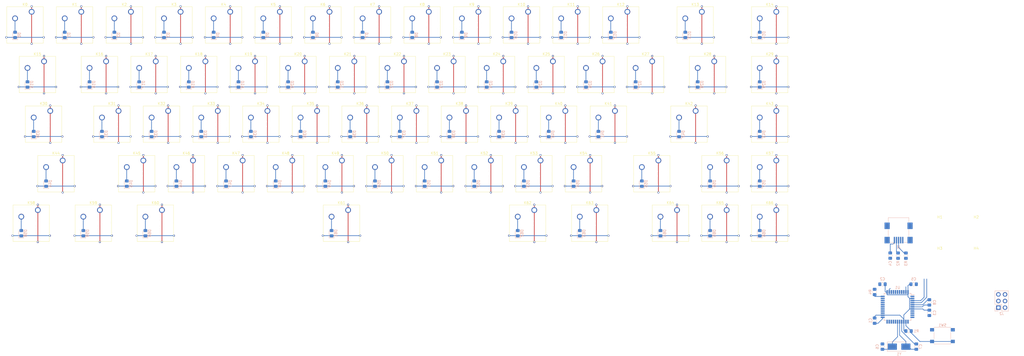
<source format=kicad_pcb>
(kicad_pcb (version 20171130) (host pcbnew "(5.1.5)-3")
  (layers (0 F.Cu signal) (31 B.Cu signal) (34 B.Paste user) (35 F.Paste user) (36 B.SilkS user) (37 F.SilkS user) (38 B.Mask user) (39 F.Mask user) (44 Edge.Cuts user))
  (net 0 "")
  (net 1 GND)
  (net 2 VCC)
  (net 3 "Net-(C6-Pad1)")
  (net 4 "Net-(C7-Pad1)")
  (net 5 "Net-(C8-Pad1)")
  (net 6 "Net-(J1-Pad4)")
  (net 7 "Net-(J1-Pad3)")
  (net 8 "Net-(J1-Pad2)")
  (net 9 "Net-(R1-Pad1)")
  (net 10 "Net-(R2-Pad1)")
  (net 11 "Net-(R3-Pad1)")
  (net 12 "Net-(R4-Pad2)")
  (net 13 "Net-(U1-Pad42)")
  (net 14 /Reset)
  (net 15 /Row_0)
  (net 16 /Row_1)
  (net 17 /Row_2)
  (net 18 /Row_3)
  (net 19 /Row_4)
  (net 20 /Row_5)
  (net 21 /Row_6)
  (net 22 /Col_0)
  (net 23 /Col_1)
  (net 24 /Col_2)
  (net 25 /Col_3)
  (net 26 /Col_4)
  (net 27 /Col_5)
  (net 28 /Col_6)
  (net 29 /Col_7)
  (net 30 /Col_8)
  (net 31 /Col_9)
  (net 32 /Col_10)
  (net 33 /Col_11)
  (net 34 /Col_12)
  (net 35 /Col_13)
  (net 36 /Col_14)
  (net 37 /Col_15)
  (net 38 /Col_16)
  (net 39 /Col_17)
  (net 40 "Net-(D0-Pad2)")
  (net 41 "Net-(D1-Pad2)")
  (net 42 "Net-(D2-Pad2)")
  (net 43 "Net-(D3-Pad2)")
  (net 44 "Net-(D4-Pad2)")
  (net 45 "Net-(D5-Pad2)")
  (net 46 "Net-(D6-Pad2)")
  (net 47 "Net-(D7-Pad2)")
  (net 48 "Net-(D8-Pad2)")
  (net 49 "Net-(D9-Pad2)")
  (net 50 "Net-(D10-Pad2)")
  (net 51 "Net-(D11-Pad2)")
  (net 52 "Net-(D12-Pad2)")
  (net 53 "Net-(D13-Pad2)")
  (net 54 "Net-(D14-Pad2)")
  (net 55 "Net-(D15-Pad2)")
  (net 56 "Net-(D16-Pad2)")
  (net 57 "Net-(D17-Pad2)")
  (net 58 "Net-(D18-Pad2)")
  (net 59 "Net-(D19-Pad2)")
  (net 60 "Net-(D20-Pad2)")
  (net 61 "Net-(D21-Pad2)")
  (net 62 "Net-(D22-Pad2)")
  (net 63 "Net-(D23-Pad2)")
  (net 64 "Net-(D24-Pad2)")
  (net 65 "Net-(D25-Pad2)")
  (net 66 "Net-(D26-Pad2)")
  (net 67 "Net-(D27-Pad2)")
  (net 68 "Net-(D28-Pad2)")
  (net 69 "Net-(D29-Pad2)")
  (net 70 "Net-(D30-Pad2)")
  (net 71 "Net-(D31-Pad2)")
  (net 72 "Net-(D32-Pad2)")
  (net 73 "Net-(D33-Pad2)")
  (net 74 "Net-(D34-Pad2)")
  (net 75 "Net-(D35-Pad2)")
  (net 76 "Net-(D36-Pad2)")
  (net 77 "Net-(D37-Pad2)")
  (net 78 "Net-(D38-Pad2)")
  (net 79 "Net-(D39-Pad2)")
  (net 80 "Net-(D40-Pad2)")
  (net 81 "Net-(D41-Pad2)")
  (net 82 "Net-(D42-Pad2)")
  (net 83 "Net-(D43-Pad2)")
  (net 84 "Net-(D44-Pad2)")
  (net 85 "Net-(D45-Pad2)")
  (net 86 "Net-(D46-Pad2)")
  (net 87 "Net-(D47-Pad2)")
  (net 88 "Net-(D48-Pad2)")
  (net 89 "Net-(D49-Pad2)")
  (net 90 "Net-(D50-Pad2)")
  (net 91 "Net-(D51-Pad2)")
  (net 92 "Net-(D52-Pad2)")
  (net 93 "Net-(D53-Pad2)")
  (net 94 "Net-(D54-Pad2)")
  (net 95 "Net-(D55-Pad2)")
  (net 96 "Net-(D56-Pad2)")
  (net 97 "Net-(D57-Pad2)")
  (net 98 "Net-(D58-Pad2)")
  (net 99 "Net-(D59-Pad2)")
  (net 100 "Net-(D60-Pad2)")
  (net 101 "Net-(D61-Pad2)")
  (net 102 "Net-(D62-Pad2)")
  (net 103 "Net-(D63-Pad2)")
  (net 104 "Net-(D64-Pad2)")
  (net 105 "Net-(D65-Pad2)")
  (net 106 "Net-(D66-Pad2)")
  (net 107 UNKNOWN)
  (module Button_Switch_Keyboard:SW_Cherry_MX_1.00u_PCB (layer F.Cu) (at -90.475 27.305)
    (fp_text reference K0 (at -2.54 -2.794) (layer F.SilkS))
    (fp_text value KEYSW)
    (pad "" np_thru_hole circle (at 2.54 5.08) (size 1.7 1.7) (drill 1.7) (layers *.Cu *.Mask))
    (pad "" np_thru_hole circle (at -7.62 5.08) (size 1.7 1.7) (drill 1.7) (layers *.Cu *.Mask))
    (pad "" np_thru_hole circle (at -2.54 5.08) (size 4 4) (drill 4) (layers *.Cu *.Mask))
    (pad 2 thru_hole circle (at -6.35 2.54) (size 2.2 2.2) (drill 1.5) (layers *.Cu *.Mask) (net 40 "Net-(D0-Pad2)"))
    (pad 1 thru_hole circle (at 0 0) (size 2.2 2.2) (drill 1.5) (layers *.Cu *.Mask) (net 22 /Col_0))
  )
  (module Diode_SMD:D_0805_2012Metric_Pad1.15x1.40mm_HandSolder (layer B.Cu) (at -96.82499999999999 36.195 90)
    (fp_text reference D0 (at 0 1.65 90) (layer B.SilkS) (effects (justify mirror)))
    (fp_text value D)
    (pad 1 smd roundrect (at -1.025 0 90) (size 1.15 1.4) (layers B.Cu B.Paste B.Mask) (roundrect_rratio 0.217391) (net 15 /Row_0))
    (pad 2 smd roundrect (at 1.025 0 90) (size 1.15 1.4) (layers B.Cu B.Paste B.Mask) (roundrect_rratio 0.217391) (net 40 "Net-(D0-Pad2)"))
  )
  (via (at -90.475 25.275) (size 0.8) (drill 0.4) (layers F.Cu B.Cu) (net 22))
  (via (at -90.475 39.545) (size 0.8) (drill 0.4) (layers F.Cu B.Cu) (net 22))
  (via (at -100.155 37.135) (size 0.8) (drill 0.4) (layers F.Cu B.Cu) (net 15))
  (via (at -85.875 37.135) (size 0.8) (drill 0.4) (layers F.Cu B.Cu) (net 15))
  (segment (start -100.155 37.135) (end -85.875 37.135) (width 0.25) (layer B.Cu) (net 15))
  (segment (start -90.475 25.275) (end -90.475 39.545) (width 0.25) (layer F.Cu) (net 22))
  (segment (start -96.85499999999999 29.845) (end -96.85499999999999 35.075) (width 0.25) (layer B.Cu) (net 40))
  (module Button_Switch_Keyboard:SW_Cherry_MX_1.00u_PCB (layer F.Cu) (at -71.425 27.305)
    (fp_text reference K1 (at -2.54 -2.794) (layer F.SilkS))
    (fp_text value KEYSW)
    (pad "" np_thru_hole circle (at 2.54 5.08) (size 1.7 1.7) (drill 1.7) (layers *.Cu *.Mask))
    (pad "" np_thru_hole circle (at -7.62 5.08) (size 1.7 1.7) (drill 1.7) (layers *.Cu *.Mask))
    (pad "" np_thru_hole circle (at -2.54 5.08) (size 4 4) (drill 4) (layers *.Cu *.Mask))
    (pad 2 thru_hole circle (at -6.35 2.54) (size 2.2 2.2) (drill 1.5) (layers *.Cu *.Mask) (net 41 "Net-(D1-Pad2)"))
    (pad 1 thru_hole circle (at 0 0) (size 2.2 2.2) (drill 1.5) (layers *.Cu *.Mask) (net 23 /Col_1))
  )
  (module Diode_SMD:D_0805_2012Metric_Pad1.15x1.40mm_HandSolder (layer B.Cu) (at -77.77499999999999 36.195 90)
    (fp_text reference D1 (at 0 1.65 90) (layer B.SilkS) (effects (justify mirror)))
    (fp_text value D)
    (pad 1 smd roundrect (at -1.025 0 90) (size 1.15 1.4) (layers B.Cu B.Paste B.Mask) (roundrect_rratio 0.217391) (net 15 /Row_0))
    (pad 2 smd roundrect (at 1.025 0 90) (size 1.15 1.4) (layers B.Cu B.Paste B.Mask) (roundrect_rratio 0.217391) (net 41 "Net-(D1-Pad2)"))
  )
  (via (at -71.425 25.275) (size 0.8) (drill 0.4) (layers F.Cu B.Cu) (net 23))
  (via (at -71.425 39.545) (size 0.8) (drill 0.4) (layers F.Cu B.Cu) (net 23))
  (via (at -81.10499999999999 37.135) (size 0.8) (drill 0.4) (layers F.Cu B.Cu) (net 15))
  (via (at -66.825 37.135) (size 0.8) (drill 0.4) (layers F.Cu B.Cu) (net 15))
  (segment (start -81.10499999999999 37.135) (end -66.825 37.135) (width 0.25) (layer B.Cu) (net 15))
  (segment (start -71.425 25.275) (end -71.425 39.545) (width 0.25) (layer F.Cu) (net 23))
  (segment (start -77.80499999999999 29.845) (end -77.80499999999999 35.075) (width 0.25) (layer B.Cu) (net 41))
  (module Button_Switch_Keyboard:SW_Cherry_MX_1.00u_PCB (layer F.Cu) (at -52.375 27.305)
    (fp_text reference K2 (at -2.54 -2.794) (layer F.SilkS))
    (fp_text value KEYSW)
    (pad "" np_thru_hole circle (at 2.54 5.08) (size 1.7 1.7) (drill 1.7) (layers *.Cu *.Mask))
    (pad "" np_thru_hole circle (at -7.62 5.08) (size 1.7 1.7) (drill 1.7) (layers *.Cu *.Mask))
    (pad "" np_thru_hole circle (at -2.54 5.08) (size 4 4) (drill 4) (layers *.Cu *.Mask))
    (pad 2 thru_hole circle (at -6.35 2.54) (size 2.2 2.2) (drill 1.5) (layers *.Cu *.Mask) (net 42 "Net-(D2-Pad2)"))
    (pad 1 thru_hole circle (at 0 0) (size 2.2 2.2) (drill 1.5) (layers *.Cu *.Mask) (net 24 /Col_2))
  )
  (module Diode_SMD:D_0805_2012Metric_Pad1.15x1.40mm_HandSolder (layer B.Cu) (at -58.725 36.195 90)
    (fp_text reference D2 (at 0 1.65 90) (layer B.SilkS) (effects (justify mirror)))
    (fp_text value D)
    (pad 1 smd roundrect (at -1.025 0 90) (size 1.15 1.4) (layers B.Cu B.Paste B.Mask) (roundrect_rratio 0.217391) (net 15 /Row_0))
    (pad 2 smd roundrect (at 1.025 0 90) (size 1.15 1.4) (layers B.Cu B.Paste B.Mask) (roundrect_rratio 0.217391) (net 42 "Net-(D2-Pad2)"))
  )
  (via (at -52.375 25.275) (size 0.8) (drill 0.4) (layers F.Cu B.Cu) (net 24))
  (via (at -52.375 39.545) (size 0.8) (drill 0.4) (layers F.Cu B.Cu) (net 24))
  (via (at -62.055 37.135) (size 0.8) (drill 0.4) (layers F.Cu B.Cu) (net 15))
  (via (at -47.775 37.135) (size 0.8) (drill 0.4) (layers F.Cu B.Cu) (net 15))
  (segment (start -62.055 37.135) (end -47.775 37.135) (width 0.25) (layer B.Cu) (net 15))
  (segment (start -52.375 25.275) (end -52.375 39.545) (width 0.25) (layer F.Cu) (net 24))
  (segment (start -58.755 29.845) (end -58.755 35.075) (width 0.25) (layer B.Cu) (net 42))
  (module Button_Switch_Keyboard:SW_Cherry_MX_1.00u_PCB (layer F.Cu) (at -33.325 27.305)
    (fp_text reference K3 (at -2.54 -2.794) (layer F.SilkS))
    (fp_text value KEYSW)
    (pad "" np_thru_hole circle (at 2.54 5.08) (size 1.7 1.7) (drill 1.7) (layers *.Cu *.Mask))
    (pad "" np_thru_hole circle (at -7.62 5.08) (size 1.7 1.7) (drill 1.7) (layers *.Cu *.Mask))
    (pad "" np_thru_hole circle (at -2.54 5.08) (size 4 4) (drill 4) (layers *.Cu *.Mask))
    (pad 2 thru_hole circle (at -6.35 2.54) (size 2.2 2.2) (drill 1.5) (layers *.Cu *.Mask) (net 43 "Net-(D3-Pad2)"))
    (pad 1 thru_hole circle (at 0 0) (size 2.2 2.2) (drill 1.5) (layers *.Cu *.Mask) (net 25 /Col_3))
  )
  (module Diode_SMD:D_0805_2012Metric_Pad1.15x1.40mm_HandSolder (layer B.Cu) (at -39.675000000000004 36.195 90)
    (fp_text reference D3 (at 0 1.65 90) (layer B.SilkS) (effects (justify mirror)))
    (fp_text value D)
    (pad 1 smd roundrect (at -1.025 0 90) (size 1.15 1.4) (layers B.Cu B.Paste B.Mask) (roundrect_rratio 0.217391) (net 15 /Row_0))
    (pad 2 smd roundrect (at 1.025 0 90) (size 1.15 1.4) (layers B.Cu B.Paste B.Mask) (roundrect_rratio 0.217391) (net 43 "Net-(D3-Pad2)"))
  )
  (via (at -33.325 25.275) (size 0.8) (drill 0.4) (layers F.Cu B.Cu) (net 25))
  (via (at -33.325 39.545) (size 0.8) (drill 0.4) (layers F.Cu B.Cu) (net 25))
  (via (at -43.005 37.135) (size 0.8) (drill 0.4) (layers F.Cu B.Cu) (net 15))
  (via (at -28.725 37.135) (size 0.8) (drill 0.4) (layers F.Cu B.Cu) (net 15))
  (segment (start -43.005 37.135) (end -28.725 37.135) (width 0.25) (layer B.Cu) (net 15))
  (segment (start -33.325 25.275) (end -33.325 39.545) (width 0.25) (layer F.Cu) (net 25))
  (segment (start -39.705000000000005 29.845) (end -39.705000000000005 35.075) (width 0.25) (layer B.Cu) (net 43))
  (module Button_Switch_Keyboard:SW_Cherry_MX_1.00u_PCB (layer F.Cu) (at -14.274999999999991 27.305)
    (fp_text reference K4 (at -2.54 -2.794) (layer F.SilkS))
    (fp_text value KEYSW)
    (pad "" np_thru_hole circle (at 2.54 5.08) (size 1.7 1.7) (drill 1.7) (layers *.Cu *.Mask))
    (pad "" np_thru_hole circle (at -7.62 5.08) (size 1.7 1.7) (drill 1.7) (layers *.Cu *.Mask))
    (pad "" np_thru_hole circle (at -2.54 5.08) (size 4 4) (drill 4) (layers *.Cu *.Mask))
    (pad 2 thru_hole circle (at -6.35 2.54) (size 2.2 2.2) (drill 1.5) (layers *.Cu *.Mask) (net 44 "Net-(D4-Pad2)"))
    (pad 1 thru_hole circle (at 0 0) (size 2.2 2.2) (drill 1.5) (layers *.Cu *.Mask) (net 26 /Col_4))
  )
  (module Diode_SMD:D_0805_2012Metric_Pad1.15x1.40mm_HandSolder (layer B.Cu) (at -20.624999999999993 36.195 90)
    (fp_text reference D4 (at 0 1.65 90) (layer B.SilkS) (effects (justify mirror)))
    (fp_text value D)
    (pad 1 smd roundrect (at -1.025 0 90) (size 1.15 1.4) (layers B.Cu B.Paste B.Mask) (roundrect_rratio 0.217391) (net 15 /Row_0))
    (pad 2 smd roundrect (at 1.025 0 90) (size 1.15 1.4) (layers B.Cu B.Paste B.Mask) (roundrect_rratio 0.217391) (net 44 "Net-(D4-Pad2)"))
  )
  (via (at -14.274999999999991 25.275) (size 0.8) (drill 0.4) (layers F.Cu B.Cu) (net 26))
  (via (at -14.274999999999991 39.545) (size 0.8) (drill 0.4) (layers F.Cu B.Cu) (net 26))
  (via (at -23.95499999999999 37.135) (size 0.8) (drill 0.4) (layers F.Cu B.Cu) (net 15))
  (via (at -9.674999999999992 37.135) (size 0.8) (drill 0.4) (layers F.Cu B.Cu) (net 15))
  (segment (start -23.95499999999999 37.135) (end -9.674999999999992 37.135) (width 0.25) (layer B.Cu) (net 15))
  (segment (start -14.274999999999991 25.275) (end -14.274999999999991 39.545) (width 0.25) (layer F.Cu) (net 26))
  (segment (start -20.65499999999999 29.845) (end -20.65499999999999 35.075) (width 0.25) (layer B.Cu) (net 44))
  (module Button_Switch_Keyboard:SW_Cherry_MX_1.00u_PCB (layer F.Cu) (at 4.775000000000006 27.305)
    (fp_text reference K5 (at -2.54 -2.794) (layer F.SilkS))
    (fp_text value KEYSW)
    (pad "" np_thru_hole circle (at 2.54 5.08) (size 1.7 1.7) (drill 1.7) (layers *.Cu *.Mask))
    (pad "" np_thru_hole circle (at -7.62 5.08) (size 1.7 1.7) (drill 1.7) (layers *.Cu *.Mask))
    (pad "" np_thru_hole circle (at -2.54 5.08) (size 4 4) (drill 4) (layers *.Cu *.Mask))
    (pad 2 thru_hole circle (at -6.35 2.54) (size 2.2 2.2) (drill 1.5) (layers *.Cu *.Mask) (net 45 "Net-(D5-Pad2)"))
    (pad 1 thru_hole circle (at 0 0) (size 2.2 2.2) (drill 1.5) (layers *.Cu *.Mask) (net 27 /Col_5))
  )
  (module Diode_SMD:D_0805_2012Metric_Pad1.15x1.40mm_HandSolder (layer B.Cu) (at -1.574999999999994 36.195 90)
    (fp_text reference D5 (at 0 1.65 90) (layer B.SilkS) (effects (justify mirror)))
    (fp_text value D)
    (pad 1 smd roundrect (at -1.025 0 90) (size 1.15 1.4) (layers B.Cu B.Paste B.Mask) (roundrect_rratio 0.217391) (net 15 /Row_0))
    (pad 2 smd roundrect (at 1.025 0 90) (size 1.15 1.4) (layers B.Cu B.Paste B.Mask) (roundrect_rratio 0.217391) (net 45 "Net-(D5-Pad2)"))
  )
  (via (at 4.775000000000006 25.275) (size 0.8) (drill 0.4) (layers F.Cu B.Cu) (net 27))
  (via (at 4.775000000000006 39.545) (size 0.8) (drill 0.4) (layers F.Cu B.Cu) (net 27))
  (via (at -4.904999999999994 37.135) (size 0.8) (drill 0.4) (layers F.Cu B.Cu) (net 15))
  (via (at 9.375000000000005 37.135) (size 0.8) (drill 0.4) (layers F.Cu B.Cu) (net 15))
  (segment (start -4.904999999999994 37.135) (end 9.375000000000005 37.135) (width 0.25) (layer B.Cu) (net 15))
  (segment (start 4.775000000000006 25.275) (end 4.775000000000006 39.545) (width 0.25) (layer F.Cu) (net 27))
  (segment (start -1.6049999999999942 29.845) (end -1.6049999999999942 35.075) (width 0.25) (layer B.Cu) (net 45))
  (module Button_Switch_Keyboard:SW_Cherry_MX_1.00u_PCB (layer F.Cu) (at 23.825000000000003 27.305)
    (fp_text reference K6 (at -2.54 -2.794) (layer F.SilkS))
    (fp_text value KEYSW)
    (pad "" np_thru_hole circle (at 2.54 5.08) (size 1.7 1.7) (drill 1.7) (layers *.Cu *.Mask))
    (pad "" np_thru_hole circle (at -7.62 5.08) (size 1.7 1.7) (drill 1.7) (layers *.Cu *.Mask))
    (pad "" np_thru_hole circle (at -2.54 5.08) (size 4 4) (drill 4) (layers *.Cu *.Mask))
    (pad 2 thru_hole circle (at -6.35 2.54) (size 2.2 2.2) (drill 1.5) (layers *.Cu *.Mask) (net 46 "Net-(D6-Pad2)"))
    (pad 1 thru_hole circle (at 0 0) (size 2.2 2.2) (drill 1.5) (layers *.Cu *.Mask) (net 28 /Col_6))
  )
  (module Diode_SMD:D_0805_2012Metric_Pad1.15x1.40mm_HandSolder (layer B.Cu) (at 17.475 36.195 90)
    (fp_text reference D6 (at 0 1.65 90) (layer B.SilkS) (effects (justify mirror)))
    (fp_text value D)
    (pad 1 smd roundrect (at -1.025 0 90) (size 1.15 1.4) (layers B.Cu B.Paste B.Mask) (roundrect_rratio 0.217391) (net 15 /Row_0))
    (pad 2 smd roundrect (at 1.025 0 90) (size 1.15 1.4) (layers B.Cu B.Paste B.Mask) (roundrect_rratio 0.217391) (net 46 "Net-(D6-Pad2)"))
  )
  (via (at 23.825000000000003 25.275) (size 0.8) (drill 0.4) (layers F.Cu B.Cu) (net 28))
  (via (at 23.825000000000003 39.545) (size 0.8) (drill 0.4) (layers F.Cu B.Cu) (net 28))
  (via (at 14.145000000000003 37.135) (size 0.8) (drill 0.4) (layers F.Cu B.Cu) (net 15))
  (via (at 28.425000000000004 37.135) (size 0.8) (drill 0.4) (layers F.Cu B.Cu) (net 15))
  (segment (start 14.145000000000003 37.135) (end 28.425000000000004 37.135) (width 0.25) (layer B.Cu) (net 15))
  (segment (start 23.825000000000003 25.275) (end 23.825000000000003 39.545) (width 0.25) (layer F.Cu) (net 28))
  (segment (start 17.445000000000004 29.845) (end 17.445000000000004 35.075) (width 0.25) (layer B.Cu) (net 46))
  (module Button_Switch_Keyboard:SW_Cherry_MX_1.00u_PCB (layer F.Cu) (at 42.875 27.305)
    (fp_text reference K7 (at -2.54 -2.794) (layer F.SilkS))
    (fp_text value KEYSW)
    (pad "" np_thru_hole circle (at 2.54 5.08) (size 1.7 1.7) (drill 1.7) (layers *.Cu *.Mask))
    (pad "" np_thru_hole circle (at -7.62 5.08) (size 1.7 1.7) (drill 1.7) (layers *.Cu *.Mask))
    (pad "" np_thru_hole circle (at -2.54 5.08) (size 4 4) (drill 4) (layers *.Cu *.Mask))
    (pad 2 thru_hole circle (at -6.35 2.54) (size 2.2 2.2) (drill 1.5) (layers *.Cu *.Mask) (net 47 "Net-(D7-Pad2)"))
    (pad 1 thru_hole circle (at 0 0) (size 2.2 2.2) (drill 1.5) (layers *.Cu *.Mask) (net 29 /Col_7))
  )
  (module Diode_SMD:D_0805_2012Metric_Pad1.15x1.40mm_HandSolder (layer B.Cu) (at 36.525 36.195 90)
    (fp_text reference D7 (at 0 1.65 90) (layer B.SilkS) (effects (justify mirror)))
    (fp_text value D)
    (pad 1 smd roundrect (at -1.025 0 90) (size 1.15 1.4) (layers B.Cu B.Paste B.Mask) (roundrect_rratio 0.217391) (net 15 /Row_0))
    (pad 2 smd roundrect (at 1.025 0 90) (size 1.15 1.4) (layers B.Cu B.Paste B.Mask) (roundrect_rratio 0.217391) (net 47 "Net-(D7-Pad2)"))
  )
  (via (at 42.875 25.275) (size 0.8) (drill 0.4) (layers F.Cu B.Cu) (net 29))
  (via (at 42.875 39.545) (size 0.8) (drill 0.4) (layers F.Cu B.Cu) (net 29))
  (via (at 33.195 37.135) (size 0.8) (drill 0.4) (layers F.Cu B.Cu) (net 15))
  (via (at 47.475 37.135) (size 0.8) (drill 0.4) (layers F.Cu B.Cu) (net 15))
  (segment (start 33.195 37.135) (end 47.475 37.135) (width 0.25) (layer B.Cu) (net 15))
  (segment (start 42.875 25.275) (end 42.875 39.545) (width 0.25) (layer F.Cu) (net 29))
  (segment (start 36.495 29.845) (end 36.495 35.075) (width 0.25) (layer B.Cu) (net 47))
  (module Button_Switch_Keyboard:SW_Cherry_MX_1.00u_PCB (layer F.Cu) (at 61.92500000000001 27.305)
    (fp_text reference K8 (at -2.54 -2.794) (layer F.SilkS))
    (fp_text value KEYSW)
    (pad "" np_thru_hole circle (at 2.54 5.08) (size 1.7 1.7) (drill 1.7) (layers *.Cu *.Mask))
    (pad "" np_thru_hole circle (at -7.62 5.08) (size 1.7 1.7) (drill 1.7) (layers *.Cu *.Mask))
    (pad "" np_thru_hole circle (at -2.54 5.08) (size 4 4) (drill 4) (layers *.Cu *.Mask))
    (pad 2 thru_hole circle (at -6.35 2.54) (size 2.2 2.2) (drill 1.5) (layers *.Cu *.Mask) (net 48 "Net-(D8-Pad2)"))
    (pad 1 thru_hole circle (at 0 0) (size 2.2 2.2) (drill 1.5) (layers *.Cu *.Mask) (net 30 /Col_8))
  )
  (module Diode_SMD:D_0805_2012Metric_Pad1.15x1.40mm_HandSolder (layer B.Cu) (at 55.57500000000001 36.195 90)
    (fp_text reference D8 (at 0 1.65 90) (layer B.SilkS) (effects (justify mirror)))
    (fp_text value D)
    (pad 1 smd roundrect (at -1.025 0 90) (size 1.15 1.4) (layers B.Cu B.Paste B.Mask) (roundrect_rratio 0.217391) (net 15 /Row_0))
    (pad 2 smd roundrect (at 1.025 0 90) (size 1.15 1.4) (layers B.Cu B.Paste B.Mask) (roundrect_rratio 0.217391) (net 48 "Net-(D8-Pad2)"))
  )
  (via (at 61.92500000000001 25.275) (size 0.8) (drill 0.4) (layers F.Cu B.Cu) (net 30))
  (via (at 61.92500000000001 39.545) (size 0.8) (drill 0.4) (layers F.Cu B.Cu) (net 30))
  (via (at 52.24500000000001 37.135) (size 0.8) (drill 0.4) (layers F.Cu B.Cu) (net 15))
  (via (at 66.525 37.135) (size 0.8) (drill 0.4) (layers F.Cu B.Cu) (net 15))
  (segment (start 52.24500000000001 37.135) (end 66.525 37.135) (width 0.25) (layer B.Cu) (net 15))
  (segment (start 61.92500000000001 25.275) (end 61.92500000000001 39.545) (width 0.25) (layer F.Cu) (net 30))
  (segment (start 55.54500000000001 29.845) (end 55.54500000000001 35.075) (width 0.25) (layer B.Cu) (net 48))
  (module Button_Switch_Keyboard:SW_Cherry_MX_1.00u_PCB (layer F.Cu) (at 80.975 27.305)
    (fp_text reference K9 (at -2.54 -2.794) (layer F.SilkS))
    (fp_text value KEYSW)
    (pad "" np_thru_hole circle (at 2.54 5.08) (size 1.7 1.7) (drill 1.7) (layers *.Cu *.Mask))
    (pad "" np_thru_hole circle (at -7.62 5.08) (size 1.7 1.7) (drill 1.7) (layers *.Cu *.Mask))
    (pad "" np_thru_hole circle (at -2.54 5.08) (size 4 4) (drill 4) (layers *.Cu *.Mask))
    (pad 2 thru_hole circle (at -6.35 2.54) (size 2.2 2.2) (drill 1.5) (layers *.Cu *.Mask) (net 49 "Net-(D9-Pad2)"))
    (pad 1 thru_hole circle (at 0 0) (size 2.2 2.2) (drill 1.5) (layers *.Cu *.Mask) (net 31 /Col_9))
  )
  (module Diode_SMD:D_0805_2012Metric_Pad1.15x1.40mm_HandSolder (layer B.Cu) (at 74.625 36.195 90)
    (fp_text reference D9 (at 0 1.65 90) (layer B.SilkS) (effects (justify mirror)))
    (fp_text value D)
    (pad 1 smd roundrect (at -1.025 0 90) (size 1.15 1.4) (layers B.Cu B.Paste B.Mask) (roundrect_rratio 0.217391) (net 15 /Row_0))
    (pad 2 smd roundrect (at 1.025 0 90) (size 1.15 1.4) (layers B.Cu B.Paste B.Mask) (roundrect_rratio 0.217391) (net 49 "Net-(D9-Pad2)"))
  )
  (via (at 80.975 25.275) (size 0.8) (drill 0.4) (layers F.Cu B.Cu) (net 31))
  (via (at 80.975 39.545) (size 0.8) (drill 0.4) (layers F.Cu B.Cu) (net 31))
  (via (at 71.29499999999999 37.135) (size 0.8) (drill 0.4) (layers F.Cu B.Cu) (net 15))
  (via (at 85.57499999999999 37.135) (size 0.8) (drill 0.4) (layers F.Cu B.Cu) (net 15))
  (segment (start 71.29499999999999 37.135) (end 85.57499999999999 37.135) (width 0.25) (layer B.Cu) (net 15))
  (segment (start 80.975 25.275) (end 80.975 39.545) (width 0.25) (layer F.Cu) (net 31))
  (segment (start 74.595 29.845) (end 74.595 35.075) (width 0.25) (layer B.Cu) (net 49))
  (module Button_Switch_Keyboard:SW_Cherry_MX_1.00u_PCB (layer F.Cu) (at 100.025 27.305)
    (fp_text reference K10 (at -2.54 -2.794) (layer F.SilkS))
    (fp_text value KEYSW)
    (pad "" np_thru_hole circle (at 2.54 5.08) (size 1.7 1.7) (drill 1.7) (layers *.Cu *.Mask))
    (pad "" np_thru_hole circle (at -7.62 5.08) (size 1.7 1.7) (drill 1.7) (layers *.Cu *.Mask))
    (pad "" np_thru_hole circle (at -2.54 5.08) (size 4 4) (drill 4) (layers *.Cu *.Mask))
    (pad 2 thru_hole circle (at -6.35 2.54) (size 2.2 2.2) (drill 1.5) (layers *.Cu *.Mask) (net 50 "Net-(D10-Pad2)"))
    (pad 1 thru_hole circle (at 0 0) (size 2.2 2.2) (drill 1.5) (layers *.Cu *.Mask) (net 32 /Col_10))
  )
  (module Diode_SMD:D_0805_2012Metric_Pad1.15x1.40mm_HandSolder (layer B.Cu) (at 93.67500000000001 36.195 90)
    (fp_text reference D10 (at 0 1.65 90) (layer B.SilkS) (effects (justify mirror)))
    (fp_text value D)
    (pad 1 smd roundrect (at -1.025 0 90) (size 1.15 1.4) (layers B.Cu B.Paste B.Mask) (roundrect_rratio 0.217391) (net 15 /Row_0))
    (pad 2 smd roundrect (at 1.025 0 90) (size 1.15 1.4) (layers B.Cu B.Paste B.Mask) (roundrect_rratio 0.217391) (net 50 "Net-(D10-Pad2)"))
  )
  (via (at 100.025 25.275) (size 0.8) (drill 0.4) (layers F.Cu B.Cu) (net 32))
  (via (at 100.025 39.545) (size 0.8) (drill 0.4) (layers F.Cu B.Cu) (net 32))
  (via (at 90.345 37.135) (size 0.8) (drill 0.4) (layers F.Cu B.Cu) (net 15))
  (via (at 104.625 37.135) (size 0.8) (drill 0.4) (layers F.Cu B.Cu) (net 15))
  (segment (start 90.345 37.135) (end 104.625 37.135) (width 0.25) (layer B.Cu) (net 15))
  (segment (start 100.025 25.275) (end 100.025 39.545) (width 0.25) (layer F.Cu) (net 32))
  (segment (start 93.64500000000001 29.845) (end 93.64500000000001 35.075) (width 0.25) (layer B.Cu) (net 50))
  (module Button_Switch_Keyboard:SW_Cherry_MX_1.00u_PCB (layer F.Cu) (at 119.07500000000002 27.305)
    (fp_text reference K11 (at -2.54 -2.794) (layer F.SilkS))
    (fp_text value KEYSW)
    (pad "" np_thru_hole circle (at 2.54 5.08) (size 1.7 1.7) (drill 1.7) (layers *.Cu *.Mask))
    (pad "" np_thru_hole circle (at -7.62 5.08) (size 1.7 1.7) (drill 1.7) (layers *.Cu *.Mask))
    (pad "" np_thru_hole circle (at -2.54 5.08) (size 4 4) (drill 4) (layers *.Cu *.Mask))
    (pad 2 thru_hole circle (at -6.35 2.54) (size 2.2 2.2) (drill 1.5) (layers *.Cu *.Mask) (net 51 "Net-(D11-Pad2)"))
    (pad 1 thru_hole circle (at 0 0) (size 2.2 2.2) (drill 1.5) (layers *.Cu *.Mask) (net 33 /Col_11))
  )
  (module Diode_SMD:D_0805_2012Metric_Pad1.15x1.40mm_HandSolder (layer B.Cu) (at 112.72500000000002 36.195 90)
    (fp_text reference D11 (at 0 1.65 90) (layer B.SilkS) (effects (justify mirror)))
    (fp_text value D)
    (pad 1 smd roundrect (at -1.025 0 90) (size 1.15 1.4) (layers B.Cu B.Paste B.Mask) (roundrect_rratio 0.217391) (net 15 /Row_0))
    (pad 2 smd roundrect (at 1.025 0 90) (size 1.15 1.4) (layers B.Cu B.Paste B.Mask) (roundrect_rratio 0.217391) (net 51 "Net-(D11-Pad2)"))
  )
  (via (at 119.07500000000002 25.275) (size 0.8) (drill 0.4) (layers F.Cu B.Cu) (net 33))
  (via (at 119.07500000000002 39.545) (size 0.8) (drill 0.4) (layers F.Cu B.Cu) (net 33))
  (via (at 109.39500000000001 37.135) (size 0.8) (drill 0.4) (layers F.Cu B.Cu) (net 15))
  (via (at 123.67500000000001 37.135) (size 0.8) (drill 0.4) (layers F.Cu B.Cu) (net 15))
  (segment (start 109.39500000000001 37.135) (end 123.67500000000001 37.135) (width 0.25) (layer B.Cu) (net 15))
  (segment (start 119.07500000000002 25.275) (end 119.07500000000002 39.545) (width 0.25) (layer F.Cu) (net 33))
  (segment (start 112.69500000000002 29.845) (end 112.69500000000002 35.075) (width 0.25) (layer B.Cu) (net 51))
  (module Button_Switch_Keyboard:SW_Cherry_MX_1.00u_PCB (layer F.Cu) (at 138.125 27.305)
    (fp_text reference K12 (at -2.54 -2.794) (layer F.SilkS))
    (fp_text value KEYSW)
    (pad "" np_thru_hole circle (at 2.54 5.08) (size 1.7 1.7) (drill 1.7) (layers *.Cu *.Mask))
    (pad "" np_thru_hole circle (at -7.62 5.08) (size 1.7 1.7) (drill 1.7) (layers *.Cu *.Mask))
    (pad "" np_thru_hole circle (at -2.54 5.08) (size 4 4) (drill 4) (layers *.Cu *.Mask))
    (pad 2 thru_hole circle (at -6.35 2.54) (size 2.2 2.2) (drill 1.5) (layers *.Cu *.Mask) (net 52 "Net-(D12-Pad2)"))
    (pad 1 thru_hole circle (at 0 0) (size 2.2 2.2) (drill 1.5) (layers *.Cu *.Mask) (net 34 /Col_12))
  )
  (module Diode_SMD:D_0805_2012Metric_Pad1.15x1.40mm_HandSolder (layer B.Cu) (at 131.775 36.195 90)
    (fp_text reference D12 (at 0 1.65 90) (layer B.SilkS) (effects (justify mirror)))
    (fp_text value D)
    (pad 1 smd roundrect (at -1.025 0 90) (size 1.15 1.4) (layers B.Cu B.Paste B.Mask) (roundrect_rratio 0.217391) (net 15 /Row_0))
    (pad 2 smd roundrect (at 1.025 0 90) (size 1.15 1.4) (layers B.Cu B.Paste B.Mask) (roundrect_rratio 0.217391) (net 52 "Net-(D12-Pad2)"))
  )
  (via (at 138.125 25.275) (size 0.8) (drill 0.4) (layers F.Cu B.Cu) (net 34))
  (via (at 138.125 39.545) (size 0.8) (drill 0.4) (layers F.Cu B.Cu) (net 34))
  (via (at 128.445 37.135) (size 0.8) (drill 0.4) (layers F.Cu B.Cu) (net 15))
  (via (at 142.725 37.135) (size 0.8) (drill 0.4) (layers F.Cu B.Cu) (net 15))
  (segment (start 128.445 37.135) (end 142.725 37.135) (width 0.25) (layer B.Cu) (net 15))
  (segment (start 138.125 25.275) (end 138.125 39.545) (width 0.25) (layer F.Cu) (net 34))
  (segment (start 131.745 29.845) (end 131.745 35.075) (width 0.25) (layer B.Cu) (net 52))
  (module Button_Switch_Keyboard:SW_Cherry_MX_2.00u_PCB (layer F.Cu) (at 166.7 27.305)
    (fp_text reference K13 (at -2.54 -2.794) (layer F.SilkS))
    (fp_text value KEYSW)
    (pad "" np_thru_hole circle (at 2.54 5.08) (size 1.7 1.7) (drill 1.7) (layers *.Cu *.Mask))
    (pad "" np_thru_hole circle (at -7.62 5.08) (size 1.7 1.7) (drill 1.7) (layers *.Cu *.Mask))
    (pad "" np_thru_hole circle (at -2.54 5.08) (size 4 4) (drill 4) (layers *.Cu *.Mask))
    (pad 2 thru_hole circle (at -6.35 2.54) (size 2.2 2.2) (drill 1.5) (layers *.Cu *.Mask) (net 53 "Net-(D13-Pad2)"))
    (pad 1 thru_hole circle (at 0 0) (size 2.2 2.2) (drill 1.5) (layers *.Cu *.Mask) (net 35 /Col_13))
  )
  (module Diode_SMD:D_0805_2012Metric_Pad1.15x1.40mm_HandSolder (layer B.Cu) (at 160.35 36.195 90)
    (fp_text reference D13 (at 0 1.65 90) (layer B.SilkS) (effects (justify mirror)))
    (fp_text value D)
    (pad 1 smd roundrect (at -1.025 0 90) (size 1.15 1.4) (layers B.Cu B.Paste B.Mask) (roundrect_rratio 0.217391) (net 15 /Row_0))
    (pad 2 smd roundrect (at 1.025 0 90) (size 1.15 1.4) (layers B.Cu B.Paste B.Mask) (roundrect_rratio 0.217391) (net 53 "Net-(D13-Pad2)"))
  )
  (via (at 166.7 25.275) (size 0.8) (drill 0.4) (layers F.Cu B.Cu) (net 35))
  (via (at 166.7 39.545) (size 0.8) (drill 0.4) (layers F.Cu B.Cu) (net 35))
  (via (at 157.01999999999998 37.135) (size 0.8) (drill 0.4) (layers F.Cu B.Cu) (net 15))
  (via (at 171.29999999999998 37.135) (size 0.8) (drill 0.4) (layers F.Cu B.Cu) (net 15))
  (segment (start 157.01999999999998 37.135) (end 171.29999999999998 37.135) (width 0.25) (layer B.Cu) (net 15))
  (segment (start 166.7 25.275) (end 166.7 39.545) (width 0.25) (layer F.Cu) (net 35))
  (segment (start 160.32 29.845) (end 160.32 35.075) (width 0.25) (layer B.Cu) (net 53))
  (module Button_Switch_Keyboard:SW_Cherry_MX_1.00u_PCB (layer F.Cu) (at 195.27500000000003 27.305)
    (fp_text reference K14 (at -2.54 -2.794) (layer F.SilkS))
    (fp_text value KEYSW)
    (pad "" np_thru_hole circle (at 2.54 5.08) (size 1.7 1.7) (drill 1.7) (layers *.Cu *.Mask))
    (pad "" np_thru_hole circle (at -7.62 5.08) (size 1.7 1.7) (drill 1.7) (layers *.Cu *.Mask))
    (pad "" np_thru_hole circle (at -2.54 5.08) (size 4 4) (drill 4) (layers *.Cu *.Mask))
    (pad 2 thru_hole circle (at -6.35 2.54) (size 2.2 2.2) (drill 1.5) (layers *.Cu *.Mask) (net 54 "Net-(D14-Pad2)"))
    (pad 1 thru_hole circle (at 0 0) (size 2.2 2.2) (drill 1.5) (layers *.Cu *.Mask) (net 36 /Col_14))
  )
  (module Diode_SMD:D_0805_2012Metric_Pad1.15x1.40mm_HandSolder (layer B.Cu) (at 188.92500000000004 36.195 90)
    (fp_text reference D14 (at 0 1.65 90) (layer B.SilkS) (effects (justify mirror)))
    (fp_text value D)
    (pad 1 smd roundrect (at -1.025 0 90) (size 1.15 1.4) (layers B.Cu B.Paste B.Mask) (roundrect_rratio 0.217391) (net 15 /Row_0))
    (pad 2 smd roundrect (at 1.025 0 90) (size 1.15 1.4) (layers B.Cu B.Paste B.Mask) (roundrect_rratio 0.217391) (net 54 "Net-(D14-Pad2)"))
  )
  (via (at 195.27500000000003 25.275) (size 0.8) (drill 0.4) (layers F.Cu B.Cu) (net 36))
  (via (at 195.27500000000003 39.545) (size 0.8) (drill 0.4) (layers F.Cu B.Cu) (net 36))
  (via (at 185.59500000000003 37.135) (size 0.8) (drill 0.4) (layers F.Cu B.Cu) (net 15))
  (via (at 199.87500000000003 37.135) (size 0.8) (drill 0.4) (layers F.Cu B.Cu) (net 15))
  (segment (start 185.59500000000003 37.135) (end 199.87500000000003 37.135) (width 0.25) (layer B.Cu) (net 15))
  (segment (start 195.27500000000003 25.275) (end 195.27500000000003 39.545) (width 0.25) (layer F.Cu) (net 36))
  (segment (start 188.89500000000004 29.845) (end 188.89500000000004 35.075) (width 0.25) (layer B.Cu) (net 54))
  (module Button_Switch_Keyboard:SW_Cherry_MX_1.50u_PCB (layer F.Cu) (at -85.7125 46.355000000000004)
    (fp_text reference K15 (at -2.54 -2.794) (layer F.SilkS))
    (fp_text value KEYSW)
    (pad "" np_thru_hole circle (at 2.54 5.08) (size 1.7 1.7) (drill 1.7) (layers *.Cu *.Mask))
    (pad "" np_thru_hole circle (at -7.62 5.08) (size 1.7 1.7) (drill 1.7) (layers *.Cu *.Mask))
    (pad "" np_thru_hole circle (at -2.54 5.08) (size 4 4) (drill 4) (layers *.Cu *.Mask))
    (pad 2 thru_hole circle (at -6.35 2.54) (size 2.2 2.2) (drill 1.5) (layers *.Cu *.Mask) (net 55 "Net-(D15-Pad2)"))
    (pad 1 thru_hole circle (at 0 0) (size 2.2 2.2) (drill 1.5) (layers *.Cu *.Mask) (net 22 /Col_0))
  )
  (module Diode_SMD:D_0805_2012Metric_Pad1.15x1.40mm_HandSolder (layer B.Cu) (at -92.0625 55.245000000000005 90)
    (fp_text reference D15 (at 0 1.65 90) (layer B.SilkS) (effects (justify mirror)))
    (fp_text value D)
    (pad 1 smd roundrect (at -1.025 0 90) (size 1.15 1.4) (layers B.Cu B.Paste B.Mask) (roundrect_rratio 0.217391) (net 16 /Row_1))
    (pad 2 smd roundrect (at 1.025 0 90) (size 1.15 1.4) (layers B.Cu B.Paste B.Mask) (roundrect_rratio 0.217391) (net 55 "Net-(D15-Pad2)"))
  )
  (via (at -85.7125 44.325) (size 0.8) (drill 0.4) (layers F.Cu B.Cu) (net 22))
  (via (at -85.7125 58.595000000000006) (size 0.8) (drill 0.4) (layers F.Cu B.Cu) (net 22))
  (via (at -95.39250000000001 56.185) (size 0.8) (drill 0.4) (layers F.Cu B.Cu) (net 16))
  (via (at -81.11250000000001 56.185) (size 0.8) (drill 0.4) (layers F.Cu B.Cu) (net 16))
  (segment (start -95.39250000000001 56.185) (end -81.11250000000001 56.185) (width 0.25) (layer B.Cu) (net 16))
  (segment (start -85.7125 44.325) (end -85.7125 58.595000000000006) (width 0.25) (layer F.Cu) (net 22))
  (segment (start -92.0925 48.895) (end -92.0925 54.125) (width 0.25) (layer B.Cu) (net 55))
  (module Button_Switch_Keyboard:SW_Cherry_MX_1.00u_PCB (layer F.Cu) (at -61.9 46.355000000000004)
    (fp_text reference K16 (at -2.54 -2.794) (layer F.SilkS))
    (fp_text value KEYSW)
    (pad "" np_thru_hole circle (at 2.54 5.08) (size 1.7 1.7) (drill 1.7) (layers *.Cu *.Mask))
    (pad "" np_thru_hole circle (at -7.62 5.08) (size 1.7 1.7) (drill 1.7) (layers *.Cu *.Mask))
    (pad "" np_thru_hole circle (at -2.54 5.08) (size 4 4) (drill 4) (layers *.Cu *.Mask))
    (pad 2 thru_hole circle (at -6.35 2.54) (size 2.2 2.2) (drill 1.5) (layers *.Cu *.Mask) (net 56 "Net-(D16-Pad2)"))
    (pad 1 thru_hole circle (at 0 0) (size 2.2 2.2) (drill 1.5) (layers *.Cu *.Mask) (net 23 /Col_1))
  )
  (module Diode_SMD:D_0805_2012Metric_Pad1.15x1.40mm_HandSolder (layer B.Cu) (at -68.25 55.245000000000005 90)
    (fp_text reference D16 (at 0 1.65 90) (layer B.SilkS) (effects (justify mirror)))
    (fp_text value D)
    (pad 1 smd roundrect (at -1.025 0 90) (size 1.15 1.4) (layers B.Cu B.Paste B.Mask) (roundrect_rratio 0.217391) (net 16 /Row_1))
    (pad 2 smd roundrect (at 1.025 0 90) (size 1.15 1.4) (layers B.Cu B.Paste B.Mask) (roundrect_rratio 0.217391) (net 56 "Net-(D16-Pad2)"))
  )
  (via (at -61.9 44.325) (size 0.8) (drill 0.4) (layers F.Cu B.Cu) (net 23))
  (via (at -61.9 58.595000000000006) (size 0.8) (drill 0.4) (layers F.Cu B.Cu) (net 23))
  (via (at -71.58 56.185) (size 0.8) (drill 0.4) (layers F.Cu B.Cu) (net 16))
  (via (at -57.3 56.185) (size 0.8) (drill 0.4) (layers F.Cu B.Cu) (net 16))
  (segment (start -71.58 56.185) (end -57.3 56.185) (width 0.25) (layer B.Cu) (net 16))
  (segment (start -61.9 44.325) (end -61.9 58.595000000000006) (width 0.25) (layer F.Cu) (net 23))
  (segment (start -68.28 48.895) (end -68.28 54.125) (width 0.25) (layer B.Cu) (net 56))
  (module Button_Switch_Keyboard:SW_Cherry_MX_1.00u_PCB (layer F.Cu) (at -42.849999999999994 46.355000000000004)
    (fp_text reference K17 (at -2.54 -2.794) (layer F.SilkS))
    (fp_text value KEYSW)
    (pad "" np_thru_hole circle (at 2.54 5.08) (size 1.7 1.7) (drill 1.7) (layers *.Cu *.Mask))
    (pad "" np_thru_hole circle (at -7.62 5.08) (size 1.7 1.7) (drill 1.7) (layers *.Cu *.Mask))
    (pad "" np_thru_hole circle (at -2.54 5.08) (size 4 4) (drill 4) (layers *.Cu *.Mask))
    (pad 2 thru_hole circle (at -6.35 2.54) (size 2.2 2.2) (drill 1.5) (layers *.Cu *.Mask) (net 57 "Net-(D17-Pad2)"))
    (pad 1 thru_hole circle (at 0 0) (size 2.2 2.2) (drill 1.5) (layers *.Cu *.Mask) (net 24 /Col_2))
  )
  (module Diode_SMD:D_0805_2012Metric_Pad1.15x1.40mm_HandSolder (layer B.Cu) (at -49.199999999999996 55.245000000000005 90)
    (fp_text reference D17 (at 0 1.65 90) (layer B.SilkS) (effects (justify mirror)))
    (fp_text value D)
    (pad 1 smd roundrect (at -1.025 0 90) (size 1.15 1.4) (layers B.Cu B.Paste B.Mask) (roundrect_rratio 0.217391) (net 16 /Row_1))
    (pad 2 smd roundrect (at 1.025 0 90) (size 1.15 1.4) (layers B.Cu B.Paste B.Mask) (roundrect_rratio 0.217391) (net 57 "Net-(D17-Pad2)"))
  )
  (via (at -42.849999999999994 44.325) (size 0.8) (drill 0.4) (layers F.Cu B.Cu) (net 24))
  (via (at -42.849999999999994 58.595000000000006) (size 0.8) (drill 0.4) (layers F.Cu B.Cu) (net 24))
  (via (at -52.529999999999994 56.185) (size 0.8) (drill 0.4) (layers F.Cu B.Cu) (net 16))
  (via (at -38.24999999999999 56.185) (size 0.8) (drill 0.4) (layers F.Cu B.Cu) (net 16))
  (segment (start -52.529999999999994 56.185) (end -38.24999999999999 56.185) (width 0.25) (layer B.Cu) (net 16))
  (segment (start -42.849999999999994 44.325) (end -42.849999999999994 58.595000000000006) (width 0.25) (layer F.Cu) (net 24))
  (segment (start -49.23 48.895) (end -49.23 54.125) (width 0.25) (layer B.Cu) (net 57))
  (module Button_Switch_Keyboard:SW_Cherry_MX_1.00u_PCB (layer F.Cu) (at -23.799999999999997 46.355000000000004)
    (fp_text reference K18 (at -2.54 -2.794) (layer F.SilkS))
    (fp_text value KEYSW)
    (pad "" np_thru_hole circle (at 2.54 5.08) (size 1.7 1.7) (drill 1.7) (layers *.Cu *.Mask))
    (pad "" np_thru_hole circle (at -7.62 5.08) (size 1.7 1.7) (drill 1.7) (layers *.Cu *.Mask))
    (pad "" np_thru_hole circle (at -2.54 5.08) (size 4 4) (drill 4) (layers *.Cu *.Mask))
    (pad 2 thru_hole circle (at -6.35 2.54) (size 2.2 2.2) (drill 1.5) (layers *.Cu *.Mask) (net 58 "Net-(D18-Pad2)"))
    (pad 1 thru_hole circle (at 0 0) (size 2.2 2.2) (drill 1.5) (layers *.Cu *.Mask) (net 25 /Col_3))
  )
  (module Diode_SMD:D_0805_2012Metric_Pad1.15x1.40mm_HandSolder (layer B.Cu) (at -30.15 55.245000000000005 90)
    (fp_text reference D18 (at 0 1.65 90) (layer B.SilkS) (effects (justify mirror)))
    (fp_text value D)
    (pad 1 smd roundrect (at -1.025 0 90) (size 1.15 1.4) (layers B.Cu B.Paste B.Mask) (roundrect_rratio 0.217391) (net 16 /Row_1))
    (pad 2 smd roundrect (at 1.025 0 90) (size 1.15 1.4) (layers B.Cu B.Paste B.Mask) (roundrect_rratio 0.217391) (net 58 "Net-(D18-Pad2)"))
  )
  (via (at -23.799999999999997 44.325) (size 0.8) (drill 0.4) (layers F.Cu B.Cu) (net 25))
  (via (at -23.799999999999997 58.595000000000006) (size 0.8) (drill 0.4) (layers F.Cu B.Cu) (net 25))
  (via (at -33.48 56.185) (size 0.8) (drill 0.4) (layers F.Cu B.Cu) (net 16))
  (via (at -19.199999999999996 56.185) (size 0.8) (drill 0.4) (layers F.Cu B.Cu) (net 16))
  (segment (start -33.48 56.185) (end -19.199999999999996 56.185) (width 0.25) (layer B.Cu) (net 16))
  (segment (start -23.799999999999997 44.325) (end -23.799999999999997 58.595000000000006) (width 0.25) (layer F.Cu) (net 25))
  (segment (start -30.179999999999996 48.895) (end -30.179999999999996 54.125) (width 0.25) (layer B.Cu) (net 58))
  (module Button_Switch_Keyboard:SW_Cherry_MX_1.00u_PCB (layer F.Cu) (at -4.75 46.355000000000004)
    (fp_text reference K19 (at -2.54 -2.794) (layer F.SilkS))
    (fp_text value KEYSW)
    (pad "" np_thru_hole circle (at 2.54 5.08) (size 1.7 1.7) (drill 1.7) (layers *.Cu *.Mask))
    (pad "" np_thru_hole circle (at -7.62 5.08) (size 1.7 1.7) (drill 1.7) (layers *.Cu *.Mask))
    (pad "" np_thru_hole circle (at -2.54 5.08) (size 4 4) (drill 4) (layers *.Cu *.Mask))
    (pad 2 thru_hole circle (at -6.35 2.54) (size 2.2 2.2) (drill 1.5) (layers *.Cu *.Mask) (net 59 "Net-(D19-Pad2)"))
    (pad 1 thru_hole circle (at 0 0) (size 2.2 2.2) (drill 1.5) (layers *.Cu *.Mask) (net 26 /Col_4))
  )
  (module Diode_SMD:D_0805_2012Metric_Pad1.15x1.40mm_HandSolder (layer B.Cu) (at -11.1 55.245000000000005 90)
    (fp_text reference D19 (at 0 1.65 90) (layer B.SilkS) (effects (justify mirror)))
    (fp_text value D)
    (pad 1 smd roundrect (at -1.025 0 90) (size 1.15 1.4) (layers B.Cu B.Paste B.Mask) (roundrect_rratio 0.217391) (net 16 /Row_1))
    (pad 2 smd roundrect (at 1.025 0 90) (size 1.15 1.4) (layers B.Cu B.Paste B.Mask) (roundrect_rratio 0.217391) (net 59 "Net-(D19-Pad2)"))
  )
  (via (at -4.75 44.325) (size 0.8) (drill 0.4) (layers F.Cu B.Cu) (net 26))
  (via (at -4.75 58.595000000000006) (size 0.8) (drill 0.4) (layers F.Cu B.Cu) (net 26))
  (via (at -14.43 56.185) (size 0.8) (drill 0.4) (layers F.Cu B.Cu) (net 16))
  (via (at -0.15000000000000036 56.185) (size 0.8) (drill 0.4) (layers F.Cu B.Cu) (net 16))
  (segment (start -14.43 56.185) (end -0.15000000000000036 56.185) (width 0.25) (layer B.Cu) (net 16))
  (segment (start -4.75 44.325) (end -4.75 58.595000000000006) (width 0.25) (layer F.Cu) (net 26))
  (segment (start -11.129999999999999 48.895) (end -11.129999999999999 54.125) (width 0.25) (layer B.Cu) (net 59))
  (module Button_Switch_Keyboard:SW_Cherry_MX_1.00u_PCB (layer F.Cu) (at 14.300000000000011 46.355000000000004)
    (fp_text reference K20 (at -2.54 -2.794) (layer F.SilkS))
    (fp_text value KEYSW)
    (pad "" np_thru_hole circle (at 2.54 5.08) (size 1.7 1.7) (drill 1.7) (layers *.Cu *.Mask))
    (pad "" np_thru_hole circle (at -7.62 5.08) (size 1.7 1.7) (drill 1.7) (layers *.Cu *.Mask))
    (pad "" np_thru_hole circle (at -2.54 5.08) (size 4 4) (drill 4) (layers *.Cu *.Mask))
    (pad 2 thru_hole circle (at -6.35 2.54) (size 2.2 2.2) (drill 1.5) (layers *.Cu *.Mask) (net 60 "Net-(D20-Pad2)"))
    (pad 1 thru_hole circle (at 0 0) (size 2.2 2.2) (drill 1.5) (layers *.Cu *.Mask) (net 27 /Col_5))
  )
  (module Diode_SMD:D_0805_2012Metric_Pad1.15x1.40mm_HandSolder (layer B.Cu) (at 7.950000000000012 55.245000000000005 90)
    (fp_text reference D20 (at 0 1.65 90) (layer B.SilkS) (effects (justify mirror)))
    (fp_text value D)
    (pad 1 smd roundrect (at -1.025 0 90) (size 1.15 1.4) (layers B.Cu B.Paste B.Mask) (roundrect_rratio 0.217391) (net 16 /Row_1))
    (pad 2 smd roundrect (at 1.025 0 90) (size 1.15 1.4) (layers B.Cu B.Paste B.Mask) (roundrect_rratio 0.217391) (net 60 "Net-(D20-Pad2)"))
  )
  (via (at 14.300000000000011 44.325) (size 0.8) (drill 0.4) (layers F.Cu B.Cu) (net 27))
  (via (at 14.300000000000011 58.595000000000006) (size 0.8) (drill 0.4) (layers F.Cu B.Cu) (net 27))
  (via (at 4.620000000000012 56.185) (size 0.8) (drill 0.4) (layers F.Cu B.Cu) (net 16))
  (via (at 18.900000000000013 56.185) (size 0.8) (drill 0.4) (layers F.Cu B.Cu) (net 16))
  (segment (start 4.620000000000012 56.185) (end 18.900000000000013 56.185) (width 0.25) (layer B.Cu) (net 16))
  (segment (start 14.300000000000011 44.325) (end 14.300000000000011 58.595000000000006) (width 0.25) (layer F.Cu) (net 27))
  (segment (start 7.9200000000000115 48.895) (end 7.9200000000000115 54.125) (width 0.25) (layer B.Cu) (net 60))
  (module Button_Switch_Keyboard:SW_Cherry_MX_1.00u_PCB (layer F.Cu) (at 33.349999999999994 46.355000000000004)
    (fp_text reference K21 (at -2.54 -2.794) (layer F.SilkS))
    (fp_text value KEYSW)
    (pad "" np_thru_hole circle (at 2.54 5.08) (size 1.7 1.7) (drill 1.7) (layers *.Cu *.Mask))
    (pad "" np_thru_hole circle (at -7.62 5.08) (size 1.7 1.7) (drill 1.7) (layers *.Cu *.Mask))
    (pad "" np_thru_hole circle (at -2.54 5.08) (size 4 4) (drill 4) (layers *.Cu *.Mask))
    (pad 2 thru_hole circle (at -6.35 2.54) (size 2.2 2.2) (drill 1.5) (layers *.Cu *.Mask) (net 61 "Net-(D21-Pad2)"))
    (pad 1 thru_hole circle (at 0 0) (size 2.2 2.2) (drill 1.5) (layers *.Cu *.Mask) (net 28 /Col_6))
  )
  (module Diode_SMD:D_0805_2012Metric_Pad1.15x1.40mm_HandSolder (layer B.Cu) (at 26.999999999999993 55.245000000000005 90)
    (fp_text reference D21 (at 0 1.65 90) (layer B.SilkS) (effects (justify mirror)))
    (fp_text value D)
    (pad 1 smd roundrect (at -1.025 0 90) (size 1.15 1.4) (layers B.Cu B.Paste B.Mask) (roundrect_rratio 0.217391) (net 16 /Row_1))
    (pad 2 smd roundrect (at 1.025 0 90) (size 1.15 1.4) (layers B.Cu B.Paste B.Mask) (roundrect_rratio 0.217391) (net 61 "Net-(D21-Pad2)"))
  )
  (via (at 33.349999999999994 44.325) (size 0.8) (drill 0.4) (layers F.Cu B.Cu) (net 28))
  (via (at 33.349999999999994 58.595000000000006) (size 0.8) (drill 0.4) (layers F.Cu B.Cu) (net 28))
  (via (at 23.669999999999995 56.185) (size 0.8) (drill 0.4) (layers F.Cu B.Cu) (net 16))
  (via (at 37.949999999999996 56.185) (size 0.8) (drill 0.4) (layers F.Cu B.Cu) (net 16))
  (segment (start 23.669999999999995 56.185) (end 37.949999999999996 56.185) (width 0.25) (layer B.Cu) (net 16))
  (segment (start 33.349999999999994 44.325) (end 33.349999999999994 58.595000000000006) (width 0.25) (layer F.Cu) (net 28))
  (segment (start 26.969999999999995 48.895) (end 26.969999999999995 54.125) (width 0.25) (layer B.Cu) (net 61))
  (module Button_Switch_Keyboard:SW_Cherry_MX_1.00u_PCB (layer F.Cu) (at 52.400000000000006 46.355000000000004)
    (fp_text reference K22 (at -2.54 -2.794) (layer F.SilkS))
    (fp_text value KEYSW)
    (pad "" np_thru_hole circle (at 2.54 5.08) (size 1.7 1.7) (drill 1.7) (layers *.Cu *.Mask))
    (pad "" np_thru_hole circle (at -7.62 5.08) (size 1.7 1.7) (drill 1.7) (layers *.Cu *.Mask))
    (pad "" np_thru_hole circle (at -2.54 5.08) (size 4 4) (drill 4) (layers *.Cu *.Mask))
    (pad 2 thru_hole circle (at -6.35 2.54) (size 2.2 2.2) (drill 1.5) (layers *.Cu *.Mask) (net 62 "Net-(D22-Pad2)"))
    (pad 1 thru_hole circle (at 0 0) (size 2.2 2.2) (drill 1.5) (layers *.Cu *.Mask) (net 29 /Col_7))
  )
  (module Diode_SMD:D_0805_2012Metric_Pad1.15x1.40mm_HandSolder (layer B.Cu) (at 46.050000000000004 55.245000000000005 90)
    (fp_text reference D22 (at 0 1.65 90) (layer B.SilkS) (effects (justify mirror)))
    (fp_text value D)
    (pad 1 smd roundrect (at -1.025 0 90) (size 1.15 1.4) (layers B.Cu B.Paste B.Mask) (roundrect_rratio 0.217391) (net 16 /Row_1))
    (pad 2 smd roundrect (at 1.025 0 90) (size 1.15 1.4) (layers B.Cu B.Paste B.Mask) (roundrect_rratio 0.217391) (net 62 "Net-(D22-Pad2)"))
  )
  (via (at 52.400000000000006 44.325) (size 0.8) (drill 0.4) (layers F.Cu B.Cu) (net 29))
  (via (at 52.400000000000006 58.595000000000006) (size 0.8) (drill 0.4) (layers F.Cu B.Cu) (net 29))
  (via (at 42.720000000000006 56.185) (size 0.8) (drill 0.4) (layers F.Cu B.Cu) (net 16))
  (via (at 57.00000000000001 56.185) (size 0.8) (drill 0.4) (layers F.Cu B.Cu) (net 16))
  (segment (start 42.720000000000006 56.185) (end 57.00000000000001 56.185) (width 0.25) (layer B.Cu) (net 16))
  (segment (start 52.400000000000006 44.325) (end 52.400000000000006 58.595000000000006) (width 0.25) (layer F.Cu) (net 29))
  (segment (start 46.02 48.895) (end 46.02 54.125) (width 0.25) (layer B.Cu) (net 62))
  (module Button_Switch_Keyboard:SW_Cherry_MX_1.00u_PCB (layer F.Cu) (at 71.45000000000002 46.355000000000004)
    (fp_text reference K23 (at -2.54 -2.794) (layer F.SilkS))
    (fp_text value KEYSW)
    (pad "" np_thru_hole circle (at 2.54 5.08) (size 1.7 1.7) (drill 1.7) (layers *.Cu *.Mask))
    (pad "" np_thru_hole circle (at -7.62 5.08) (size 1.7 1.7) (drill 1.7) (layers *.Cu *.Mask))
    (pad "" np_thru_hole circle (at -2.54 5.08) (size 4 4) (drill 4) (layers *.Cu *.Mask))
    (pad 2 thru_hole circle (at -6.35 2.54) (size 2.2 2.2) (drill 1.5) (layers *.Cu *.Mask) (net 63 "Net-(D23-Pad2)"))
    (pad 1 thru_hole circle (at 0 0) (size 2.2 2.2) (drill 1.5) (layers *.Cu *.Mask) (net 30 /Col_8))
  )
  (module Diode_SMD:D_0805_2012Metric_Pad1.15x1.40mm_HandSolder (layer B.Cu) (at 65.10000000000002 55.245000000000005 90)
    (fp_text reference D23 (at 0 1.65 90) (layer B.SilkS) (effects (justify mirror)))
    (fp_text value D)
    (pad 1 smd roundrect (at -1.025 0 90) (size 1.15 1.4) (layers B.Cu B.Paste B.Mask) (roundrect_rratio 0.217391) (net 16 /Row_1))
    (pad 2 smd roundrect (at 1.025 0 90) (size 1.15 1.4) (layers B.Cu B.Paste B.Mask) (roundrect_rratio 0.217391) (net 63 "Net-(D23-Pad2)"))
  )
  (via (at 71.45000000000002 44.325) (size 0.8) (drill 0.4) (layers F.Cu B.Cu) (net 30))
  (via (at 71.45000000000002 58.595000000000006) (size 0.8) (drill 0.4) (layers F.Cu B.Cu) (net 30))
  (via (at 61.77000000000002 56.185) (size 0.8) (drill 0.4) (layers F.Cu B.Cu) (net 16))
  (via (at 76.05000000000001 56.185) (size 0.8) (drill 0.4) (layers F.Cu B.Cu) (net 16))
  (segment (start 61.77000000000002 56.185) (end 76.05000000000001 56.185) (width 0.25) (layer B.Cu) (net 16))
  (segment (start 71.45000000000002 44.325) (end 71.45000000000002 58.595000000000006) (width 0.25) (layer F.Cu) (net 30))
  (segment (start 65.07000000000002 48.895) (end 65.07000000000002 54.125) (width 0.25) (layer B.Cu) (net 63))
  (module Button_Switch_Keyboard:SW_Cherry_MX_1.00u_PCB (layer F.Cu) (at 90.5 46.355000000000004)
    (fp_text reference K24 (at -2.54 -2.794) (layer F.SilkS))
    (fp_text value KEYSW)
    (pad "" np_thru_hole circle (at 2.54 5.08) (size 1.7 1.7) (drill 1.7) (layers *.Cu *.Mask))
    (pad "" np_thru_hole circle (at -7.62 5.08) (size 1.7 1.7) (drill 1.7) (layers *.Cu *.Mask))
    (pad "" np_thru_hole circle (at -2.54 5.08) (size 4 4) (drill 4) (layers *.Cu *.Mask))
    (pad 2 thru_hole circle (at -6.35 2.54) (size 2.2 2.2) (drill 1.5) (layers *.Cu *.Mask) (net 64 "Net-(D24-Pad2)"))
    (pad 1 thru_hole circle (at 0 0) (size 2.2 2.2) (drill 1.5) (layers *.Cu *.Mask) (net 31 /Col_9))
  )
  (module Diode_SMD:D_0805_2012Metric_Pad1.15x1.40mm_HandSolder (layer B.Cu) (at 84.15 55.245000000000005 90)
    (fp_text reference D24 (at 0 1.65 90) (layer B.SilkS) (effects (justify mirror)))
    (fp_text value D)
    (pad 1 smd roundrect (at -1.025 0 90) (size 1.15 1.4) (layers B.Cu B.Paste B.Mask) (roundrect_rratio 0.217391) (net 16 /Row_1))
    (pad 2 smd roundrect (at 1.025 0 90) (size 1.15 1.4) (layers B.Cu B.Paste B.Mask) (roundrect_rratio 0.217391) (net 64 "Net-(D24-Pad2)"))
  )
  (via (at 90.5 44.325) (size 0.8) (drill 0.4) (layers F.Cu B.Cu) (net 31))
  (via (at 90.5 58.595000000000006) (size 0.8) (drill 0.4) (layers F.Cu B.Cu) (net 31))
  (via (at 80.82 56.185) (size 0.8) (drill 0.4) (layers F.Cu B.Cu) (net 16))
  (via (at 95.1 56.185) (size 0.8) (drill 0.4) (layers F.Cu B.Cu) (net 16))
  (segment (start 80.82 56.185) (end 95.1 56.185) (width 0.25) (layer B.Cu) (net 16))
  (segment (start 90.5 44.325) (end 90.5 58.595000000000006) (width 0.25) (layer F.Cu) (net 31))
  (segment (start 84.12 48.895) (end 84.12 54.125) (width 0.25) (layer B.Cu) (net 64))
  (module Button_Switch_Keyboard:SW_Cherry_MX_1.00u_PCB (layer F.Cu) (at 109.55000000000001 46.355000000000004)
    (fp_text reference K25 (at -2.54 -2.794) (layer F.SilkS))
    (fp_text value KEYSW)
    (pad "" np_thru_hole circle (at 2.54 5.08) (size 1.7 1.7) (drill 1.7) (layers *.Cu *.Mask))
    (pad "" np_thru_hole circle (at -7.62 5.08) (size 1.7 1.7) (drill 1.7) (layers *.Cu *.Mask))
    (pad "" np_thru_hole circle (at -2.54 5.08) (size 4 4) (drill 4) (layers *.Cu *.Mask))
    (pad 2 thru_hole circle (at -6.35 2.54) (size 2.2 2.2) (drill 1.5) (layers *.Cu *.Mask) (net 65 "Net-(D25-Pad2)"))
    (pad 1 thru_hole circle (at 0 0) (size 2.2 2.2) (drill 1.5) (layers *.Cu *.Mask) (net 32 /Col_10))
  )
  (module Diode_SMD:D_0805_2012Metric_Pad1.15x1.40mm_HandSolder (layer B.Cu) (at 103.20000000000002 55.245000000000005 90)
    (fp_text reference D25 (at 0 1.65 90) (layer B.SilkS) (effects (justify mirror)))
    (fp_text value D)
    (pad 1 smd roundrect (at -1.025 0 90) (size 1.15 1.4) (layers B.Cu B.Paste B.Mask) (roundrect_rratio 0.217391) (net 16 /Row_1))
    (pad 2 smd roundrect (at 1.025 0 90) (size 1.15 1.4) (layers B.Cu B.Paste B.Mask) (roundrect_rratio 0.217391) (net 65 "Net-(D25-Pad2)"))
  )
  (via (at 109.55000000000001 44.325) (size 0.8) (drill 0.4) (layers F.Cu B.Cu) (net 32))
  (via (at 109.55000000000001 58.595000000000006) (size 0.8) (drill 0.4) (layers F.Cu B.Cu) (net 32))
  (via (at 99.87 56.185) (size 0.8) (drill 0.4) (layers F.Cu B.Cu) (net 16))
  (via (at 114.15 56.185) (size 0.8) (drill 0.4) (layers F.Cu B.Cu) (net 16))
  (segment (start 99.87 56.185) (end 114.15 56.185) (width 0.25) (layer B.Cu) (net 16))
  (segment (start 109.55000000000001 44.325) (end 109.55000000000001 58.595000000000006) (width 0.25) (layer F.Cu) (net 32))
  (segment (start 103.17000000000002 48.895) (end 103.17000000000002 54.125) (width 0.25) (layer B.Cu) (net 65))
  (module Button_Switch_Keyboard:SW_Cherry_MX_1.00u_PCB (layer F.Cu) (at 128.60000000000002 46.355000000000004)
    (fp_text reference K26 (at -2.54 -2.794) (layer F.SilkS))
    (fp_text value KEYSW)
    (pad "" np_thru_hole circle (at 2.54 5.08) (size 1.7 1.7) (drill 1.7) (layers *.Cu *.Mask))
    (pad "" np_thru_hole circle (at -7.62 5.08) (size 1.7 1.7) (drill 1.7) (layers *.Cu *.Mask))
    (pad "" np_thru_hole circle (at -2.54 5.08) (size 4 4) (drill 4) (layers *.Cu *.Mask))
    (pad 2 thru_hole circle (at -6.35 2.54) (size 2.2 2.2) (drill 1.5) (layers *.Cu *.Mask) (net 66 "Net-(D26-Pad2)"))
    (pad 1 thru_hole circle (at 0 0) (size 2.2 2.2) (drill 1.5) (layers *.Cu *.Mask) (net 33 /Col_11))
  )
  (module Diode_SMD:D_0805_2012Metric_Pad1.15x1.40mm_HandSolder (layer B.Cu) (at 122.25000000000003 55.245000000000005 90)
    (fp_text reference D26 (at 0 1.65 90) (layer B.SilkS) (effects (justify mirror)))
    (fp_text value D)
    (pad 1 smd roundrect (at -1.025 0 90) (size 1.15 1.4) (layers B.Cu B.Paste B.Mask) (roundrect_rratio 0.217391) (net 16 /Row_1))
    (pad 2 smd roundrect (at 1.025 0 90) (size 1.15 1.4) (layers B.Cu B.Paste B.Mask) (roundrect_rratio 0.217391) (net 66 "Net-(D26-Pad2)"))
  )
  (via (at 128.60000000000002 44.325) (size 0.8) (drill 0.4) (layers F.Cu B.Cu) (net 33))
  (via (at 128.60000000000002 58.595000000000006) (size 0.8) (drill 0.4) (layers F.Cu B.Cu) (net 33))
  (via (at 118.92000000000002 56.185) (size 0.8) (drill 0.4) (layers F.Cu B.Cu) (net 16))
  (via (at 133.20000000000002 56.185) (size 0.8) (drill 0.4) (layers F.Cu B.Cu) (net 16))
  (segment (start 118.92000000000002 56.185) (end 133.20000000000002 56.185) (width 0.25) (layer B.Cu) (net 16))
  (segment (start 128.60000000000002 44.325) (end 128.60000000000002 58.595000000000006) (width 0.25) (layer F.Cu) (net 33))
  (segment (start 122.22000000000003 48.895) (end 122.22000000000003 54.125) (width 0.25) (layer B.Cu) (net 66))
  (module Button_Switch_Keyboard:SW_Cherry_MX_1.00u_PCB (layer F.Cu) (at 147.65 46.355000000000004)
    (fp_text reference K27 (at -2.54 -2.794) (layer F.SilkS))
    (fp_text value KEYSW)
    (pad "" np_thru_hole circle (at 2.54 5.08) (size 1.7 1.7) (drill 1.7) (layers *.Cu *.Mask))
    (pad "" np_thru_hole circle (at -7.62 5.08) (size 1.7 1.7) (drill 1.7) (layers *.Cu *.Mask))
    (pad "" np_thru_hole circle (at -2.54 5.08) (size 4 4) (drill 4) (layers *.Cu *.Mask))
    (pad 2 thru_hole circle (at -6.35 2.54) (size 2.2 2.2) (drill 1.5) (layers *.Cu *.Mask) (net 67 "Net-(D27-Pad2)"))
    (pad 1 thru_hole circle (at 0 0) (size 2.2 2.2) (drill 1.5) (layers *.Cu *.Mask) (net 34 /Col_12))
  )
  (module Diode_SMD:D_0805_2012Metric_Pad1.15x1.40mm_HandSolder (layer B.Cu) (at 141.3 55.245000000000005 90)
    (fp_text reference D27 (at 0 1.65 90) (layer B.SilkS) (effects (justify mirror)))
    (fp_text value D)
    (pad 1 smd roundrect (at -1.025 0 90) (size 1.15 1.4) (layers B.Cu B.Paste B.Mask) (roundrect_rratio 0.217391) (net 16 /Row_1))
    (pad 2 smd roundrect (at 1.025 0 90) (size 1.15 1.4) (layers B.Cu B.Paste B.Mask) (roundrect_rratio 0.217391) (net 67 "Net-(D27-Pad2)"))
  )
  (via (at 147.65 44.325) (size 0.8) (drill 0.4) (layers F.Cu B.Cu) (net 34))
  (via (at 147.65 58.595000000000006) (size 0.8) (drill 0.4) (layers F.Cu B.Cu) (net 34))
  (via (at 137.97 56.185) (size 0.8) (drill 0.4) (layers F.Cu B.Cu) (net 16))
  (via (at 152.25 56.185) (size 0.8) (drill 0.4) (layers F.Cu B.Cu) (net 16))
  (segment (start 137.97 56.185) (end 152.25 56.185) (width 0.25) (layer B.Cu) (net 16))
  (segment (start 147.65 44.325) (end 147.65 58.595000000000006) (width 0.25) (layer F.Cu) (net 34))
  (segment (start 141.27 48.895) (end 141.27 54.125) (width 0.25) (layer B.Cu) (net 67))
  (module Button_Switch_Keyboard:SW_Cherry_MX_1.50u_PCB (layer F.Cu) (at 171.46250000000003 46.355000000000004)
    (fp_text reference K28 (at -2.54 -2.794) (layer F.SilkS))
    (fp_text value KEYSW)
    (pad "" np_thru_hole circle (at 2.54 5.08) (size 1.7 1.7) (drill 1.7) (layers *.Cu *.Mask))
    (pad "" np_thru_hole circle (at -7.62 5.08) (size 1.7 1.7) (drill 1.7) (layers *.Cu *.Mask))
    (pad "" np_thru_hole circle (at -2.54 5.08) (size 4 4) (drill 4) (layers *.Cu *.Mask))
    (pad 2 thru_hole circle (at -6.35 2.54) (size 2.2 2.2) (drill 1.5) (layers *.Cu *.Mask) (net 68 "Net-(D28-Pad2)"))
    (pad 1 thru_hole circle (at 0 0) (size 2.2 2.2) (drill 1.5) (layers *.Cu *.Mask) (net 35 /Col_13))
  )
  (module Diode_SMD:D_0805_2012Metric_Pad1.15x1.40mm_HandSolder (layer B.Cu) (at 165.11250000000004 55.245000000000005 90)
    (fp_text reference D28 (at 0 1.65 90) (layer B.SilkS) (effects (justify mirror)))
    (fp_text value D)
    (pad 1 smd roundrect (at -1.025 0 90) (size 1.15 1.4) (layers B.Cu B.Paste B.Mask) (roundrect_rratio 0.217391) (net 16 /Row_1))
    (pad 2 smd roundrect (at 1.025 0 90) (size 1.15 1.4) (layers B.Cu B.Paste B.Mask) (roundrect_rratio 0.217391) (net 68 "Net-(D28-Pad2)"))
  )
  (via (at 171.46250000000003 44.325) (size 0.8) (drill 0.4) (layers F.Cu B.Cu) (net 35))
  (via (at 171.46250000000003 58.595000000000006) (size 0.8) (drill 0.4) (layers F.Cu B.Cu) (net 35))
  (via (at 161.78250000000003 56.185) (size 0.8) (drill 0.4) (layers F.Cu B.Cu) (net 16))
  (via (at 176.06250000000003 56.185) (size 0.8) (drill 0.4) (layers F.Cu B.Cu) (net 16))
  (segment (start 161.78250000000003 56.185) (end 176.06250000000003 56.185) (width 0.25) (layer B.Cu) (net 16))
  (segment (start 171.46250000000003 44.325) (end 171.46250000000003 58.595000000000006) (width 0.25) (layer F.Cu) (net 35))
  (segment (start 165.08250000000004 48.895) (end 165.08250000000004 54.125) (width 0.25) (layer B.Cu) (net 68))
  (module Button_Switch_Keyboard:SW_Cherry_MX_1.00u_PCB (layer F.Cu) (at 195.27500000000003 46.355000000000004)
    (fp_text reference K29 (at -2.54 -2.794) (layer F.SilkS))
    (fp_text value KEYSW)
    (pad "" np_thru_hole circle (at 2.54 5.08) (size 1.7 1.7) (drill 1.7) (layers *.Cu *.Mask))
    (pad "" np_thru_hole circle (at -7.62 5.08) (size 1.7 1.7) (drill 1.7) (layers *.Cu *.Mask))
    (pad "" np_thru_hole circle (at -2.54 5.08) (size 4 4) (drill 4) (layers *.Cu *.Mask))
    (pad 2 thru_hole circle (at -6.35 2.54) (size 2.2 2.2) (drill 1.5) (layers *.Cu *.Mask) (net 69 "Net-(D29-Pad2)"))
    (pad 1 thru_hole circle (at 0 0) (size 2.2 2.2) (drill 1.5) (layers *.Cu *.Mask) (net 36 /Col_14))
  )
  (module Diode_SMD:D_0805_2012Metric_Pad1.15x1.40mm_HandSolder (layer B.Cu) (at 188.92500000000004 55.245000000000005 90)
    (fp_text reference D29 (at 0 1.65 90) (layer B.SilkS) (effects (justify mirror)))
    (fp_text value D)
    (pad 1 smd roundrect (at -1.025 0 90) (size 1.15 1.4) (layers B.Cu B.Paste B.Mask) (roundrect_rratio 0.217391) (net 16 /Row_1))
    (pad 2 smd roundrect (at 1.025 0 90) (size 1.15 1.4) (layers B.Cu B.Paste B.Mask) (roundrect_rratio 0.217391) (net 69 "Net-(D29-Pad2)"))
  )
  (via (at 195.27500000000003 44.325) (size 0.8) (drill 0.4) (layers F.Cu B.Cu) (net 36))
  (via (at 195.27500000000003 58.595000000000006) (size 0.8) (drill 0.4) (layers F.Cu B.Cu) (net 36))
  (via (at 185.59500000000003 56.185) (size 0.8) (drill 0.4) (layers F.Cu B.Cu) (net 16))
  (via (at 199.87500000000003 56.185) (size 0.8) (drill 0.4) (layers F.Cu B.Cu) (net 16))
  (segment (start 185.59500000000003 56.185) (end 199.87500000000003 56.185) (width 0.25) (layer B.Cu) (net 16))
  (segment (start 195.27500000000003 44.325) (end 195.27500000000003 58.595000000000006) (width 0.25) (layer F.Cu) (net 36))
  (segment (start 188.89500000000004 48.895) (end 188.89500000000004 54.125) (width 0.25) (layer B.Cu) (net 69))
  (module Button_Switch_Keyboard:SW_Cherry_MX_1.75u_PCB (layer F.Cu) (at -83.33125 65.405)
    (fp_text reference K30 (at -2.54 -2.794) (layer F.SilkS))
    (fp_text value KEYSW)
    (pad "" np_thru_hole circle (at 2.54 5.08) (size 1.7 1.7) (drill 1.7) (layers *.Cu *.Mask))
    (pad "" np_thru_hole circle (at -7.62 5.08) (size 1.7 1.7) (drill 1.7) (layers *.Cu *.Mask))
    (pad "" np_thru_hole circle (at -2.54 5.08) (size 4 4) (drill 4) (layers *.Cu *.Mask))
    (pad 2 thru_hole circle (at -6.35 2.54) (size 2.2 2.2) (drill 1.5) (layers *.Cu *.Mask) (net 70 "Net-(D30-Pad2)"))
    (pad 1 thru_hole circle (at 0 0) (size 2.2 2.2) (drill 1.5) (layers *.Cu *.Mask) (net 22 /Col_0))
  )
  (module Diode_SMD:D_0805_2012Metric_Pad1.15x1.40mm_HandSolder (layer B.Cu) (at -89.68124999999999 74.295 90)
    (fp_text reference D30 (at 0 1.65 90) (layer B.SilkS) (effects (justify mirror)))
    (fp_text value D)
    (pad 1 smd roundrect (at -1.025 0 90) (size 1.15 1.4) (layers B.Cu B.Paste B.Mask) (roundrect_rratio 0.217391) (net 17 /Row_2))
    (pad 2 smd roundrect (at 1.025 0 90) (size 1.15 1.4) (layers B.Cu B.Paste B.Mask) (roundrect_rratio 0.217391) (net 70 "Net-(D30-Pad2)"))
  )
  (via (at -83.33125 63.375) (size 0.8) (drill 0.4) (layers F.Cu B.Cu) (net 22))
  (via (at -83.33125 77.645) (size 0.8) (drill 0.4) (layers F.Cu B.Cu) (net 22))
  (via (at -93.01124999999999 75.235) (size 0.8) (drill 0.4) (layers F.Cu B.Cu) (net 17))
  (via (at -78.73125 75.235) (size 0.8) (drill 0.4) (layers F.Cu B.Cu) (net 17))
  (segment (start -93.01124999999999 75.235) (end -78.73125 75.235) (width 0.25) (layer B.Cu) (net 17))
  (segment (start -83.33125 63.375) (end -83.33125 77.645) (width 0.25) (layer F.Cu) (net 22))
  (segment (start -89.71124999999999 67.94500000000001) (end -89.71124999999999 73.175) (width 0.25) (layer B.Cu) (net 70))
  (module Button_Switch_Keyboard:SW_Cherry_MX_1.00u_PCB (layer F.Cu) (at -57.137499999999996 65.405)
    (fp_text reference K31 (at -2.54 -2.794) (layer F.SilkS))
    (fp_text value KEYSW)
    (pad "" np_thru_hole circle (at 2.54 5.08) (size 1.7 1.7) (drill 1.7) (layers *.Cu *.Mask))
    (pad "" np_thru_hole circle (at -7.62 5.08) (size 1.7 1.7) (drill 1.7) (layers *.Cu *.Mask))
    (pad "" np_thru_hole circle (at -2.54 5.08) (size 4 4) (drill 4) (layers *.Cu *.Mask))
    (pad 2 thru_hole circle (at -6.35 2.54) (size 2.2 2.2) (drill 1.5) (layers *.Cu *.Mask) (net 71 "Net-(D31-Pad2)"))
    (pad 1 thru_hole circle (at 0 0) (size 2.2 2.2) (drill 1.5) (layers *.Cu *.Mask) (net 23 /Col_1))
  )
  (module Diode_SMD:D_0805_2012Metric_Pad1.15x1.40mm_HandSolder (layer B.Cu) (at -63.4875 74.295 90)
    (fp_text reference D31 (at 0 1.65 90) (layer B.SilkS) (effects (justify mirror)))
    (fp_text value D)
    (pad 1 smd roundrect (at -1.025 0 90) (size 1.15 1.4) (layers B.Cu B.Paste B.Mask) (roundrect_rratio 0.217391) (net 17 /Row_2))
    (pad 2 smd roundrect (at 1.025 0 90) (size 1.15 1.4) (layers B.Cu B.Paste B.Mask) (roundrect_rratio 0.217391) (net 71 "Net-(D31-Pad2)"))
  )
  (via (at -57.137499999999996 63.375) (size 0.8) (drill 0.4) (layers F.Cu B.Cu) (net 23))
  (via (at -57.137499999999996 77.645) (size 0.8) (drill 0.4) (layers F.Cu B.Cu) (net 23))
  (via (at -66.8175 75.235) (size 0.8) (drill 0.4) (layers F.Cu B.Cu) (net 17))
  (via (at -52.537499999999994 75.235) (size 0.8) (drill 0.4) (layers F.Cu B.Cu) (net 17))
  (segment (start -66.8175 75.235) (end -52.537499999999994 75.235) (width 0.25) (layer B.Cu) (net 17))
  (segment (start -57.137499999999996 63.375) (end -57.137499999999996 77.645) (width 0.25) (layer F.Cu) (net 23))
  (segment (start -63.5175 67.94500000000001) (end -63.5175 73.175) (width 0.25) (layer B.Cu) (net 71))
  (module Button_Switch_Keyboard:SW_Cherry_MX_1.00u_PCB (layer F.Cu) (at -38.0875 65.405)
    (fp_text reference K32 (at -2.54 -2.794) (layer F.SilkS))
    (fp_text value KEYSW)
    (pad "" np_thru_hole circle (at 2.54 5.08) (size 1.7 1.7) (drill 1.7) (layers *.Cu *.Mask))
    (pad "" np_thru_hole circle (at -7.62 5.08) (size 1.7 1.7) (drill 1.7) (layers *.Cu *.Mask))
    (pad "" np_thru_hole circle (at -2.54 5.08) (size 4 4) (drill 4) (layers *.Cu *.Mask))
    (pad 2 thru_hole circle (at -6.35 2.54) (size 2.2 2.2) (drill 1.5) (layers *.Cu *.Mask) (net 72 "Net-(D32-Pad2)"))
    (pad 1 thru_hole circle (at 0 0) (size 2.2 2.2) (drill 1.5) (layers *.Cu *.Mask) (net 24 /Col_2))
  )
  (module Diode_SMD:D_0805_2012Metric_Pad1.15x1.40mm_HandSolder (layer B.Cu) (at -44.4375 74.295 90)
    (fp_text reference D32 (at 0 1.65 90) (layer B.SilkS) (effects (justify mirror)))
    (fp_text value D)
    (pad 1 smd roundrect (at -1.025 0 90) (size 1.15 1.4) (layers B.Cu B.Paste B.Mask) (roundrect_rratio 0.217391) (net 17 /Row_2))
    (pad 2 smd roundrect (at 1.025 0 90) (size 1.15 1.4) (layers B.Cu B.Paste B.Mask) (roundrect_rratio 0.217391) (net 72 "Net-(D32-Pad2)"))
  )
  (via (at -38.0875 63.375) (size 0.8) (drill 0.4) (layers F.Cu B.Cu) (net 24))
  (via (at -38.0875 77.645) (size 0.8) (drill 0.4) (layers F.Cu B.Cu) (net 24))
  (via (at -47.7675 75.235) (size 0.8) (drill 0.4) (layers F.Cu B.Cu) (net 17))
  (via (at -33.4875 75.235) (size 0.8) (drill 0.4) (layers F.Cu B.Cu) (net 17))
  (segment (start -47.7675 75.235) (end -33.4875 75.235) (width 0.25) (layer B.Cu) (net 17))
  (segment (start -38.0875 63.375) (end -38.0875 77.645) (width 0.25) (layer F.Cu) (net 24))
  (segment (start -44.4675 67.94500000000001) (end -44.4675 73.175) (width 0.25) (layer B.Cu) (net 72))
  (module Button_Switch_Keyboard:SW_Cherry_MX_1.00u_PCB (layer F.Cu) (at -19.037499999999994 65.405)
    (fp_text reference K33 (at -2.54 -2.794) (layer F.SilkS))
    (fp_text value KEYSW)
    (pad "" np_thru_hole circle (at 2.54 5.08) (size 1.7 1.7) (drill 1.7) (layers *.Cu *.Mask))
    (pad "" np_thru_hole circle (at -7.62 5.08) (size 1.7 1.7) (drill 1.7) (layers *.Cu *.Mask))
    (pad "" np_thru_hole circle (at -2.54 5.08) (size 4 4) (drill 4) (layers *.Cu *.Mask))
    (pad 2 thru_hole circle (at -6.35 2.54) (size 2.2 2.2) (drill 1.5) (layers *.Cu *.Mask) (net 73 "Net-(D33-Pad2)"))
    (pad 1 thru_hole circle (at 0 0) (size 2.2 2.2) (drill 1.5) (layers *.Cu *.Mask) (net 25 /Col_3))
  )
  (module Diode_SMD:D_0805_2012Metric_Pad1.15x1.40mm_HandSolder (layer B.Cu) (at -25.387499999999996 74.295 90)
    (fp_text reference D33 (at 0 1.65 90) (layer B.SilkS) (effects (justify mirror)))
    (fp_text value D)
    (pad 1 smd roundrect (at -1.025 0 90) (size 1.15 1.4) (layers B.Cu B.Paste B.Mask) (roundrect_rratio 0.217391) (net 17 /Row_2))
    (pad 2 smd roundrect (at 1.025 0 90) (size 1.15 1.4) (layers B.Cu B.Paste B.Mask) (roundrect_rratio 0.217391) (net 73 "Net-(D33-Pad2)"))
  )
  (via (at -19.037499999999994 63.375) (size 0.8) (drill 0.4) (layers F.Cu B.Cu) (net 25))
  (via (at -19.037499999999994 77.645) (size 0.8) (drill 0.4) (layers F.Cu B.Cu) (net 25))
  (via (at -28.717499999999994 75.235) (size 0.8) (drill 0.4) (layers F.Cu B.Cu) (net 17))
  (via (at -14.437499999999995 75.235) (size 0.8) (drill 0.4) (layers F.Cu B.Cu) (net 17))
  (segment (start -28.717499999999994 75.235) (end -14.437499999999995 75.235) (width 0.25) (layer B.Cu) (net 17))
  (segment (start -19.037499999999994 63.375) (end -19.037499999999994 77.645) (width 0.25) (layer F.Cu) (net 25))
  (segment (start -25.417499999999993 67.94500000000001) (end -25.417499999999993 73.175) (width 0.25) (layer B.Cu) (net 73))
  (module Button_Switch_Keyboard:SW_Cherry_MX_1.00u_PCB (layer F.Cu) (at 0.012500000000002842 65.405)
    (fp_text reference K34 (at -2.54 -2.794) (layer F.SilkS))
    (fp_text value KEYSW)
    (pad "" np_thru_hole circle (at 2.54 5.08) (size 1.7 1.7) (drill 1.7) (layers *.Cu *.Mask))
    (pad "" np_thru_hole circle (at -7.62 5.08) (size 1.7 1.7) (drill 1.7) (layers *.Cu *.Mask))
    (pad "" np_thru_hole circle (at -2.54 5.08) (size 4 4) (drill 4) (layers *.Cu *.Mask))
    (pad 2 thru_hole circle (at -6.35 2.54) (size 2.2 2.2) (drill 1.5) (layers *.Cu *.Mask) (net 74 "Net-(D34-Pad2)"))
    (pad 1 thru_hole circle (at 0 0) (size 2.2 2.2) (drill 1.5) (layers *.Cu *.Mask) (net 26 /Col_4))
  )
  (module Diode_SMD:D_0805_2012Metric_Pad1.15x1.40mm_HandSolder (layer B.Cu) (at -6.337499999999997 74.295 90)
    (fp_text reference D34 (at 0 1.65 90) (layer B.SilkS) (effects (justify mirror)))
    (fp_text value D)
    (pad 1 smd roundrect (at -1.025 0 90) (size 1.15 1.4) (layers B.Cu B.Paste B.Mask) (roundrect_rratio 0.217391) (net 17 /Row_2))
    (pad 2 smd roundrect (at 1.025 0 90) (size 1.15 1.4) (layers B.Cu B.Paste B.Mask) (roundrect_rratio 0.217391) (net 74 "Net-(D34-Pad2)"))
  )
  (via (at 0.012500000000002842 63.375) (size 0.8) (drill 0.4) (layers F.Cu B.Cu) (net 26))
  (via (at 0.012500000000002842 77.645) (size 0.8) (drill 0.4) (layers F.Cu B.Cu) (net 26))
  (via (at -9.667499999999997 75.235) (size 0.8) (drill 0.4) (layers F.Cu B.Cu) (net 17))
  (via (at 4.6125000000000025 75.235) (size 0.8) (drill 0.4) (layers F.Cu B.Cu) (net 17))
  (segment (start -9.667499999999997 75.235) (end 4.6125000000000025 75.235) (width 0.25) (layer B.Cu) (net 17))
  (segment (start 0.012500000000002842 63.375) (end 0.012500000000002842 77.645) (width 0.25) (layer F.Cu) (net 26))
  (segment (start -6.367499999999997 67.94500000000001) (end -6.367499999999997 73.175) (width 0.25) (layer B.Cu) (net 74))
  (module Button_Switch_Keyboard:SW_Cherry_MX_1.00u_PCB (layer F.Cu) (at 19.0625 65.405)
    (fp_text reference K35 (at -2.54 -2.794) (layer F.SilkS))
    (fp_text value KEYSW)
    (pad "" np_thru_hole circle (at 2.54 5.08) (size 1.7 1.7) (drill 1.7) (layers *.Cu *.Mask))
    (pad "" np_thru_hole circle (at -7.62 5.08) (size 1.7 1.7) (drill 1.7) (layers *.Cu *.Mask))
    (pad "" np_thru_hole circle (at -2.54 5.08) (size 4 4) (drill 4) (layers *.Cu *.Mask))
    (pad 2 thru_hole circle (at -6.35 2.54) (size 2.2 2.2) (drill 1.5) (layers *.Cu *.Mask) (net 75 "Net-(D35-Pad2)"))
    (pad 1 thru_hole circle (at 0 0) (size 2.2 2.2) (drill 1.5) (layers *.Cu *.Mask) (net 27 /Col_5))
  )
  (module Diode_SMD:D_0805_2012Metric_Pad1.15x1.40mm_HandSolder (layer B.Cu) (at 12.7125 74.295 90)
    (fp_text reference D35 (at 0 1.65 90) (layer B.SilkS) (effects (justify mirror)))
    (fp_text value D)
    (pad 1 smd roundrect (at -1.025 0 90) (size 1.15 1.4) (layers B.Cu B.Paste B.Mask) (roundrect_rratio 0.217391) (net 17 /Row_2))
    (pad 2 smd roundrect (at 1.025 0 90) (size 1.15 1.4) (layers B.Cu B.Paste B.Mask) (roundrect_rratio 0.217391) (net 75 "Net-(D35-Pad2)"))
  )
  (via (at 19.0625 63.375) (size 0.8) (drill 0.4) (layers F.Cu B.Cu) (net 27))
  (via (at 19.0625 77.645) (size 0.8) (drill 0.4) (layers F.Cu B.Cu) (net 27))
  (via (at 9.3825 75.235) (size 0.8) (drill 0.4) (layers F.Cu B.Cu) (net 17))
  (via (at 23.6625 75.235) (size 0.8) (drill 0.4) (layers F.Cu B.Cu) (net 17))
  (segment (start 9.3825 75.235) (end 23.6625 75.235) (width 0.25) (layer B.Cu) (net 17))
  (segment (start 19.0625 63.375) (end 19.0625 77.645) (width 0.25) (layer F.Cu) (net 27))
  (segment (start 12.682500000000001 67.94500000000001) (end 12.682500000000001 73.175) (width 0.25) (layer B.Cu) (net 75))
  (module Button_Switch_Keyboard:SW_Cherry_MX_1.00u_PCB (layer F.Cu) (at 38.11250000000001 65.405)
    (fp_text reference K36 (at -2.54 -2.794) (layer F.SilkS))
    (fp_text value KEYSW)
    (pad "" np_thru_hole circle (at 2.54 5.08) (size 1.7 1.7) (drill 1.7) (layers *.Cu *.Mask))
    (pad "" np_thru_hole circle (at -7.62 5.08) (size 1.7 1.7) (drill 1.7) (layers *.Cu *.Mask))
    (pad "" np_thru_hole circle (at -2.54 5.08) (size 4 4) (drill 4) (layers *.Cu *.Mask))
    (pad 2 thru_hole circle (at -6.35 2.54) (size 2.2 2.2) (drill 1.5) (layers *.Cu *.Mask) (net 76 "Net-(D36-Pad2)"))
    (pad 1 thru_hole circle (at 0 0) (size 2.2 2.2) (drill 1.5) (layers *.Cu *.Mask) (net 28 /Col_6))
  )
  (module Diode_SMD:D_0805_2012Metric_Pad1.15x1.40mm_HandSolder (layer B.Cu) (at 31.76250000000001 74.295 90)
    (fp_text reference D36 (at 0 1.65 90) (layer B.SilkS) (effects (justify mirror)))
    (fp_text value D)
    (pad 1 smd roundrect (at -1.025 0 90) (size 1.15 1.4) (layers B.Cu B.Paste B.Mask) (roundrect_rratio 0.217391) (net 17 /Row_2))
    (pad 2 smd roundrect (at 1.025 0 90) (size 1.15 1.4) (layers B.Cu B.Paste B.Mask) (roundrect_rratio 0.217391) (net 76 "Net-(D36-Pad2)"))
  )
  (via (at 38.11250000000001 63.375) (size 0.8) (drill 0.4) (layers F.Cu B.Cu) (net 28))
  (via (at 38.11250000000001 77.645) (size 0.8) (drill 0.4) (layers F.Cu B.Cu) (net 28))
  (via (at 28.43250000000001 75.235) (size 0.8) (drill 0.4) (layers F.Cu B.Cu) (net 17))
  (via (at 42.71250000000001 75.235) (size 0.8) (drill 0.4) (layers F.Cu B.Cu) (net 17))
  (segment (start 28.43250000000001 75.235) (end 42.71250000000001 75.235) (width 0.25) (layer B.Cu) (net 17))
  (segment (start 38.11250000000001 63.375) (end 38.11250000000001 77.645) (width 0.25) (layer F.Cu) (net 28))
  (segment (start 31.732500000000012 67.94500000000001) (end 31.732500000000012 73.175) (width 0.25) (layer B.Cu) (net 76))
  (module Button_Switch_Keyboard:SW_Cherry_MX_1.00u_PCB (layer F.Cu) (at 57.162499999999994 65.405)
    (fp_text reference K37 (at -2.54 -2.794) (layer F.SilkS))
    (fp_text value KEYSW)
    (pad "" np_thru_hole circle (at 2.54 5.08) (size 1.7 1.7) (drill 1.7) (layers *.Cu *.Mask))
    (pad "" np_thru_hole circle (at -7.62 5.08) (size 1.7 1.7) (drill 1.7) (layers *.Cu *.Mask))
    (pad "" np_thru_hole circle (at -2.54 5.08) (size 4 4) (drill 4) (layers *.Cu *.Mask))
    (pad 2 thru_hole circle (at -6.35 2.54) (size 2.2 2.2) (drill 1.5) (layers *.Cu *.Mask) (net 77 "Net-(D37-Pad2)"))
    (pad 1 thru_hole circle (at 0 0) (size 2.2 2.2) (drill 1.5) (layers *.Cu *.Mask) (net 29 /Col_7))
  )
  (module Diode_SMD:D_0805_2012Metric_Pad1.15x1.40mm_HandSolder (layer B.Cu) (at 50.81249999999999 74.295 90)
    (fp_text reference D37 (at 0 1.65 90) (layer B.SilkS) (effects (justify mirror)))
    (fp_text value D)
    (pad 1 smd roundrect (at -1.025 0 90) (size 1.15 1.4) (layers B.Cu B.Paste B.Mask) (roundrect_rratio 0.217391) (net 17 /Row_2))
    (pad 2 smd roundrect (at 1.025 0 90) (size 1.15 1.4) (layers B.Cu B.Paste B.Mask) (roundrect_rratio 0.217391) (net 77 "Net-(D37-Pad2)"))
  )
  (via (at 57.162499999999994 63.375) (size 0.8) (drill 0.4) (layers F.Cu B.Cu) (net 29))
  (via (at 57.162499999999994 77.645) (size 0.8) (drill 0.4) (layers F.Cu B.Cu) (net 29))
  (via (at 47.482499999999995 75.235) (size 0.8) (drill 0.4) (layers F.Cu B.Cu) (net 17))
  (via (at 61.762499999999996 75.235) (size 0.8) (drill 0.4) (layers F.Cu B.Cu) (net 17))
  (segment (start 47.482499999999995 75.235) (end 61.762499999999996 75.235) (width 0.25) (layer B.Cu) (net 17))
  (segment (start 57.162499999999994 63.375) (end 57.162499999999994 77.645) (width 0.25) (layer F.Cu) (net 29))
  (segment (start 50.78249999999999 67.94500000000001) (end 50.78249999999999 73.175) (width 0.25) (layer B.Cu) (net 77))
  (module Button_Switch_Keyboard:SW_Cherry_MX_1.00u_PCB (layer F.Cu) (at 76.2125 65.405)
    (fp_text reference K38 (at -2.54 -2.794) (layer F.SilkS))
    (fp_text value KEYSW)
    (pad "" np_thru_hole circle (at 2.54 5.08) (size 1.7 1.7) (drill 1.7) (layers *.Cu *.Mask))
    (pad "" np_thru_hole circle (at -7.62 5.08) (size 1.7 1.7) (drill 1.7) (layers *.Cu *.Mask))
    (pad "" np_thru_hole circle (at -2.54 5.08) (size 4 4) (drill 4) (layers *.Cu *.Mask))
    (pad 2 thru_hole circle (at -6.35 2.54) (size 2.2 2.2) (drill 1.5) (layers *.Cu *.Mask) (net 78 "Net-(D38-Pad2)"))
    (pad 1 thru_hole circle (at 0 0) (size 2.2 2.2) (drill 1.5) (layers *.Cu *.Mask) (net 30 /Col_8))
  )
  (module Diode_SMD:D_0805_2012Metric_Pad1.15x1.40mm_HandSolder (layer B.Cu) (at 69.86250000000001 74.295 90)
    (fp_text reference D38 (at 0 1.65 90) (layer B.SilkS) (effects (justify mirror)))
    (fp_text value D)
    (pad 1 smd roundrect (at -1.025 0 90) (size 1.15 1.4) (layers B.Cu B.Paste B.Mask) (roundrect_rratio 0.217391) (net 17 /Row_2))
    (pad 2 smd roundrect (at 1.025 0 90) (size 1.15 1.4) (layers B.Cu B.Paste B.Mask) (roundrect_rratio 0.217391) (net 78 "Net-(D38-Pad2)"))
  )
  (via (at 76.2125 63.375) (size 0.8) (drill 0.4) (layers F.Cu B.Cu) (net 30))
  (via (at 76.2125 77.645) (size 0.8) (drill 0.4) (layers F.Cu B.Cu) (net 30))
  (via (at 66.5325 75.235) (size 0.8) (drill 0.4) (layers F.Cu B.Cu) (net 17))
  (via (at 80.8125 75.235) (size 0.8) (drill 0.4) (layers F.Cu B.Cu) (net 17))
  (segment (start 66.5325 75.235) (end 80.8125 75.235) (width 0.25) (layer B.Cu) (net 17))
  (segment (start 76.2125 63.375) (end 76.2125 77.645) (width 0.25) (layer F.Cu) (net 30))
  (segment (start 69.83250000000001 67.94500000000001) (end 69.83250000000001 73.175) (width 0.25) (layer B.Cu) (net 78))
  (module Button_Switch_Keyboard:SW_Cherry_MX_1.00u_PCB (layer F.Cu) (at 95.26250000000002 65.405)
    (fp_text reference K39 (at -2.54 -2.794) (layer F.SilkS))
    (fp_text value KEYSW)
    (pad "" np_thru_hole circle (at 2.54 5.08) (size 1.7 1.7) (drill 1.7) (layers *.Cu *.Mask))
    (pad "" np_thru_hole circle (at -7.62 5.08) (size 1.7 1.7) (drill 1.7) (layers *.Cu *.Mask))
    (pad "" np_thru_hole circle (at -2.54 5.08) (size 4 4) (drill 4) (layers *.Cu *.Mask))
    (pad 2 thru_hole circle (at -6.35 2.54) (size 2.2 2.2) (drill 1.5) (layers *.Cu *.Mask) (net 79 "Net-(D39-Pad2)"))
    (pad 1 thru_hole circle (at 0 0) (size 2.2 2.2) (drill 1.5) (layers *.Cu *.Mask) (net 31 /Col_9))
  )
  (module Diode_SMD:D_0805_2012Metric_Pad1.15x1.40mm_HandSolder (layer B.Cu) (at 88.91250000000002 74.295 90)
    (fp_text reference D39 (at 0 1.65 90) (layer B.SilkS) (effects (justify mirror)))
    (fp_text value D)
    (pad 1 smd roundrect (at -1.025 0 90) (size 1.15 1.4) (layers B.Cu B.Paste B.Mask) (roundrect_rratio 0.217391) (net 17 /Row_2))
    (pad 2 smd roundrect (at 1.025 0 90) (size 1.15 1.4) (layers B.Cu B.Paste B.Mask) (roundrect_rratio 0.217391) (net 79 "Net-(D39-Pad2)"))
  )
  (via (at 95.26250000000002 63.375) (size 0.8) (drill 0.4) (layers F.Cu B.Cu) (net 31))
  (via (at 95.26250000000002 77.645) (size 0.8) (drill 0.4) (layers F.Cu B.Cu) (net 31))
  (via (at 85.58250000000001 75.235) (size 0.8) (drill 0.4) (layers F.Cu B.Cu) (net 17))
  (via (at 99.86250000000001 75.235) (size 0.8) (drill 0.4) (layers F.Cu B.Cu) (net 17))
  (segment (start 85.58250000000001 75.235) (end 99.86250000000001 75.235) (width 0.25) (layer B.Cu) (net 17))
  (segment (start 95.26250000000002 63.375) (end 95.26250000000002 77.645) (width 0.25) (layer F.Cu) (net 31))
  (segment (start 88.88250000000002 67.94500000000001) (end 88.88250000000002 73.175) (width 0.25) (layer B.Cu) (net 79))
  (module Button_Switch_Keyboard:SW_Cherry_MX_1.00u_PCB (layer F.Cu) (at 114.3125 65.405)
    (fp_text reference K40 (at -2.54 -2.794) (layer F.SilkS))
    (fp_text value KEYSW)
    (pad "" np_thru_hole circle (at 2.54 5.08) (size 1.7 1.7) (drill 1.7) (layers *.Cu *.Mask))
    (pad "" np_thru_hole circle (at -7.62 5.08) (size 1.7 1.7) (drill 1.7) (layers *.Cu *.Mask))
    (pad "" np_thru_hole circle (at -2.54 5.08) (size 4 4) (drill 4) (layers *.Cu *.Mask))
    (pad 2 thru_hole circle (at -6.35 2.54) (size 2.2 2.2) (drill 1.5) (layers *.Cu *.Mask) (net 80 "Net-(D40-Pad2)"))
    (pad 1 thru_hole circle (at 0 0) (size 2.2 2.2) (drill 1.5) (layers *.Cu *.Mask) (net 32 /Col_10))
  )
  (module Diode_SMD:D_0805_2012Metric_Pad1.15x1.40mm_HandSolder (layer B.Cu) (at 107.9625 74.295 90)
    (fp_text reference D40 (at 0 1.65 90) (layer B.SilkS) (effects (justify mirror)))
    (fp_text value D)
    (pad 1 smd roundrect (at -1.025 0 90) (size 1.15 1.4) (layers B.Cu B.Paste B.Mask) (roundrect_rratio 0.217391) (net 17 /Row_2))
    (pad 2 smd roundrect (at 1.025 0 90) (size 1.15 1.4) (layers B.Cu B.Paste B.Mask) (roundrect_rratio 0.217391) (net 80 "Net-(D40-Pad2)"))
  )
  (via (at 114.3125 63.375) (size 0.8) (drill 0.4) (layers F.Cu B.Cu) (net 32))
  (via (at 114.3125 77.645) (size 0.8) (drill 0.4) (layers F.Cu B.Cu) (net 32))
  (via (at 104.6325 75.235) (size 0.8) (drill 0.4) (layers F.Cu B.Cu) (net 17))
  (via (at 118.9125 75.235) (size 0.8) (drill 0.4) (layers F.Cu B.Cu) (net 17))
  (segment (start 104.6325 75.235) (end 118.9125 75.235) (width 0.25) (layer B.Cu) (net 17))
  (segment (start 114.3125 63.375) (end 114.3125 77.645) (width 0.25) (layer F.Cu) (net 32))
  (segment (start 107.9325 67.94500000000001) (end 107.9325 73.175) (width 0.25) (layer B.Cu) (net 80))
  (module Button_Switch_Keyboard:SW_Cherry_MX_1.00u_PCB (layer F.Cu) (at 133.3625 65.405)
    (fp_text reference K41 (at -2.54 -2.794) (layer F.SilkS))
    (fp_text value KEYSW)
    (pad "" np_thru_hole circle (at 2.54 5.08) (size 1.7 1.7) (drill 1.7) (layers *.Cu *.Mask))
    (pad "" np_thru_hole circle (at -7.62 5.08) (size 1.7 1.7) (drill 1.7) (layers *.Cu *.Mask))
    (pad "" np_thru_hole circle (at -2.54 5.08) (size 4 4) (drill 4) (layers *.Cu *.Mask))
    (pad 2 thru_hole circle (at -6.35 2.54) (size 2.2 2.2) (drill 1.5) (layers *.Cu *.Mask) (net 81 "Net-(D41-Pad2)"))
    (pad 1 thru_hole circle (at 0 0) (size 2.2 2.2) (drill 1.5) (layers *.Cu *.Mask) (net 33 /Col_11))
  )
  (module Diode_SMD:D_0805_2012Metric_Pad1.15x1.40mm_HandSolder (layer B.Cu) (at 127.01250000000002 74.295 90)
    (fp_text reference D41 (at 0 1.65 90) (layer B.SilkS) (effects (justify mirror)))
    (fp_text value D)
    (pad 1 smd roundrect (at -1.025 0 90) (size 1.15 1.4) (layers B.Cu B.Paste B.Mask) (roundrect_rratio 0.217391) (net 17 /Row_2))
    (pad 2 smd roundrect (at 1.025 0 90) (size 1.15 1.4) (layers B.Cu B.Paste B.Mask) (roundrect_rratio 0.217391) (net 81 "Net-(D41-Pad2)"))
  )
  (via (at 133.3625 63.375) (size 0.8) (drill 0.4) (layers F.Cu B.Cu) (net 33))
  (via (at 133.3625 77.645) (size 0.8) (drill 0.4) (layers F.Cu B.Cu) (net 33))
  (via (at 123.6825 75.235) (size 0.8) (drill 0.4) (layers F.Cu B.Cu) (net 17))
  (via (at 137.9625 75.235) (size 0.8) (drill 0.4) (layers F.Cu B.Cu) (net 17))
  (segment (start 123.6825 75.235) (end 137.9625 75.235) (width 0.25) (layer B.Cu) (net 17))
  (segment (start 133.3625 63.375) (end 133.3625 77.645) (width 0.25) (layer F.Cu) (net 33))
  (segment (start 126.98250000000002 67.94500000000001) (end 126.98250000000002 73.175) (width 0.25) (layer B.Cu) (net 81))
  (module Button_Switch_Keyboard:SW_Cherry_MX_2.25u_PCB (layer F.Cu) (at 164.31875000000002 65.405)
    (fp_text reference K42 (at -2.54 -2.794) (layer F.SilkS))
    (fp_text value KEYSW)
    (pad "" np_thru_hole circle (at 2.54 5.08) (size 1.7 1.7) (drill 1.7) (layers *.Cu *.Mask))
    (pad "" np_thru_hole circle (at -7.62 5.08) (size 1.7 1.7) (drill 1.7) (layers *.Cu *.Mask))
    (pad "" np_thru_hole circle (at -2.54 5.08) (size 4 4) (drill 4) (layers *.Cu *.Mask))
    (pad 2 thru_hole circle (at -6.35 2.54) (size 2.2 2.2) (drill 1.5) (layers *.Cu *.Mask) (net 82 "Net-(D42-Pad2)"))
    (pad 1 thru_hole circle (at 0 0) (size 2.2 2.2) (drill 1.5) (layers *.Cu *.Mask) (net 34 /Col_12))
  )
  (module Diode_SMD:D_0805_2012Metric_Pad1.15x1.40mm_HandSolder (layer B.Cu) (at 157.96875000000003 74.295 90)
    (fp_text reference D42 (at 0 1.65 90) (layer B.SilkS) (effects (justify mirror)))
    (fp_text value D)
    (pad 1 smd roundrect (at -1.025 0 90) (size 1.15 1.4) (layers B.Cu B.Paste B.Mask) (roundrect_rratio 0.217391) (net 17 /Row_2))
    (pad 2 smd roundrect (at 1.025 0 90) (size 1.15 1.4) (layers B.Cu B.Paste B.Mask) (roundrect_rratio 0.217391) (net 82 "Net-(D42-Pad2)"))
  )
  (via (at 164.31875000000002 63.375) (size 0.8) (drill 0.4) (layers F.Cu B.Cu) (net 34))
  (via (at 164.31875000000002 77.645) (size 0.8) (drill 0.4) (layers F.Cu B.Cu) (net 34))
  (via (at 154.63875000000002 75.235) (size 0.8) (drill 0.4) (layers F.Cu B.Cu) (net 17))
  (via (at 168.91875000000002 75.235) (size 0.8) (drill 0.4) (layers F.Cu B.Cu) (net 17))
  (segment (start 154.63875000000002 75.235) (end 168.91875000000002 75.235) (width 0.25) (layer B.Cu) (net 17))
  (segment (start 164.31875000000002 63.375) (end 164.31875000000002 77.645) (width 0.25) (layer F.Cu) (net 34))
  (segment (start 157.93875000000003 67.94500000000001) (end 157.93875000000003 73.175) (width 0.25) (layer B.Cu) (net 82))
  (module Button_Switch_Keyboard:SW_Cherry_MX_1.00u_PCB (layer F.Cu) (at 195.27500000000003 65.405)
    (fp_text reference K43 (at -2.54 -2.794) (layer F.SilkS))
    (fp_text value KEYSW)
    (pad "" np_thru_hole circle (at 2.54 5.08) (size 1.7 1.7) (drill 1.7) (layers *.Cu *.Mask))
    (pad "" np_thru_hole circle (at -7.62 5.08) (size 1.7 1.7) (drill 1.7) (layers *.Cu *.Mask))
    (pad "" np_thru_hole circle (at -2.54 5.08) (size 4 4) (drill 4) (layers *.Cu *.Mask))
    (pad 2 thru_hole circle (at -6.35 2.54) (size 2.2 2.2) (drill 1.5) (layers *.Cu *.Mask) (net 83 "Net-(D43-Pad2)"))
    (pad 1 thru_hole circle (at 0 0) (size 2.2 2.2) (drill 1.5) (layers *.Cu *.Mask) (net 35 /Col_13))
  )
  (module Diode_SMD:D_0805_2012Metric_Pad1.15x1.40mm_HandSolder (layer B.Cu) (at 188.92500000000004 74.295 90)
    (fp_text reference D43 (at 0 1.65 90) (layer B.SilkS) (effects (justify mirror)))
    (fp_text value D)
    (pad 1 smd roundrect (at -1.025 0 90) (size 1.15 1.4) (layers B.Cu B.Paste B.Mask) (roundrect_rratio 0.217391) (net 17 /Row_2))
    (pad 2 smd roundrect (at 1.025 0 90) (size 1.15 1.4) (layers B.Cu B.Paste B.Mask) (roundrect_rratio 0.217391) (net 83 "Net-(D43-Pad2)"))
  )
  (via (at 195.27500000000003 63.375) (size 0.8) (drill 0.4) (layers F.Cu B.Cu) (net 35))
  (via (at 195.27500000000003 77.645) (size 0.8) (drill 0.4) (layers F.Cu B.Cu) (net 35))
  (via (at 185.59500000000003 75.235) (size 0.8) (drill 0.4) (layers F.Cu B.Cu) (net 17))
  (via (at 199.87500000000003 75.235) (size 0.8) (drill 0.4) (layers F.Cu B.Cu) (net 17))
  (segment (start 185.59500000000003 75.235) (end 199.87500000000003 75.235) (width 0.25) (layer B.Cu) (net 17))
  (segment (start 195.27500000000003 63.375) (end 195.27500000000003 77.645) (width 0.25) (layer F.Cu) (net 35))
  (segment (start 188.89500000000004 67.94500000000001) (end 188.89500000000004 73.175) (width 0.25) (layer B.Cu) (net 83))
  (module Button_Switch_Keyboard:SW_Cherry_MX_2.25u_PCB (layer F.Cu) (at -78.56875 84.455)
    (fp_text reference K44 (at -2.54 -2.794) (layer F.SilkS))
    (fp_text value KEYSW)
    (pad "" np_thru_hole circle (at 2.54 5.08) (size 1.7 1.7) (drill 1.7) (layers *.Cu *.Mask))
    (pad "" np_thru_hole circle (at -7.62 5.08) (size 1.7 1.7) (drill 1.7) (layers *.Cu *.Mask))
    (pad "" np_thru_hole circle (at -2.54 5.08) (size 4 4) (drill 4) (layers *.Cu *.Mask))
    (pad 2 thru_hole circle (at -6.35 2.54) (size 2.2 2.2) (drill 1.5) (layers *.Cu *.Mask) (net 84 "Net-(D44-Pad2)"))
    (pad 1 thru_hole circle (at 0 0) (size 2.2 2.2) (drill 1.5) (layers *.Cu *.Mask) (net 22 /Col_0))
  )
  (module Diode_SMD:D_0805_2012Metric_Pad1.15x1.40mm_HandSolder (layer B.Cu) (at -84.91874999999999 93.345 90)
    (fp_text reference D44 (at 0 1.65 90) (layer B.SilkS) (effects (justify mirror)))
    (fp_text value D)
    (pad 1 smd roundrect (at -1.025 0 90) (size 1.15 1.4) (layers B.Cu B.Paste B.Mask) (roundrect_rratio 0.217391) (net 18 /Row_3))
    (pad 2 smd roundrect (at 1.025 0 90) (size 1.15 1.4) (layers B.Cu B.Paste B.Mask) (roundrect_rratio 0.217391) (net 84 "Net-(D44-Pad2)"))
  )
  (via (at -78.56875 82.425) (size 0.8) (drill 0.4) (layers F.Cu B.Cu) (net 22))
  (via (at -78.56875 96.695) (size 0.8) (drill 0.4) (layers F.Cu B.Cu) (net 22))
  (via (at -88.24875 94.285) (size 0.8) (drill 0.4) (layers F.Cu B.Cu) (net 18))
  (via (at -73.96875 94.285) (size 0.8) (drill 0.4) (layers F.Cu B.Cu) (net 18))
  (segment (start -88.24875 94.285) (end -73.96875 94.285) (width 0.25) (layer B.Cu) (net 18))
  (segment (start -78.56875 82.425) (end -78.56875 96.695) (width 0.25) (layer F.Cu) (net 22))
  (segment (start -84.94874999999999 86.995) (end -84.94874999999999 92.225) (width 0.25) (layer B.Cu) (net 84))
  (module Button_Switch_Keyboard:SW_Cherry_MX_1.00u_PCB (layer F.Cu) (at -47.6125 84.455)
    (fp_text reference K45 (at -2.54 -2.794) (layer F.SilkS))
    (fp_text value KEYSW)
    (pad "" np_thru_hole circle (at 2.54 5.08) (size 1.7 1.7) (drill 1.7) (layers *.Cu *.Mask))
    (pad "" np_thru_hole circle (at -7.62 5.08) (size 1.7 1.7) (drill 1.7) (layers *.Cu *.Mask))
    (pad "" np_thru_hole circle (at -2.54 5.08) (size 4 4) (drill 4) (layers *.Cu *.Mask))
    (pad 2 thru_hole circle (at -6.35 2.54) (size 2.2 2.2) (drill 1.5) (layers *.Cu *.Mask) (net 85 "Net-(D45-Pad2)"))
    (pad 1 thru_hole circle (at 0 0) (size 2.2 2.2) (drill 1.5) (layers *.Cu *.Mask) (net 23 /Col_1))
  )
  (module Diode_SMD:D_0805_2012Metric_Pad1.15x1.40mm_HandSolder (layer B.Cu) (at -53.9625 93.345 90)
    (fp_text reference D45 (at 0 1.65 90) (layer B.SilkS) (effects (justify mirror)))
    (fp_text value D)
    (pad 1 smd roundrect (at -1.025 0 90) (size 1.15 1.4) (layers B.Cu B.Paste B.Mask) (roundrect_rratio 0.217391) (net 18 /Row_3))
    (pad 2 smd roundrect (at 1.025 0 90) (size 1.15 1.4) (layers B.Cu B.Paste B.Mask) (roundrect_rratio 0.217391) (net 85 "Net-(D45-Pad2)"))
  )
  (via (at -47.6125 82.425) (size 0.8) (drill 0.4) (layers F.Cu B.Cu) (net 23))
  (via (at -47.6125 96.695) (size 0.8) (drill 0.4) (layers F.Cu B.Cu) (net 23))
  (via (at -57.2925 94.285) (size 0.8) (drill 0.4) (layers F.Cu B.Cu) (net 18))
  (via (at -43.012499999999996 94.285) (size 0.8) (drill 0.4) (layers F.Cu B.Cu) (net 18))
  (segment (start -57.2925 94.285) (end -43.012499999999996 94.285) (width 0.25) (layer B.Cu) (net 18))
  (segment (start -47.6125 82.425) (end -47.6125 96.695) (width 0.25) (layer F.Cu) (net 23))
  (segment (start -53.9925 86.995) (end -53.9925 92.225) (width 0.25) (layer B.Cu) (net 85))
  (module Button_Switch_Keyboard:SW_Cherry_MX_1.00u_PCB (layer F.Cu) (at -28.5625 84.455)
    (fp_text reference K46 (at -2.54 -2.794) (layer F.SilkS))
    (fp_text value KEYSW)
    (pad "" np_thru_hole circle (at 2.54 5.08) (size 1.7 1.7) (drill 1.7) (layers *.Cu *.Mask))
    (pad "" np_thru_hole circle (at -7.62 5.08) (size 1.7 1.7) (drill 1.7) (layers *.Cu *.Mask))
    (pad "" np_thru_hole circle (at -2.54 5.08) (size 4 4) (drill 4) (layers *.Cu *.Mask))
    (pad 2 thru_hole circle (at -6.35 2.54) (size 2.2 2.2) (drill 1.5) (layers *.Cu *.Mask) (net 86 "Net-(D46-Pad2)"))
    (pad 1 thru_hole circle (at 0 0) (size 2.2 2.2) (drill 1.5) (layers *.Cu *.Mask) (net 24 /Col_2))
  )
  (module Diode_SMD:D_0805_2012Metric_Pad1.15x1.40mm_HandSolder (layer B.Cu) (at -34.9125 93.345 90)
    (fp_text reference D46 (at 0 1.65 90) (layer B.SilkS) (effects (justify mirror)))
    (fp_text value D)
    (pad 1 smd roundrect (at -1.025 0 90) (size 1.15 1.4) (layers B.Cu B.Paste B.Mask) (roundrect_rratio 0.217391) (net 18 /Row_3))
    (pad 2 smd roundrect (at 1.025 0 90) (size 1.15 1.4) (layers B.Cu B.Paste B.Mask) (roundrect_rratio 0.217391) (net 86 "Net-(D46-Pad2)"))
  )
  (via (at -28.5625 82.425) (size 0.8) (drill 0.4) (layers F.Cu B.Cu) (net 24))
  (via (at -28.5625 96.695) (size 0.8) (drill 0.4) (layers F.Cu B.Cu) (net 24))
  (via (at -38.2425 94.285) (size 0.8) (drill 0.4) (layers F.Cu B.Cu) (net 18))
  (via (at -23.9625 94.285) (size 0.8) (drill 0.4) (layers F.Cu B.Cu) (net 18))
  (segment (start -38.2425 94.285) (end -23.9625 94.285) (width 0.25) (layer B.Cu) (net 18))
  (segment (start -28.5625 82.425) (end -28.5625 96.695) (width 0.25) (layer F.Cu) (net 24))
  (segment (start -34.9425 86.995) (end -34.9425 92.225) (width 0.25) (layer B.Cu) (net 86))
  (module Button_Switch_Keyboard:SW_Cherry_MX_1.00u_PCB (layer F.Cu) (at -9.512500000000003 84.455)
    (fp_text reference K47 (at -2.54 -2.794) (layer F.SilkS))
    (fp_text value KEYSW)
    (pad "" np_thru_hole circle (at 2.54 5.08) (size 1.7 1.7) (drill 1.7) (layers *.Cu *.Mask))
    (pad "" np_thru_hole circle (at -7.62 5.08) (size 1.7 1.7) (drill 1.7) (layers *.Cu *.Mask))
    (pad "" np_thru_hole circle (at -2.54 5.08) (size 4 4) (drill 4) (layers *.Cu *.Mask))
    (pad 2 thru_hole circle (at -6.35 2.54) (size 2.2 2.2) (drill 1.5) (layers *.Cu *.Mask) (net 87 "Net-(D47-Pad2)"))
    (pad 1 thru_hole circle (at 0 0) (size 2.2 2.2) (drill 1.5) (layers *.Cu *.Mask) (net 25 /Col_3))
  )
  (module Diode_SMD:D_0805_2012Metric_Pad1.15x1.40mm_HandSolder (layer B.Cu) (at -15.862500000000002 93.345 90)
    (fp_text reference D47 (at 0 1.65 90) (layer B.SilkS) (effects (justify mirror)))
    (fp_text value D)
    (pad 1 smd roundrect (at -1.025 0 90) (size 1.15 1.4) (layers B.Cu B.Paste B.Mask) (roundrect_rratio 0.217391) (net 18 /Row_3))
    (pad 2 smd roundrect (at 1.025 0 90) (size 1.15 1.4) (layers B.Cu B.Paste B.Mask) (roundrect_rratio 0.217391) (net 87 "Net-(D47-Pad2)"))
  )
  (via (at -9.512500000000003 82.425) (size 0.8) (drill 0.4) (layers F.Cu B.Cu) (net 25))
  (via (at -9.512500000000003 96.695) (size 0.8) (drill 0.4) (layers F.Cu B.Cu) (net 25))
  (via (at -19.192500000000003 94.285) (size 0.8) (drill 0.4) (layers F.Cu B.Cu) (net 18))
  (via (at -4.912500000000003 94.285) (size 0.8) (drill 0.4) (layers F.Cu B.Cu) (net 18))
  (segment (start -19.192500000000003 94.285) (end -4.912500000000003 94.285) (width 0.25) (layer B.Cu) (net 18))
  (segment (start -9.512500000000003 82.425) (end -9.512500000000003 96.695) (width 0.25) (layer F.Cu) (net 25))
  (segment (start -15.892500000000002 86.995) (end -15.892500000000002 92.225) (width 0.25) (layer B.Cu) (net 87))
  (module Button_Switch_Keyboard:SW_Cherry_MX_1.00u_PCB (layer F.Cu) (at 9.537500000000009 84.455)
    (fp_text reference K48 (at -2.54 -2.794) (layer F.SilkS))
    (fp_text value KEYSW)
    (pad "" np_thru_hole circle (at 2.54 5.08) (size 1.7 1.7) (drill 1.7) (layers *.Cu *.Mask))
    (pad "" np_thru_hole circle (at -7.62 5.08) (size 1.7 1.7) (drill 1.7) (layers *.Cu *.Mask))
    (pad "" np_thru_hole circle (at -2.54 5.08) (size 4 4) (drill 4) (layers *.Cu *.Mask))
    (pad 2 thru_hole circle (at -6.35 2.54) (size 2.2 2.2) (drill 1.5) (layers *.Cu *.Mask) (net 88 "Net-(D48-Pad2)"))
    (pad 1 thru_hole circle (at 0 0) (size 2.2 2.2) (drill 1.5) (layers *.Cu *.Mask) (net 26 /Col_4))
  )
  (module Diode_SMD:D_0805_2012Metric_Pad1.15x1.40mm_HandSolder (layer B.Cu) (at 3.187500000000009 93.345 90)
    (fp_text reference D48 (at 0 1.65 90) (layer B.SilkS) (effects (justify mirror)))
    (fp_text value D)
    (pad 1 smd roundrect (at -1.025 0 90) (size 1.15 1.4) (layers B.Cu B.Paste B.Mask) (roundrect_rratio 0.217391) (net 18 /Row_3))
    (pad 2 smd roundrect (at 1.025 0 90) (size 1.15 1.4) (layers B.Cu B.Paste B.Mask) (roundrect_rratio 0.217391) (net 88 "Net-(D48-Pad2)"))
  )
  (via (at 9.537500000000009 82.425) (size 0.8) (drill 0.4) (layers F.Cu B.Cu) (net 26))
  (via (at 9.537500000000009 96.695) (size 0.8) (drill 0.4) (layers F.Cu B.Cu) (net 26))
  (via (at -0.1424999999999912 94.285) (size 0.8) (drill 0.4) (layers F.Cu B.Cu) (net 18))
  (via (at 14.137500000000008 94.285) (size 0.8) (drill 0.4) (layers F.Cu B.Cu) (net 18))
  (segment (start -0.1424999999999912 94.285) (end 14.137500000000008 94.285) (width 0.25) (layer B.Cu) (net 18))
  (segment (start 9.537500000000009 82.425) (end 9.537500000000009 96.695) (width 0.25) (layer F.Cu) (net 26))
  (segment (start 3.1575000000000086 86.995) (end 3.1575000000000086 92.225) (width 0.25) (layer B.Cu) (net 88))
  (module Button_Switch_Keyboard:SW_Cherry_MX_1.00u_PCB (layer F.Cu) (at 28.587500000000006 84.455)
    (fp_text reference K49 (at -2.54 -2.794) (layer F.SilkS))
    (fp_text value KEYSW)
    (pad "" np_thru_hole circle (at 2.54 5.08) (size 1.7 1.7) (drill 1.7) (layers *.Cu *.Mask))
    (pad "" np_thru_hole circle (at -7.62 5.08) (size 1.7 1.7) (drill 1.7) (layers *.Cu *.Mask))
    (pad "" np_thru_hole circle (at -2.54 5.08) (size 4 4) (drill 4) (layers *.Cu *.Mask))
    (pad 2 thru_hole circle (at -6.35 2.54) (size 2.2 2.2) (drill 1.5) (layers *.Cu *.Mask) (net 89 "Net-(D49-Pad2)"))
    (pad 1 thru_hole circle (at 0 0) (size 2.2 2.2) (drill 1.5) (layers *.Cu *.Mask) (net 27 /Col_5))
  )
  (module Diode_SMD:D_0805_2012Metric_Pad1.15x1.40mm_HandSolder (layer B.Cu) (at 22.237500000000004 93.345 90)
    (fp_text reference D49 (at 0 1.65 90) (layer B.SilkS) (effects (justify mirror)))
    (fp_text value D)
    (pad 1 smd roundrect (at -1.025 0 90) (size 1.15 1.4) (layers B.Cu B.Paste B.Mask) (roundrect_rratio 0.217391) (net 18 /Row_3))
    (pad 2 smd roundrect (at 1.025 0 90) (size 1.15 1.4) (layers B.Cu B.Paste B.Mask) (roundrect_rratio 0.217391) (net 89 "Net-(D49-Pad2)"))
  )
  (via (at 28.587500000000006 82.425) (size 0.8) (drill 0.4) (layers F.Cu B.Cu) (net 27))
  (via (at 28.587500000000006 96.695) (size 0.8) (drill 0.4) (layers F.Cu B.Cu) (net 27))
  (via (at 18.907500000000006 94.285) (size 0.8) (drill 0.4) (layers F.Cu B.Cu) (net 18))
  (via (at 33.18750000000001 94.285) (size 0.8) (drill 0.4) (layers F.Cu B.Cu) (net 18))
  (segment (start 18.907500000000006 94.285) (end 33.18750000000001 94.285) (width 0.25) (layer B.Cu) (net 18))
  (segment (start 28.587500000000006 82.425) (end 28.587500000000006 96.695) (width 0.25) (layer F.Cu) (net 27))
  (segment (start 22.207500000000007 86.995) (end 22.207500000000007 92.225) (width 0.25) (layer B.Cu) (net 89))
  (module Button_Switch_Keyboard:SW_Cherry_MX_1.00u_PCB (layer F.Cu) (at 47.63750000000002 84.455)
    (fp_text reference K50 (at -2.54 -2.794) (layer F.SilkS))
    (fp_text value KEYSW)
    (pad "" np_thru_hole circle (at 2.54 5.08) (size 1.7 1.7) (drill 1.7) (layers *.Cu *.Mask))
    (pad "" np_thru_hole circle (at -7.62 5.08) (size 1.7 1.7) (drill 1.7) (layers *.Cu *.Mask))
    (pad "" np_thru_hole circle (at -2.54 5.08) (size 4 4) (drill 4) (layers *.Cu *.Mask))
    (pad 2 thru_hole circle (at -6.35 2.54) (size 2.2 2.2) (drill 1.5) (layers *.Cu *.Mask) (net 90 "Net-(D50-Pad2)"))
    (pad 1 thru_hole circle (at 0 0) (size 2.2 2.2) (drill 1.5) (layers *.Cu *.Mask) (net 28 /Col_6))
  )
  (module Diode_SMD:D_0805_2012Metric_Pad1.15x1.40mm_HandSolder (layer B.Cu) (at 41.287500000000016 93.345 90)
    (fp_text reference D50 (at 0 1.65 90) (layer B.SilkS) (effects (justify mirror)))
    (fp_text value D)
    (pad 1 smd roundrect (at -1.025 0 90) (size 1.15 1.4) (layers B.Cu B.Paste B.Mask) (roundrect_rratio 0.217391) (net 18 /Row_3))
    (pad 2 smd roundrect (at 1.025 0 90) (size 1.15 1.4) (layers B.Cu B.Paste B.Mask) (roundrect_rratio 0.217391) (net 90 "Net-(D50-Pad2)"))
  )
  (via (at 47.63750000000002 82.425) (size 0.8) (drill 0.4) (layers F.Cu B.Cu) (net 28))
  (via (at 47.63750000000002 96.695) (size 0.8) (drill 0.4) (layers F.Cu B.Cu) (net 28))
  (via (at 37.95750000000002 94.285) (size 0.8) (drill 0.4) (layers F.Cu B.Cu) (net 18))
  (via (at 52.23750000000002 94.285) (size 0.8) (drill 0.4) (layers F.Cu B.Cu) (net 18))
  (segment (start 37.95750000000002 94.285) (end 52.23750000000002 94.285) (width 0.25) (layer B.Cu) (net 18))
  (segment (start 47.63750000000002 82.425) (end 47.63750000000002 96.695) (width 0.25) (layer F.Cu) (net 28))
  (segment (start 41.257500000000014 86.995) (end 41.257500000000014 92.225) (width 0.25) (layer B.Cu) (net 90))
  (module Button_Switch_Keyboard:SW_Cherry_MX_1.00u_PCB (layer F.Cu) (at 66.6875 84.455)
    (fp_text reference K51 (at -2.54 -2.794) (layer F.SilkS))
    (fp_text value KEYSW)
    (pad "" np_thru_hole circle (at 2.54 5.08) (size 1.7 1.7) (drill 1.7) (layers *.Cu *.Mask))
    (pad "" np_thru_hole circle (at -7.62 5.08) (size 1.7 1.7) (drill 1.7) (layers *.Cu *.Mask))
    (pad "" np_thru_hole circle (at -2.54 5.08) (size 4 4) (drill 4) (layers *.Cu *.Mask))
    (pad 2 thru_hole circle (at -6.35 2.54) (size 2.2 2.2) (drill 1.5) (layers *.Cu *.Mask) (net 91 "Net-(D51-Pad2)"))
    (pad 1 thru_hole circle (at 0 0) (size 2.2 2.2) (drill 1.5) (layers *.Cu *.Mask) (net 29 /Col_7))
  )
  (module Diode_SMD:D_0805_2012Metric_Pad1.15x1.40mm_HandSolder (layer B.Cu) (at 60.3375 93.345 90)
    (fp_text reference D51 (at 0 1.65 90) (layer B.SilkS) (effects (justify mirror)))
    (fp_text value D)
    (pad 1 smd roundrect (at -1.025 0 90) (size 1.15 1.4) (layers B.Cu B.Paste B.Mask) (roundrect_rratio 0.217391) (net 18 /Row_3))
    (pad 2 smd roundrect (at 1.025 0 90) (size 1.15 1.4) (layers B.Cu B.Paste B.Mask) (roundrect_rratio 0.217391) (net 91 "Net-(D51-Pad2)"))
  )
  (via (at 66.6875 82.425) (size 0.8) (drill 0.4) (layers F.Cu B.Cu) (net 29))
  (via (at 66.6875 96.695) (size 0.8) (drill 0.4) (layers F.Cu B.Cu) (net 29))
  (via (at 57.0075 94.285) (size 0.8) (drill 0.4) (layers F.Cu B.Cu) (net 18))
  (via (at 71.2875 94.285) (size 0.8) (drill 0.4) (layers F.Cu B.Cu) (net 18))
  (segment (start 57.0075 94.285) (end 71.2875 94.285) (width 0.25) (layer B.Cu) (net 18))
  (segment (start 66.6875 82.425) (end 66.6875 96.695) (width 0.25) (layer F.Cu) (net 29))
  (segment (start 60.3075 86.995) (end 60.3075 92.225) (width 0.25) (layer B.Cu) (net 91))
  (module Button_Switch_Keyboard:SW_Cherry_MX_1.00u_PCB (layer F.Cu) (at 85.73750000000001 84.455)
    (fp_text reference K52 (at -2.54 -2.794) (layer F.SilkS))
    (fp_text value KEYSW)
    (pad "" np_thru_hole circle (at 2.54 5.08) (size 1.7 1.7) (drill 1.7) (layers *.Cu *.Mask))
    (pad "" np_thru_hole circle (at -7.62 5.08) (size 1.7 1.7) (drill 1.7) (layers *.Cu *.Mask))
    (pad "" np_thru_hole circle (at -2.54 5.08) (size 4 4) (drill 4) (layers *.Cu *.Mask))
    (pad 2 thru_hole circle (at -6.35 2.54) (size 2.2 2.2) (drill 1.5) (layers *.Cu *.Mask) (net 92 "Net-(D52-Pad2)"))
    (pad 1 thru_hole circle (at 0 0) (size 2.2 2.2) (drill 1.5) (layers *.Cu *.Mask) (net 30 /Col_8))
  )
  (module Diode_SMD:D_0805_2012Metric_Pad1.15x1.40mm_HandSolder (layer B.Cu) (at 79.38750000000002 93.345 90)
    (fp_text reference D52 (at 0 1.65 90) (layer B.SilkS) (effects (justify mirror)))
    (fp_text value D)
    (pad 1 smd roundrect (at -1.025 0 90) (size 1.15 1.4) (layers B.Cu B.Paste B.Mask) (roundrect_rratio 0.217391) (net 18 /Row_3))
    (pad 2 smd roundrect (at 1.025 0 90) (size 1.15 1.4) (layers B.Cu B.Paste B.Mask) (roundrect_rratio 0.217391) (net 92 "Net-(D52-Pad2)"))
  )
  (via (at 85.73750000000001 82.425) (size 0.8) (drill 0.4) (layers F.Cu B.Cu) (net 30))
  (via (at 85.73750000000001 96.695) (size 0.8) (drill 0.4) (layers F.Cu B.Cu) (net 30))
  (via (at 76.0575 94.285) (size 0.8) (drill 0.4) (layers F.Cu B.Cu) (net 18))
  (via (at 90.3375 94.285) (size 0.8) (drill 0.4) (layers F.Cu B.Cu) (net 18))
  (segment (start 76.0575 94.285) (end 90.3375 94.285) (width 0.25) (layer B.Cu) (net 18))
  (segment (start 85.73750000000001 82.425) (end 85.73750000000001 96.695) (width 0.25) (layer F.Cu) (net 30))
  (segment (start 79.35750000000002 86.995) (end 79.35750000000002 92.225) (width 0.25) (layer B.Cu) (net 92))
  (module Button_Switch_Keyboard:SW_Cherry_MX_1.00u_PCB (layer F.Cu) (at 104.7875 84.455)
    (fp_text reference K53 (at -2.54 -2.794) (layer F.SilkS))
    (fp_text value KEYSW)
    (pad "" np_thru_hole circle (at 2.54 5.08) (size 1.7 1.7) (drill 1.7) (layers *.Cu *.Mask))
    (pad "" np_thru_hole circle (at -7.62 5.08) (size 1.7 1.7) (drill 1.7) (layers *.Cu *.Mask))
    (pad "" np_thru_hole circle (at -2.54 5.08) (size 4 4) (drill 4) (layers *.Cu *.Mask))
    (pad 2 thru_hole circle (at -6.35 2.54) (size 2.2 2.2) (drill 1.5) (layers *.Cu *.Mask) (net 93 "Net-(D53-Pad2)"))
    (pad 1 thru_hole circle (at 0 0) (size 2.2 2.2) (drill 1.5) (layers *.Cu *.Mask) (net 31 /Col_9))
  )
  (module Diode_SMD:D_0805_2012Metric_Pad1.15x1.40mm_HandSolder (layer B.Cu) (at 98.4375 93.345 90)
    (fp_text reference D53 (at 0 1.65 90) (layer B.SilkS) (effects (justify mirror)))
    (fp_text value D)
    (pad 1 smd roundrect (at -1.025 0 90) (size 1.15 1.4) (layers B.Cu B.Paste B.Mask) (roundrect_rratio 0.217391) (net 18 /Row_3))
    (pad 2 smd roundrect (at 1.025 0 90) (size 1.15 1.4) (layers B.Cu B.Paste B.Mask) (roundrect_rratio 0.217391) (net 93 "Net-(D53-Pad2)"))
  )
  (via (at 104.7875 82.425) (size 0.8) (drill 0.4) (layers F.Cu B.Cu) (net 31))
  (via (at 104.7875 96.695) (size 0.8) (drill 0.4) (layers F.Cu B.Cu) (net 31))
  (via (at 95.10749999999999 94.285) (size 0.8) (drill 0.4) (layers F.Cu B.Cu) (net 18))
  (via (at 109.38749999999999 94.285) (size 0.8) (drill 0.4) (layers F.Cu B.Cu) (net 18))
  (segment (start 95.10749999999999 94.285) (end 109.38749999999999 94.285) (width 0.25) (layer B.Cu) (net 18))
  (segment (start 104.7875 82.425) (end 104.7875 96.695) (width 0.25) (layer F.Cu) (net 31))
  (segment (start 98.4075 86.995) (end 98.4075 92.225) (width 0.25) (layer B.Cu) (net 93))
  (module Button_Switch_Keyboard:SW_Cherry_MX_1.00u_PCB (layer F.Cu) (at 123.8375 84.455)
    (fp_text reference K54 (at -2.54 -2.794) (layer F.SilkS))
    (fp_text value KEYSW)
    (pad "" np_thru_hole circle (at 2.54 5.08) (size 1.7 1.7) (drill 1.7) (layers *.Cu *.Mask))
    (pad "" np_thru_hole circle (at -7.62 5.08) (size 1.7 1.7) (drill 1.7) (layers *.Cu *.Mask))
    (pad "" np_thru_hole circle (at -2.54 5.08) (size 4 4) (drill 4) (layers *.Cu *.Mask))
    (pad 2 thru_hole circle (at -6.35 2.54) (size 2.2 2.2) (drill 1.5) (layers *.Cu *.Mask) (net 94 "Net-(D54-Pad2)"))
    (pad 1 thru_hole circle (at 0 0) (size 2.2 2.2) (drill 1.5) (layers *.Cu *.Mask) (net 32 /Col_10))
  )
  (module Diode_SMD:D_0805_2012Metric_Pad1.15x1.40mm_HandSolder (layer B.Cu) (at 117.48750000000001 93.345 90)
    (fp_text reference D54 (at 0 1.65 90) (layer B.SilkS) (effects (justify mirror)))
    (fp_text value D)
    (pad 1 smd roundrect (at -1.025 0 90) (size 1.15 1.4) (layers B.Cu B.Paste B.Mask) (roundrect_rratio 0.217391) (net 18 /Row_3))
    (pad 2 smd roundrect (at 1.025 0 90) (size 1.15 1.4) (layers B.Cu B.Paste B.Mask) (roundrect_rratio 0.217391) (net 94 "Net-(D54-Pad2)"))
  )
  (via (at 123.8375 82.425) (size 0.8) (drill 0.4) (layers F.Cu B.Cu) (net 32))
  (via (at 123.8375 96.695) (size 0.8) (drill 0.4) (layers F.Cu B.Cu) (net 32))
  (via (at 114.1575 94.285) (size 0.8) (drill 0.4) (layers F.Cu B.Cu) (net 18))
  (via (at 128.4375 94.285) (size 0.8) (drill 0.4) (layers F.Cu B.Cu) (net 18))
  (segment (start 114.1575 94.285) (end 128.4375 94.285) (width 0.25) (layer B.Cu) (net 18))
  (segment (start 123.8375 82.425) (end 123.8375 96.695) (width 0.25) (layer F.Cu) (net 32))
  (segment (start 117.45750000000001 86.995) (end 117.45750000000001 92.225) (width 0.25) (layer B.Cu) (net 94))
  (module Button_Switch_Keyboard:SW_Cherry_MX_1.75u_PCB (layer F.Cu) (at 150.03125 84.455)
    (fp_text reference K55 (at -2.54 -2.794) (layer F.SilkS))
    (fp_text value KEYSW)
    (pad "" np_thru_hole circle (at 2.54 5.08) (size 1.7 1.7) (drill 1.7) (layers *.Cu *.Mask))
    (pad "" np_thru_hole circle (at -7.62 5.08) (size 1.7 1.7) (drill 1.7) (layers *.Cu *.Mask))
    (pad "" np_thru_hole circle (at -2.54 5.08) (size 4 4) (drill 4) (layers *.Cu *.Mask))
    (pad 2 thru_hole circle (at -6.35 2.54) (size 2.2 2.2) (drill 1.5) (layers *.Cu *.Mask) (net 95 "Net-(D55-Pad2)"))
    (pad 1 thru_hole circle (at 0 0) (size 2.2 2.2) (drill 1.5) (layers *.Cu *.Mask) (net 33 /Col_11))
  )
  (module Diode_SMD:D_0805_2012Metric_Pad1.15x1.40mm_HandSolder (layer B.Cu) (at 143.68125 93.345 90)
    (fp_text reference D55 (at 0 1.65 90) (layer B.SilkS) (effects (justify mirror)))
    (fp_text value D)
    (pad 1 smd roundrect (at -1.025 0 90) (size 1.15 1.4) (layers B.Cu B.Paste B.Mask) (roundrect_rratio 0.217391) (net 18 /Row_3))
    (pad 2 smd roundrect (at 1.025 0 90) (size 1.15 1.4) (layers B.Cu B.Paste B.Mask) (roundrect_rratio 0.217391) (net 95 "Net-(D55-Pad2)"))
  )
  (via (at 150.03125 82.425) (size 0.8) (drill 0.4) (layers F.Cu B.Cu) (net 33))
  (via (at 150.03125 96.695) (size 0.8) (drill 0.4) (layers F.Cu B.Cu) (net 33))
  (via (at 140.35125 94.285) (size 0.8) (drill 0.4) (layers F.Cu B.Cu) (net 18))
  (via (at 154.63125 94.285) (size 0.8) (drill 0.4) (layers F.Cu B.Cu) (net 18))
  (segment (start 140.35125 94.285) (end 154.63125 94.285) (width 0.25) (layer B.Cu) (net 18))
  (segment (start 150.03125 82.425) (end 150.03125 96.695) (width 0.25) (layer F.Cu) (net 33))
  (segment (start 143.65125 86.995) (end 143.65125 92.225) (width 0.25) (layer B.Cu) (net 95))
  (module Button_Switch_Keyboard:SW_Cherry_MX_1.00u_PCB (layer F.Cu) (at 176.22500000000002 84.455)
    (fp_text reference K56 (at -2.54 -2.794) (layer F.SilkS))
    (fp_text value KEYSW)
    (pad "" np_thru_hole circle (at 2.54 5.08) (size 1.7 1.7) (drill 1.7) (layers *.Cu *.Mask))
    (pad "" np_thru_hole circle (at -7.62 5.08) (size 1.7 1.7) (drill 1.7) (layers *.Cu *.Mask))
    (pad "" np_thru_hole circle (at -2.54 5.08) (size 4 4) (drill 4) (layers *.Cu *.Mask))
    (pad 2 thru_hole circle (at -6.35 2.54) (size 2.2 2.2) (drill 1.5) (layers *.Cu *.Mask) (net 96 "Net-(D56-Pad2)"))
    (pad 1 thru_hole circle (at 0 0) (size 2.2 2.2) (drill 1.5) (layers *.Cu *.Mask) (net 34 /Col_12))
  )
  (module Diode_SMD:D_0805_2012Metric_Pad1.15x1.40mm_HandSolder (layer B.Cu) (at 169.87500000000003 93.345 90)
    (fp_text reference D56 (at 0 1.65 90) (layer B.SilkS) (effects (justify mirror)))
    (fp_text value D)
    (pad 1 smd roundrect (at -1.025 0 90) (size 1.15 1.4) (layers B.Cu B.Paste B.Mask) (roundrect_rratio 0.217391) (net 18 /Row_3))
    (pad 2 smd roundrect (at 1.025 0 90) (size 1.15 1.4) (layers B.Cu B.Paste B.Mask) (roundrect_rratio 0.217391) (net 96 "Net-(D56-Pad2)"))
  )
  (via (at 176.22500000000002 82.425) (size 0.8) (drill 0.4) (layers F.Cu B.Cu) (net 34))
  (via (at 176.22500000000002 96.695) (size 0.8) (drill 0.4) (layers F.Cu B.Cu) (net 34))
  (via (at 166.54500000000002 94.285) (size 0.8) (drill 0.4) (layers F.Cu B.Cu) (net 18))
  (via (at 180.82500000000002 94.285) (size 0.8) (drill 0.4) (layers F.Cu B.Cu) (net 18))
  (segment (start 166.54500000000002 94.285) (end 180.82500000000002 94.285) (width 0.25) (layer B.Cu) (net 18))
  (segment (start 176.22500000000002 82.425) (end 176.22500000000002 96.695) (width 0.25) (layer F.Cu) (net 34))
  (segment (start 169.84500000000003 86.995) (end 169.84500000000003 92.225) (width 0.25) (layer B.Cu) (net 96))
  (module Button_Switch_Keyboard:SW_Cherry_MX_1.00u_PCB (layer F.Cu) (at 195.27500000000003 84.455)
    (fp_text reference K57 (at -2.54 -2.794) (layer F.SilkS))
    (fp_text value KEYSW)
    (pad "" np_thru_hole circle (at 2.54 5.08) (size 1.7 1.7) (drill 1.7) (layers *.Cu *.Mask))
    (pad "" np_thru_hole circle (at -7.62 5.08) (size 1.7 1.7) (drill 1.7) (layers *.Cu *.Mask))
    (pad "" np_thru_hole circle (at -2.54 5.08) (size 4 4) (drill 4) (layers *.Cu *.Mask))
    (pad 2 thru_hole circle (at -6.35 2.54) (size 2.2 2.2) (drill 1.5) (layers *.Cu *.Mask) (net 97 "Net-(D57-Pad2)"))
    (pad 1 thru_hole circle (at 0 0) (size 2.2 2.2) (drill 1.5) (layers *.Cu *.Mask) (net 35 /Col_13))
  )
  (module Diode_SMD:D_0805_2012Metric_Pad1.15x1.40mm_HandSolder (layer B.Cu) (at 188.92500000000004 93.345 90)
    (fp_text reference D57 (at 0 1.65 90) (layer B.SilkS) (effects (justify mirror)))
    (fp_text value D)
    (pad 1 smd roundrect (at -1.025 0 90) (size 1.15 1.4) (layers B.Cu B.Paste B.Mask) (roundrect_rratio 0.217391) (net 18 /Row_3))
    (pad 2 smd roundrect (at 1.025 0 90) (size 1.15 1.4) (layers B.Cu B.Paste B.Mask) (roundrect_rratio 0.217391) (net 97 "Net-(D57-Pad2)"))
  )
  (via (at 195.27500000000003 82.425) (size 0.8) (drill 0.4) (layers F.Cu B.Cu) (net 35))
  (via (at 195.27500000000003 96.695) (size 0.8) (drill 0.4) (layers F.Cu B.Cu) (net 35))
  (via (at 185.59500000000003 94.285) (size 0.8) (drill 0.4) (layers F.Cu B.Cu) (net 18))
  (via (at 199.87500000000003 94.285) (size 0.8) (drill 0.4) (layers F.Cu B.Cu) (net 18))
  (segment (start 185.59500000000003 94.285) (end 199.87500000000003 94.285) (width 0.25) (layer B.Cu) (net 18))
  (segment (start 195.27500000000003 82.425) (end 195.27500000000003 96.695) (width 0.25) (layer F.Cu) (net 35))
  (segment (start 188.89500000000004 86.995) (end 188.89500000000004 92.225) (width 0.25) (layer B.Cu) (net 97))
  (module Button_Switch_Keyboard:SW_Cherry_MX_1.25u_PCB (layer F.Cu) (at -88.09375 103.50500000000001)
    (fp_text reference K58 (at -2.54 -2.794) (layer F.SilkS))
    (fp_text value KEYSW)
    (pad "" np_thru_hole circle (at 2.54 5.08) (size 1.7 1.7) (drill 1.7) (layers *.Cu *.Mask))
    (pad "" np_thru_hole circle (at -7.62 5.08) (size 1.7 1.7) (drill 1.7) (layers *.Cu *.Mask))
    (pad "" np_thru_hole circle (at -2.54 5.08) (size 4 4) (drill 4) (layers *.Cu *.Mask))
    (pad 2 thru_hole circle (at -6.35 2.54) (size 2.2 2.2) (drill 1.5) (layers *.Cu *.Mask) (net 98 "Net-(D58-Pad2)"))
    (pad 1 thru_hole circle (at 0 0) (size 2.2 2.2) (drill 1.5) (layers *.Cu *.Mask) (net 22 /Col_0))
  )
  (module Diode_SMD:D_0805_2012Metric_Pad1.15x1.40mm_HandSolder (layer B.Cu) (at -94.44375 112.39500000000001 90)
    (fp_text reference D58 (at 0 1.65 90) (layer B.SilkS) (effects (justify mirror)))
    (fp_text value D)
    (pad 1 smd roundrect (at -1.025 0 90) (size 1.15 1.4) (layers B.Cu B.Paste B.Mask) (roundrect_rratio 0.217391) (net 19 /Row_4))
    (pad 2 smd roundrect (at 1.025 0 90) (size 1.15 1.4) (layers B.Cu B.Paste B.Mask) (roundrect_rratio 0.217391) (net 98 "Net-(D58-Pad2)"))
  )
  (via (at -88.09375 101.47500000000001) (size 0.8) (drill 0.4) (layers F.Cu B.Cu) (net 22))
  (via (at -88.09375 115.745) (size 0.8) (drill 0.4) (layers F.Cu B.Cu) (net 22))
  (via (at -97.77375 113.33500000000001) (size 0.8) (drill 0.4) (layers F.Cu B.Cu) (net 19))
  (via (at -83.49375 113.33500000000001) (size 0.8) (drill 0.4) (layers F.Cu B.Cu) (net 19))
  (segment (start -97.77375 113.33500000000001) (end -83.49375 113.33500000000001) (width 0.25) (layer B.Cu) (net 19))
  (segment (start -88.09375 101.47500000000001) (end -88.09375 115.745) (width 0.25) (layer F.Cu) (net 22))
  (segment (start -94.47375 106.04500000000002) (end -94.47375 111.275) (width 0.25) (layer B.Cu) (net 98))
  (module Button_Switch_Keyboard:SW_Cherry_MX_1.25u_PCB (layer F.Cu) (at -64.28125 103.50500000000001)
    (fp_text reference K59 (at -2.54 -2.794) (layer F.SilkS))
    (fp_text value KEYSW)
    (pad "" np_thru_hole circle (at 2.54 5.08) (size 1.7 1.7) (drill 1.7) (layers *.Cu *.Mask))
    (pad "" np_thru_hole circle (at -7.62 5.08) (size 1.7 1.7) (drill 1.7) (layers *.Cu *.Mask))
    (pad "" np_thru_hole circle (at -2.54 5.08) (size 4 4) (drill 4) (layers *.Cu *.Mask))
    (pad 2 thru_hole circle (at -6.35 2.54) (size 2.2 2.2) (drill 1.5) (layers *.Cu *.Mask) (net 99 "Net-(D59-Pad2)"))
    (pad 1 thru_hole circle (at 0 0) (size 2.2 2.2) (drill 1.5) (layers *.Cu *.Mask) (net 23 /Col_1))
  )
  (module Diode_SMD:D_0805_2012Metric_Pad1.15x1.40mm_HandSolder (layer B.Cu) (at -70.63125 112.39500000000001 90)
    (fp_text reference D59 (at 0 1.65 90) (layer B.SilkS) (effects (justify mirror)))
    (fp_text value D)
    (pad 1 smd roundrect (at -1.025 0 90) (size 1.15 1.4) (layers B.Cu B.Paste B.Mask) (roundrect_rratio 0.217391) (net 19 /Row_4))
    (pad 2 smd roundrect (at 1.025 0 90) (size 1.15 1.4) (layers B.Cu B.Paste B.Mask) (roundrect_rratio 0.217391) (net 99 "Net-(D59-Pad2)"))
  )
  (via (at -64.28125 101.47500000000001) (size 0.8) (drill 0.4) (layers F.Cu B.Cu) (net 23))
  (via (at -64.28125 115.745) (size 0.8) (drill 0.4) (layers F.Cu B.Cu) (net 23))
  (via (at -73.96125 113.33500000000001) (size 0.8) (drill 0.4) (layers F.Cu B.Cu) (net 19))
  (via (at -59.68125 113.33500000000001) (size 0.8) (drill 0.4) (layers F.Cu B.Cu) (net 19))
  (segment (start -73.96125 113.33500000000001) (end -59.68125 113.33500000000001) (width 0.25) (layer B.Cu) (net 19))
  (segment (start -64.28125 101.47500000000001) (end -64.28125 115.745) (width 0.25) (layer F.Cu) (net 23))
  (segment (start -70.66125 106.04500000000002) (end -70.66125 111.275) (width 0.25) (layer B.Cu) (net 99))
  (module Button_Switch_Keyboard:SW_Cherry_MX_1.25u_PCB (layer F.Cu) (at -40.46875 103.50500000000001)
    (fp_text reference K60 (at -2.54 -2.794) (layer F.SilkS))
    (fp_text value KEYSW)
    (pad "" np_thru_hole circle (at 2.54 5.08) (size 1.7 1.7) (drill 1.7) (layers *.Cu *.Mask))
    (pad "" np_thru_hole circle (at -7.62 5.08) (size 1.7 1.7) (drill 1.7) (layers *.Cu *.Mask))
    (pad "" np_thru_hole circle (at -2.54 5.08) (size 4 4) (drill 4) (layers *.Cu *.Mask))
    (pad 2 thru_hole circle (at -6.35 2.54) (size 2.2 2.2) (drill 1.5) (layers *.Cu *.Mask) (net 100 "Net-(D60-Pad2)"))
    (pad 1 thru_hole circle (at 0 0) (size 2.2 2.2) (drill 1.5) (layers *.Cu *.Mask) (net 24 /Col_2))
  )
  (module Diode_SMD:D_0805_2012Metric_Pad1.15x1.40mm_HandSolder (layer B.Cu) (at -46.81875 112.39500000000001 90)
    (fp_text reference D60 (at 0 1.65 90) (layer B.SilkS) (effects (justify mirror)))
    (fp_text value D)
    (pad 1 smd roundrect (at -1.025 0 90) (size 1.15 1.4) (layers B.Cu B.Paste B.Mask) (roundrect_rratio 0.217391) (net 19 /Row_4))
    (pad 2 smd roundrect (at 1.025 0 90) (size 1.15 1.4) (layers B.Cu B.Paste B.Mask) (roundrect_rratio 0.217391) (net 100 "Net-(D60-Pad2)"))
  )
  (via (at -40.46875 101.47500000000001) (size 0.8) (drill 0.4) (layers F.Cu B.Cu) (net 24))
  (via (at -40.46875 115.745) (size 0.8) (drill 0.4) (layers F.Cu B.Cu) (net 24))
  (via (at -50.14875 113.33500000000001) (size 0.8) (drill 0.4) (layers F.Cu B.Cu) (net 19))
  (via (at -35.86875 113.33500000000001) (size 0.8) (drill 0.4) (layers F.Cu B.Cu) (net 19))
  (segment (start -50.14875 113.33500000000001) (end -35.86875 113.33500000000001) (width 0.25) (layer B.Cu) (net 19))
  (segment (start -40.46875 101.47500000000001) (end -40.46875 115.745) (width 0.25) (layer F.Cu) (net 24))
  (segment (start -46.84875 106.04500000000002) (end -46.84875 111.275) (width 0.25) (layer B.Cu) (net 100))
  (module Button_Switch_Keyboard:SW_Cherry_MX_6.25u_PCB (layer F.Cu) (at 30.96875 103.50500000000001)
    (fp_text reference K61 (at -2.54 -2.794) (layer F.SilkS))
    (fp_text value KEYSW)
    (pad "" np_thru_hole circle (at 2.54 5.08) (size 1.7 1.7) (drill 1.7) (layers *.Cu *.Mask))
    (pad "" np_thru_hole circle (at -7.62 5.08) (size 1.7 1.7) (drill 1.7) (layers *.Cu *.Mask))
    (pad "" np_thru_hole circle (at -2.54 5.08) (size 4 4) (drill 4) (layers *.Cu *.Mask))
    (pad 2 thru_hole circle (at -6.35 2.54) (size 2.2 2.2) (drill 1.5) (layers *.Cu *.Mask) (net 101 "Net-(D61-Pad2)"))
    (pad 1 thru_hole circle (at 0 0) (size 2.2 2.2) (drill 1.5) (layers *.Cu *.Mask) (net 25 /Col_3))
  )
  (module Diode_SMD:D_0805_2012Metric_Pad1.15x1.40mm_HandSolder (layer B.Cu) (at 24.61875 112.39500000000001 90)
    (fp_text reference D61 (at 0 1.65 90) (layer B.SilkS) (effects (justify mirror)))
    (fp_text value D)
    (pad 1 smd roundrect (at -1.025 0 90) (size 1.15 1.4) (layers B.Cu B.Paste B.Mask) (roundrect_rratio 0.217391) (net 19 /Row_4))
    (pad 2 smd roundrect (at 1.025 0 90) (size 1.15 1.4) (layers B.Cu B.Paste B.Mask) (roundrect_rratio 0.217391) (net 101 "Net-(D61-Pad2)"))
  )
  (via (at 30.96875 101.47500000000001) (size 0.8) (drill 0.4) (layers F.Cu B.Cu) (net 25))
  (via (at 30.96875 115.745) (size 0.8) (drill 0.4) (layers F.Cu B.Cu) (net 25))
  (via (at 21.28875 113.33500000000001) (size 0.8) (drill 0.4) (layers F.Cu B.Cu) (net 19))
  (via (at 35.56875 113.33500000000001) (size 0.8) (drill 0.4) (layers F.Cu B.Cu) (net 19))
  (segment (start 21.28875 113.33500000000001) (end 35.56875 113.33500000000001) (width 0.25) (layer B.Cu) (net 19))
  (segment (start 30.96875 101.47500000000001) (end 30.96875 115.745) (width 0.25) (layer F.Cu) (net 25))
  (segment (start 24.58875 106.04500000000002) (end 24.58875 111.275) (width 0.25) (layer B.Cu) (net 101))
  (module Button_Switch_Keyboard:SW_Cherry_MX_1.25u_PCB (layer F.Cu) (at 102.40625 103.50500000000001)
    (fp_text reference K62 (at -2.54 -2.794) (layer F.SilkS))
    (fp_text value KEYSW)
    (pad "" np_thru_hole circle (at 2.54 5.08) (size 1.7 1.7) (drill 1.7) (layers *.Cu *.Mask))
    (pad "" np_thru_hole circle (at -7.62 5.08) (size 1.7 1.7) (drill 1.7) (layers *.Cu *.Mask))
    (pad "" np_thru_hole circle (at -2.54 5.08) (size 4 4) (drill 4) (layers *.Cu *.Mask))
    (pad 2 thru_hole circle (at -6.35 2.54) (size 2.2 2.2) (drill 1.5) (layers *.Cu *.Mask) (net 102 "Net-(D62-Pad2)"))
    (pad 1 thru_hole circle (at 0 0) (size 2.2 2.2) (drill 1.5) (layers *.Cu *.Mask) (net 26 /Col_4))
  )
  (module Diode_SMD:D_0805_2012Metric_Pad1.15x1.40mm_HandSolder (layer B.Cu) (at 96.05625 112.39500000000001 90)
    (fp_text reference D62 (at 0 1.65 90) (layer B.SilkS) (effects (justify mirror)))
    (fp_text value D)
    (pad 1 smd roundrect (at -1.025 0 90) (size 1.15 1.4) (layers B.Cu B.Paste B.Mask) (roundrect_rratio 0.217391) (net 19 /Row_4))
    (pad 2 smd roundrect (at 1.025 0 90) (size 1.15 1.4) (layers B.Cu B.Paste B.Mask) (roundrect_rratio 0.217391) (net 102 "Net-(D62-Pad2)"))
  )
  (via (at 102.40625 101.47500000000001) (size 0.8) (drill 0.4) (layers F.Cu B.Cu) (net 26))
  (via (at 102.40625 115.745) (size 0.8) (drill 0.4) (layers F.Cu B.Cu) (net 26))
  (via (at 92.72625 113.33500000000001) (size 0.8) (drill 0.4) (layers F.Cu B.Cu) (net 19))
  (via (at 107.00625 113.33500000000001) (size 0.8) (drill 0.4) (layers F.Cu B.Cu) (net 19))
  (segment (start 92.72625 113.33500000000001) (end 107.00625 113.33500000000001) (width 0.25) (layer B.Cu) (net 19))
  (segment (start 102.40625 101.47500000000001) (end 102.40625 115.745) (width 0.25) (layer F.Cu) (net 26))
  (segment (start 96.02625 106.04500000000002) (end 96.02625 111.275) (width 0.25) (layer B.Cu) (net 102))
  (module Button_Switch_Keyboard:SW_Cherry_MX_1.25u_PCB (layer F.Cu) (at 126.21875 103.50500000000001)
    (fp_text reference K63 (at -2.54 -2.794) (layer F.SilkS))
    (fp_text value KEYSW)
    (pad "" np_thru_hole circle (at 2.54 5.08) (size 1.7 1.7) (drill 1.7) (layers *.Cu *.Mask))
    (pad "" np_thru_hole circle (at -7.62 5.08) (size 1.7 1.7) (drill 1.7) (layers *.Cu *.Mask))
    (pad "" np_thru_hole circle (at -2.54 5.08) (size 4 4) (drill 4) (layers *.Cu *.Mask))
    (pad 2 thru_hole circle (at -6.35 2.54) (size 2.2 2.2) (drill 1.5) (layers *.Cu *.Mask) (net 103 "Net-(D63-Pad2)"))
    (pad 1 thru_hole circle (at 0 0) (size 2.2 2.2) (drill 1.5) (layers *.Cu *.Mask) (net 27 /Col_5))
  )
  (module Diode_SMD:D_0805_2012Metric_Pad1.15x1.40mm_HandSolder (layer B.Cu) (at 119.86875 112.39500000000001 90)
    (fp_text reference D63 (at 0 1.65 90) (layer B.SilkS) (effects (justify mirror)))
    (fp_text value D)
    (pad 1 smd roundrect (at -1.025 0 90) (size 1.15 1.4) (layers B.Cu B.Paste B.Mask) (roundrect_rratio 0.217391) (net 19 /Row_4))
    (pad 2 smd roundrect (at 1.025 0 90) (size 1.15 1.4) (layers B.Cu B.Paste B.Mask) (roundrect_rratio 0.217391) (net 103 "Net-(D63-Pad2)"))
  )
  (via (at 126.21875 101.47500000000001) (size 0.8) (drill 0.4) (layers F.Cu B.Cu) (net 27))
  (via (at 126.21875 115.745) (size 0.8) (drill 0.4) (layers F.Cu B.Cu) (net 27))
  (via (at 116.53875 113.33500000000001) (size 0.8) (drill 0.4) (layers F.Cu B.Cu) (net 19))
  (via (at 130.81875 113.33500000000001) (size 0.8) (drill 0.4) (layers F.Cu B.Cu) (net 19))
  (segment (start 116.53875 113.33500000000001) (end 130.81875 113.33500000000001) (width 0.25) (layer B.Cu) (net 19))
  (segment (start 126.21875 101.47500000000001) (end 126.21875 115.745) (width 0.25) (layer F.Cu) (net 27))
  (segment (start 119.83875 106.04500000000002) (end 119.83875 111.275) (width 0.25) (layer B.Cu) (net 103))
  (module Button_Switch_Keyboard:SW_Cherry_MX_1.00u_PCB (layer F.Cu) (at 157.175 103.50500000000001)
    (fp_text reference K64 (at -2.54 -2.794) (layer F.SilkS))
    (fp_text value KEYSW)
    (pad "" np_thru_hole circle (at 2.54 5.08) (size 1.7 1.7) (drill 1.7) (layers *.Cu *.Mask))
    (pad "" np_thru_hole circle (at -7.62 5.08) (size 1.7 1.7) (drill 1.7) (layers *.Cu *.Mask))
    (pad "" np_thru_hole circle (at -2.54 5.08) (size 4 4) (drill 4) (layers *.Cu *.Mask))
    (pad 2 thru_hole circle (at -6.35 2.54) (size 2.2 2.2) (drill 1.5) (layers *.Cu *.Mask) (net 104 "Net-(D64-Pad2)"))
    (pad 1 thru_hole circle (at 0 0) (size 2.2 2.2) (drill 1.5) (layers *.Cu *.Mask) (net 28 /Col_6))
  )
  (module Diode_SMD:D_0805_2012Metric_Pad1.15x1.40mm_HandSolder (layer B.Cu) (at 150.82500000000002 112.39500000000001 90)
    (fp_text reference D64 (at 0 1.65 90) (layer B.SilkS) (effects (justify mirror)))
    (fp_text value D)
    (pad 1 smd roundrect (at -1.025 0 90) (size 1.15 1.4) (layers B.Cu B.Paste B.Mask) (roundrect_rratio 0.217391) (net 19 /Row_4))
    (pad 2 smd roundrect (at 1.025 0 90) (size 1.15 1.4) (layers B.Cu B.Paste B.Mask) (roundrect_rratio 0.217391) (net 104 "Net-(D64-Pad2)"))
  )
  (via (at 157.175 101.47500000000001) (size 0.8) (drill 0.4) (layers F.Cu B.Cu) (net 28))
  (via (at 157.175 115.745) (size 0.8) (drill 0.4) (layers F.Cu B.Cu) (net 28))
  (via (at 147.495 113.33500000000001) (size 0.8) (drill 0.4) (layers F.Cu B.Cu) (net 19))
  (via (at 161.775 113.33500000000001) (size 0.8) (drill 0.4) (layers F.Cu B.Cu) (net 19))
  (segment (start 147.495 113.33500000000001) (end 161.775 113.33500000000001) (width 0.25) (layer B.Cu) (net 19))
  (segment (start 157.175 101.47500000000001) (end 157.175 115.745) (width 0.25) (layer F.Cu) (net 28))
  (segment (start 150.79500000000002 106.04500000000002) (end 150.79500000000002 111.275) (width 0.25) (layer B.Cu) (net 104))
  (module Button_Switch_Keyboard:SW_Cherry_MX_1.00u_PCB (layer F.Cu) (at 176.22500000000002 103.50500000000001)
    (fp_text reference K65 (at -2.54 -2.794) (layer F.SilkS))
    (fp_text value KEYSW)
    (pad "" np_thru_hole circle (at 2.54 5.08) (size 1.7 1.7) (drill 1.7) (layers *.Cu *.Mask))
    (pad "" np_thru_hole circle (at -7.62 5.08) (size 1.7 1.7) (drill 1.7) (layers *.Cu *.Mask))
    (pad "" np_thru_hole circle (at -2.54 5.08) (size 4 4) (drill 4) (layers *.Cu *.Mask))
    (pad 2 thru_hole circle (at -6.35 2.54) (size 2.2 2.2) (drill 1.5) (layers *.Cu *.Mask) (net 105 "Net-(D65-Pad2)"))
    (pad 1 thru_hole circle (at 0 0) (size 2.2 2.2) (drill 1.5) (layers *.Cu *.Mask) (net 29 /Col_7))
  )
  (module Diode_SMD:D_0805_2012Metric_Pad1.15x1.40mm_HandSolder (layer B.Cu) (at 169.87500000000003 112.39500000000001 90)
    (fp_text reference D65 (at 0 1.65 90) (layer B.SilkS) (effects (justify mirror)))
    (fp_text value D)
    (pad 1 smd roundrect (at -1.025 0 90) (size 1.15 1.4) (layers B.Cu B.Paste B.Mask) (roundrect_rratio 0.217391) (net 19 /Row_4))
    (pad 2 smd roundrect (at 1.025 0 90) (size 1.15 1.4) (layers B.Cu B.Paste B.Mask) (roundrect_rratio 0.217391) (net 105 "Net-(D65-Pad2)"))
  )
  (via (at 176.22500000000002 101.47500000000001) (size 0.8) (drill 0.4) (layers F.Cu B.Cu) (net 29))
  (via (at 176.22500000000002 115.745) (size 0.8) (drill 0.4) (layers F.Cu B.Cu) (net 29))
  (via (at 166.54500000000002 113.33500000000001) (size 0.8) (drill 0.4) (layers F.Cu B.Cu) (net 19))
  (via (at 180.82500000000002 113.33500000000001) (size 0.8) (drill 0.4) (layers F.Cu B.Cu) (net 19))
  (segment (start 166.54500000000002 113.33500000000001) (end 180.82500000000002 113.33500000000001) (width 0.25) (layer B.Cu) (net 19))
  (segment (start 176.22500000000002 101.47500000000001) (end 176.22500000000002 115.745) (width 0.25) (layer F.Cu) (net 29))
  (segment (start 169.84500000000003 106.04500000000002) (end 169.84500000000003 111.275) (width 0.25) (layer B.Cu) (net 105))
  (module Button_Switch_Keyboard:SW_Cherry_MX_1.00u_PCB (layer F.Cu) (at 195.27500000000003 103.50500000000001)
    (fp_text reference K66 (at -2.54 -2.794) (layer F.SilkS))
    (fp_text value KEYSW)
    (pad "" np_thru_hole circle (at 2.54 5.08) (size 1.7 1.7) (drill 1.7) (layers *.Cu *.Mask))
    (pad "" np_thru_hole circle (at -7.62 5.08) (size 1.7 1.7) (drill 1.7) (layers *.Cu *.Mask))
    (pad "" np_thru_hole circle (at -2.54 5.08) (size 4 4) (drill 4) (layers *.Cu *.Mask))
    (pad 2 thru_hole circle (at -6.35 2.54) (size 2.2 2.2) (drill 1.5) (layers *.Cu *.Mask) (net 106 "Net-(D66-Pad2)"))
    (pad 1 thru_hole circle (at 0 0) (size 2.2 2.2) (drill 1.5) (layers *.Cu *.Mask) (net 30 /Col_8))
  )
  (module Diode_SMD:D_0805_2012Metric_Pad1.15x1.40mm_HandSolder (layer B.Cu) (at 188.92500000000004 112.39500000000001 90)
    (fp_text reference D66 (at 0 1.65 90) (layer B.SilkS) (effects (justify mirror)))
    (fp_text value D)
    (pad 1 smd roundrect (at -1.025 0 90) (size 1.15 1.4) (layers B.Cu B.Paste B.Mask) (roundrect_rratio 0.217391) (net 19 /Row_4))
    (pad 2 smd roundrect (at 1.025 0 90) (size 1.15 1.4) (layers B.Cu B.Paste B.Mask) (roundrect_rratio 0.217391) (net 106 "Net-(D66-Pad2)"))
  )
  (via (at 195.27500000000003 101.47500000000001) (size 0.8) (drill 0.4) (layers F.Cu B.Cu) (net 30))
  (via (at 195.27500000000003 115.745) (size 0.8) (drill 0.4) (layers F.Cu B.Cu) (net 30))
  (via (at 185.59500000000003 113.33500000000001) (size 0.8) (drill 0.4) (layers F.Cu B.Cu) (net 19))
  (via (at 199.87500000000003 113.33500000000001) (size 0.8) (drill 0.4) (layers F.Cu B.Cu) (net 19))
  (segment (start 185.59500000000003 113.33500000000001) (end 199.87500000000003 113.33500000000001) (width 0.25) (layer B.Cu) (net 19))
  (segment (start 195.27500000000003 101.47500000000001) (end 195.27500000000003 115.745) (width 0.25) (layer F.Cu) (net 30))
  (segment (start 188.89500000000004 106.04500000000002) (end 188.89500000000004 111.275) (width 0.25) (layer B.Cu) (net 106))
  (module Connector_PinHeader_2.54mm:PinHeader_2x03_P2.54mm_Vertical (layer B.Cu) (at 280.5 141)
    (fp_text reference J2 (at 1.27 2.33) (layer B.SilkS) (effects (justify mirror)))
    (fp_text value Conn_02x03_Odd_Even)
    (pad 6 thru_hole oval (at 2.54 -5.08) (size 1.7 1.7) (drill 1) (layers *.Cu *.Mask) (net 14 /Reset))
    (pad 5 thru_hole oval (at 0 -5.08) (size 1.7 1.7) (drill 1) (layers *.Cu *.Mask) (net 1 GND))
    (pad 4 thru_hole oval (at 2.54 -2.54) (size 1.7 1.7) (drill 1) (layers *.Cu *.Mask) (net 18 /Row_3))
    (pad 3 thru_hole oval (at 0 -2.54) (size 1.7 1.7) (drill 1) (layers *.Cu *.Mask) (net 19 /Row_4))
    (pad 2 thru_hole oval (at 2.54 0) (size 1.7 1.7) (drill 1) (layers *.Cu *.Mask) (net 17 /Row_2))
    (pad 1 thru_hole rect (at 0 0) (size 1.7 1.7) (drill 1) (layers *.Cu *.Mask) (net 2 VCC))
  )
  (module Crystal:Crystal_SMD_5032-2Pin_5.0x3.2mm_HandSoldering (layer B.Cu) (at 242.4 156)
    (fp_text reference Y1 (at 0 2.8) (layer B.SilkS) (effects (justify mirror)))
    (fp_text value Crystal)
    (pad 2 smd rect (at 2.6 0) (size 3.5 2.4) (layers B.Cu B.Paste B.Mask) (net 4 "Net-(C7-Pad1)"))
    (pad 1 smd rect (at -2.6 0) (size 3.5 2.4) (layers B.Cu B.Paste B.Mask) (net 3 "Net-(C6-Pad1)"))
  )
  (module Package_QFP:TQFP-44_10x10mm_P0.8mm (layer B.Cu) (at 241.8 140.7 180)
    (fp_text reference U1 (at 0 7.45) (layer B.SilkS) (effects (justify mirror)))
    (fp_text value ATmega32U4-AU)
    (pad 44 smd rect (at -4 5.7 90) (size 1.5 0.55) (layers B.Cu B.Paste B.Mask) (net 2 VCC))
    (pad 43 smd rect (at -3.2 5.7 90) (size 1.5 0.55) (layers B.Cu B.Paste B.Mask) (net 1 GND))
    (pad 42 smd rect (at -2.4 5.7 90) (size 1.5 0.55) (layers B.Cu B.Paste B.Mask) (net 13 "Net-(U1-Pad42)"))
    (pad 41 smd rect (at -1.6 5.7 90) (size 1.5 0.55) (layers B.Cu B.Paste B.Mask) (net 35 /Col_13))
    (pad 40 smd rect (at -0.8 5.7 90) (size 1.5 0.55) (layers B.Cu B.Paste B.Mask) (net 34 /Col_12))
    (pad 39 smd rect (at 0 5.7 90) (size 1.5 0.55) (layers B.Cu B.Paste B.Mask) (net 33 /Col_11))
    (pad 38 smd rect (at 0.8 5.7 90) (size 1.5 0.55) (layers B.Cu B.Paste B.Mask) (net 32 /Col_10))
    (pad 37 smd rect (at 1.6 5.7 90) (size 1.5 0.55) (layers B.Cu B.Paste B.Mask) (net 31 /Col_9))
    (pad 36 smd rect (at 2.4 5.7 90) (size 1.5 0.55) (layers B.Cu B.Paste B.Mask) (net 30 /Col_8))
    (pad 35 smd rect (at 3.2 5.7 90) (size 1.5 0.55) (layers B.Cu B.Paste B.Mask) (net 1 GND))
    (pad 34 smd rect (at 4 5.7 90) (size 1.5 0.55) (layers B.Cu B.Paste B.Mask) (net 2 VCC))
    (pad 33 smd rect (at 5.7 4 180) (size 1.5 0.55) (layers B.Cu B.Paste B.Mask) (net 12 "Net-(R4-Pad2)"))
    (pad 32 smd rect (at 5.7 3.2 180) (size 1.5 0.55) (layers B.Cu B.Paste B.Mask) (net 22 /Col_0))
    (pad 31 smd rect (at 5.7 2.4 180) (size 1.5 0.55) (layers B.Cu B.Paste B.Mask) (net 23 /Col_1))
    (pad 30 smd rect (at 5.7 1.6 180) (size 1.5 0.55) (layers B.Cu B.Paste B.Mask) (net 24 /Col_2))
    (pad 29 smd rect (at 5.7 0.8 180) (size 1.5 0.55) (layers B.Cu B.Paste B.Mask) (net 25 /Col_3))
    (pad 28 smd rect (at 5.7 0 180) (size 1.5 0.55) (layers B.Cu B.Paste B.Mask) (net 26 /Col_4))
    (pad 27 smd rect (at 5.7 -0.8 180) (size 1.5 0.55) (layers B.Cu B.Paste B.Mask) (net 27 /Col_5))
    (pad 26 smd rect (at 5.7 -1.6 180) (size 1.5 0.55) (layers B.Cu B.Paste B.Mask) (net 28 /Col_6))
    (pad 25 smd rect (at 5.7 -2.4 180) (size 1.5 0.55) (layers B.Cu B.Paste B.Mask) (net 29 /Col_7))
    (pad 24 smd rect (at 5.7 -3.2 180) (size 1.5 0.55) (layers B.Cu B.Paste B.Mask) (net 2 VCC))
    (pad 23 smd rect (at 5.7 -4 180) (size 1.5 0.55) (layers B.Cu B.Paste B.Mask) (net 1 GND))
    (pad 22 smd rect (at 4 -5.7 90) (size 1.5 0.55) (layers B.Cu B.Paste B.Mask) (net 36 /Col_14))
    (pad 21 smd rect (at 3.2 -5.7 90) (size 1.5 0.55) (layers B.Cu B.Paste B.Mask) (net 39 /Col_17))
    (pad 20 smd rect (at 2.4 -5.7 90) (size 1.5 0.55) (layers B.Cu B.Paste B.Mask) (net 38 /Col_16))
    (pad 19 smd rect (at 1.6 -5.7 90) (size 1.5 0.55) (layers B.Cu B.Paste B.Mask) (net 37 /Col_15))
    (pad 18 smd rect (at 0.8 -5.7 90) (size 1.5 0.55) (layers B.Cu B.Paste B.Mask) (net 15 /Row_0))
    (pad 17 smd rect (at 0 -5.7 90) (size 1.5 0.55) (layers B.Cu B.Paste B.Mask) (net 3 "Net-(C6-Pad1)"))
    (pad 16 smd rect (at -0.8 -5.7 90) (size 1.5 0.55) (layers B.Cu B.Paste B.Mask) (net 4 "Net-(C7-Pad1)"))
    (pad 15 smd rect (at -1.6 -5.7 90) (size 1.5 0.55) (layers B.Cu B.Paste B.Mask) (net 1 GND))
    (pad 14 smd rect (at -2.4 -5.7 90) (size 1.5 0.55) (layers B.Cu B.Paste B.Mask) (net 2 VCC))
    (pad 13 smd rect (at -3.2 -5.7 90) (size 1.5 0.55) (layers B.Cu B.Paste B.Mask) (net 9 "Net-(R1-Pad1)"))
    (pad 12 smd rect (at -4 -5.7 90) (size 1.5 0.55) (layers B.Cu B.Paste B.Mask) (net 16 /Row_1))
    (pad 11 smd rect (at -5.7 -4 180) (size 1.5 0.55) (layers B.Cu B.Paste B.Mask) (net 17 /Row_2))
    (pad 10 smd rect (at -5.7 -3.2 180) (size 1.5 0.55) (layers B.Cu B.Paste B.Mask) (net 18 /Row_3))
    (pad 9 smd rect (at -5.7 -2.4 180) (size 1.5 0.55) (layers B.Cu B.Paste B.Mask) (net 19 /Row_4))
    (pad 8 smd rect (at -5.7 -1.6 180) (size 1.5 0.55) (layers B.Cu B.Paste B.Mask) (net 20 /Row_5))
    (pad 7 smd rect (at -5.7 -0.8 180) (size 1.5 0.55) (layers B.Cu B.Paste B.Mask) (net 2 VCC))
    (pad 6 smd rect (at -5.7 0 180) (size 1.5 0.55) (layers B.Cu B.Paste B.Mask) (net 5 "Net-(C8-Pad1)"))
    (pad 5 smd rect (at -5.7 0.8 180) (size 1.5 0.55) (layers B.Cu B.Paste B.Mask) (net 1 GND))
    (pad 4 smd rect (at -5.7 1.6 180) (size 1.5 0.55) (layers B.Cu B.Paste B.Mask) (net 10 "Net-(R2-Pad1)"))
    (pad 3 smd rect (at -5.7 2.4 180) (size 1.5 0.55) (layers B.Cu B.Paste B.Mask) (net 11 "Net-(R3-Pad1)"))
    (pad 2 smd rect (at -5.7 3.2 180) (size 1.5 0.55) (layers B.Cu B.Paste B.Mask) (net 2 VCC))
    (pad 1 smd rect (at -5.7 4 180) (size 1.5 0.55) (layers B.Cu B.Paste B.Mask) (net 21 /Row_6))
  )
  (module Button_Switch_SMD:SW_Push_1P1T_NO_6x6mm_H9.5mm (layer B.Cu) (at 259.025 151.75 180)
    (fp_text reference SW1 (at 0 4.05) (layer B.SilkS) (effects (justify mirror)))
    (fp_text value SW_Push)
    (pad 2 smd rect (at 3.975 -2.25 180) (size 1.55 1.3) (layers B.Cu B.Paste B.Mask) (net 9 "Net-(R1-Pad1)"))
    (pad 1 smd rect (at 3.975 2.25 180) (size 1.55 1.3) (layers B.Cu B.Paste B.Mask) (net 1 GND))
    (pad 1 smd rect (at -3.975 2.25 180) (size 1.55 1.3) (layers B.Cu B.Paste B.Mask) (net 1 GND))
    (pad 2 smd rect (at -3.975 -2.25 180) (size 1.55 1.3) (layers B.Cu B.Paste B.Mask) (net 9 "Net-(R1-Pad1)"))
  )
  (module Resistor_SMD:R_0805_2012Metric_Pad1.15x1.40mm_HandSolder (layer B.Cu) (at 233 134.975 270)
    (fp_text reference R4 (at 0 1.65 270) (layer B.SilkS) (effects (justify mirror)))
    (fp_text value 10k)
    (pad 2 smd roundrect (at 1.025 0 270) (size 1.15 1.4) (layers B.Cu B.Paste B.Mask) (roundrect_rratio 0.217391) (net 12 "Net-(R4-Pad2)"))
    (pad 1 smd roundrect (at -1.025 0 270) (size 1.15 1.4) (layers B.Cu B.Paste B.Mask) (roundrect_rratio 0.217391) (net 1 GND))
  )
  (module Resistor_SMD:R_0805_2012Metric_Pad1.15x1.40mm_HandSolder (layer B.Cu) (at 245 121.025 90)
    (fp_text reference R3 (at -2.975 0 270) (layer B.SilkS) (effects (justify mirror)))
    (fp_text value 22R)
    (pad 2 smd roundrect (at 1.025 0 90) (size 1.15 1.4) (layers B.Cu B.Paste B.Mask) (roundrect_rratio 0.217391) (net 7 "Net-(J1-Pad3)"))
    (pad 1 smd roundrect (at -1.025 0 90) (size 1.15 1.4) (layers B.Cu B.Paste B.Mask) (roundrect_rratio 0.217391) (net 11 "Net-(R3-Pad1)"))
  )
  (module Resistor_SMD:R_0805_2012Metric_Pad1.15x1.40mm_HandSolder (layer B.Cu) (at 242 121.025 90)
    (fp_text reference R2 (at -2.975 0 270) (layer B.SilkS) (effects (justify mirror)))
    (fp_text value 22R)
    (pad 2 smd roundrect (at 1.025 0 90) (size 1.15 1.4) (layers B.Cu B.Paste B.Mask) (roundrect_rratio 0.217391) (net 8 "Net-(J1-Pad2)"))
    (pad 1 smd roundrect (at -1.025 0 90) (size 1.15 1.4) (layers B.Cu B.Paste B.Mask) (roundrect_rratio 0.217391) (net 10 "Net-(R2-Pad1)"))
  )
  (module Resistor_SMD:R_0805_2012Metric_Pad1.15x1.40mm_HandSolder (layer B.Cu) (at 246.025 150 180)
    (fp_text reference R1 (at -2.975 0) (layer B.SilkS) (effects (justify mirror)))
    (fp_text value 10k)
    (pad 2 smd roundrect (at 1.025 0 180) (size 1.15 1.4) (layers B.Cu B.Paste B.Mask) (roundrect_rratio 0.217391) (net 2 VCC))
    (pad 1 smd roundrect (at -1.025 0 180) (size 1.15 1.4) (layers B.Cu B.Paste B.Mask) (roundrect_rratio 0.217391) (net 9 "Net-(R1-Pad1)"))
  )
  (module Connector_USB:USB_Mini-B_Wuerth_65100516121_Horizontal (layer B.Cu) (at 242.2 112.45)
    (fp_text reference J1 (at 0 5.25) (layer B.SilkS) (effects (justify mirror)))
    (fp_text value USB_mini_micro_B)
    (pad "" np_thru_hole circle (at 2.2 0) (size 0.9 0.9) (drill 0.9) (layers *.Cu *.Mask))
    (pad "" np_thru_hole circle (at -2.2 0) (size 0.9 0.9) (drill 0.9) (layers *.Cu *.Mask))
    (pad 5 smd rect (at 1.6 2.6) (size 0.5 2.5) (layers B.Cu B.Paste B.Mask) (net 1 GND))
    (pad 4 smd rect (at 0.8 2.6) (size 0.5 2.5) (layers B.Cu B.Paste B.Mask) (net 6 "Net-(J1-Pad4)"))
    (pad 3 smd rect (at 0 2.6) (size 0.5 2.5) (layers B.Cu B.Paste B.Mask) (net 7 "Net-(J1-Pad3)"))
    (pad 2 smd rect (at -0.8 2.6) (size 0.5 2.5) (layers B.Cu B.Paste B.Mask) (net 8 "Net-(J1-Pad2)"))
    (pad 1 smd rect (at -1.6 2.6) (size 0.5 2.5) (layers B.Cu B.Paste B.Mask) (net 2 VCC))
    (pad 6 smd rect (at 4.4 2.6) (size 2 2.5) (layers B.Cu B.Paste B.Mask) (net 1 GND))
    (pad 6 smd rect (at -4.4 2.6) (size 2 2.5) (layers B.Cu B.Paste B.Mask) (net 1 GND))
    (pad 6 smd rect (at 4.4 -2.9) (size 2 2.5) (layers B.Cu B.Paste B.Mask) (net 1 GND))
    (pad 6 smd rect (at -4.4 -2.9) (size 2 2.5) (layers B.Cu B.Paste B.Mask) (net 1 GND))
  )
  (module MountingHole:MountingHole_3.2mm_M3_DIN965 (layer F.Cu) (at 272 122)
    (fp_text reference H4 (at 0 -3.8) (layer F.SilkS))
    (fp_text value MountingHole)
    (pad 1 np_thru_hole circle (at 0 0) (size 3.2 3.2) (drill 3.2) (layers *.Cu *.Mask))
  )
  (module MountingHole:MountingHole_3.2mm_M3_DIN965 (layer F.Cu) (at 258 122)
    (fp_text reference H3 (at 0 -3.8) (layer F.SilkS))
    (fp_text value MountingHole)
    (pad 1 np_thru_hole circle (at 0 0) (size 3.2 3.2) (drill 3.2) (layers *.Cu *.Mask))
  )
  (module MountingHole:MountingHole_3.2mm_M3_DIN965 (layer F.Cu) (at 272 110)
    (fp_text reference H2 (at 0 -3.8) (layer F.SilkS))
    (fp_text value MountingHole)
    (pad 1 np_thru_hole circle (at 0 0) (size 3.2 3.2) (drill 3.2) (layers *.Cu *.Mask))
  )
  (module MountingHole:MountingHole_3.2mm_M3_DIN965 (layer F.Cu) (at 258 110)
    (fp_text reference H1 (at 0 -3.8) (layer F.SilkS))
    (fp_text value MountingHole)
    (pad 1 np_thru_hole circle (at 0 0) (size 3.2 3.2) (drill 3.2) (layers *.Cu *.Mask))
  )
  (module Capacitor_SMD:C_0805_2012Metric_Pad1.15x1.40mm_HandSolder (layer B.Cu) (at 254 138.975 90)
    (fp_text reference C8 (at -0.025 2 270) (layer B.SilkS) (effects (justify mirror)))
    (fp_text value 1u)
    (pad 2 smd roundrect (at 1.025 0 90) (size 1.15 1.4) (layers B.Cu B.Paste B.Mask) (roundrect_rratio 0.217391) (net 1 GND))
    (pad 1 smd roundrect (at -1.025 0 90) (size 1.15 1.4) (layers B.Cu B.Paste B.Mask) (roundrect_rratio 0.217391) (net 5 "Net-(C8-Pad1)"))
  )
  (module Capacitor_SMD:C_0805_2012Metric_Pad1.15x1.40mm_HandSolder (layer B.Cu) (at 249 155.975 90)
    (fp_text reference C7 (at 0 1.65 270) (layer B.SilkS) (effects (justify mirror)))
    (fp_text value 22p)
    (pad 2 smd roundrect (at 1.025 0 90) (size 1.15 1.4) (layers B.Cu B.Paste B.Mask) (roundrect_rratio 0.217391) (net 1 GND))
    (pad 1 smd roundrect (at -1.025 0 90) (size 1.15 1.4) (layers B.Cu B.Paste B.Mask) (roundrect_rratio 0.217391) (net 4 "Net-(C7-Pad1)"))
  )
  (module Capacitor_SMD:C_0805_2012Metric_Pad1.15x1.40mm_HandSolder (layer B.Cu) (at 236 155.975 90)
    (fp_text reference C6 (at -0.025 -2 90) (layer B.SilkS) (effects (justify mirror)))
    (fp_text value 22p)
    (pad 2 smd roundrect (at 1.025 0 90) (size 1.15 1.4) (layers B.Cu B.Paste B.Mask) (roundrect_rratio 0.217391) (net 1 GND))
    (pad 1 smd roundrect (at -1.025 0 90) (size 1.15 1.4) (layers B.Cu B.Paste B.Mask) (roundrect_rratio 0.217391) (net 3 "Net-(C6-Pad1)"))
  )
  (module Capacitor_SMD:C_0805_2012Metric_Pad1.15x1.40mm_HandSolder (layer B.Cu) (at 247.975 132)
    (fp_text reference C5 (at 0 -2) (layer B.SilkS) (effects (justify mirror)))
    (fp_text value 4.7u)
    (pad 2 smd roundrect (at 1.025 0) (size 1.15 1.4) (layers B.Cu B.Paste B.Mask) (roundrect_rratio 0.217391) (net 1 GND))
    (pad 1 smd roundrect (at -1.025 0) (size 1.15 1.4) (layers B.Cu B.Paste B.Mask) (roundrect_rratio 0.217391) (net 2 VCC))
  )
  (module Capacitor_SMD:C_0805_2012Metric_Pad1.15x1.40mm_HandSolder (layer B.Cu) (at 239 121 270)
    (fp_text reference C4 (at 3 0 270) (layer B.SilkS) (effects (justify mirror)))
    (fp_text value 0.1u)
    (pad 2 smd roundrect (at 1.025 0 270) (size 1.15 1.4) (layers B.Cu B.Paste B.Mask) (roundrect_rratio 0.217391) (net 1 GND))
    (pad 1 smd roundrect (at -1.025 0 270) (size 1.15 1.4) (layers B.Cu B.Paste B.Mask) (roundrect_rratio 0.217391) (net 2 VCC))
  )
  (module Capacitor_SMD:C_0805_2012Metric_Pad1.15x1.40mm_HandSolder (layer B.Cu) (at 254 143 270)
    (fp_text reference C3 (at 0 -2 90) (layer B.SilkS) (effects (justify mirror)))
    (fp_text value 0.1u)
    (pad 2 smd roundrect (at 1.025 0 270) (size 1.15 1.4) (layers B.Cu B.Paste B.Mask) (roundrect_rratio 0.217391) (net 1 GND))
    (pad 1 smd roundrect (at -1.025 0 270) (size 1.15 1.4) (layers B.Cu B.Paste B.Mask) (roundrect_rratio 0.217391) (net 2 VCC))
  )
  (module Capacitor_SMD:C_0805_2012Metric_Pad1.15x1.40mm_HandSolder (layer B.Cu) (at 236.025 132 180)
    (fp_text reference C2 (at 0 2) (layer B.SilkS) (effects (justify mirror)))
    (fp_text value 0.1u)
    (pad 2 smd roundrect (at 1.025 0 180) (size 1.15 1.4) (layers B.Cu B.Paste B.Mask) (roundrect_rratio 0.217391) (net 1 GND))
    (pad 1 smd roundrect (at -1.025 0 180) (size 1.15 1.4) (layers B.Cu B.Paste B.Mask) (roundrect_rratio 0.217391) (net 2 VCC))
  )
  (module Capacitor_SMD:C_0805_2012Metric_Pad1.15x1.40mm_HandSolder (layer B.Cu) (at 233 146 270)
    (fp_text reference C1 (at 0 1.65 270) (layer B.SilkS) (effects (justify mirror)))
    (fp_text value 0.1u)
    (pad 2 smd roundrect (at 1.025 0 270) (size 1.15 1.4) (layers B.Cu B.Paste B.Mask) (roundrect_rratio 0.217391) (net 1 GND))
    (pad 1 smd roundrect (at -1.025 0 270) (size 1.15 1.4) (layers B.Cu B.Paste B.Mask) (roundrect_rratio 0.217391) (net 2 VCC))
  )
  (segment (start 253.41359 137.95) (end 254 137.95) (width 0.25) (layer B.Cu) (net 1))
  (segment (start 251.46359 139.9) (end 253.41359 137.95) (width 0.25) (layer B.Cu) (net 1))
  (segment (start 247.5 139.9) (end 251.46359 139.9) (width 0.25) (layer B.Cu) (net 1))
  (segment (start 248.3 154.95) (end 249 154.95) (width 0.25) (layer B.Cu) (net 1))
  (segment (start 243.4 150.05) (end 248.3 154.95) (width 0.25) (layer B.Cu) (net 1))
  (segment (start 243.4 146.4) (end 243.4 150.05) (width 0.25) (layer B.Cu) (net 1))
  (segment (start 234.3 147.025) (end 233.7 147.025) (width 0.25) (layer B.Cu) (net 1))
  (segment (start 233.7 147.025) (end 233 147.025) (width 0.25) (layer B.Cu) (net 1))
  (segment (start 236.1 145.225) (end 234.3 147.025) (width 0.25) (layer B.Cu) (net 1))
  (segment (start 236.1 144.7) (end 236.1 145.225) (width 0.25) (layer B.Cu) (net 1))
  (segment (start 238.6 134) (end 239 133.6) (width 0.25) (layer B.Cu) (net 1))
  (segment (start 238.6 135) (end 238.6 134) (width 0.25) (layer B.Cu) (net 1))
  (segment (start 245 135) (end 245 133) (width 0.25) (layer B.Cu) (net 1))
  (segment (start 247.5 141.5) (end 251.5 141.5) (width 0.25) (layer B.Cu) (net 2))
  (segment (start 251.975 141.975) (end 254 141.975) (width 0.25) (layer B.Cu) (net 2))
  (segment (start 251.5 141.5) (end 251.975 141.975) (width 0.25) (layer B.Cu) (net 2))
  (segment (start 244.2 143.8) (end 246.5 141.5) (width 0.25) (layer B.Cu) (net 2))
  (segment (start 244.2 146.4) (end 244.2 143.8) (width 0.25) (layer B.Cu) (net 2))
  (segment (start 246.5 141.5) (end 247.5 141.5) (width 0.25) (layer B.Cu) (net 2))
  (segment (start 246.424999 141.424999) (end 246.5 141.5) (width 0.25) (layer B.Cu) (net 2))
  (segment (start 246.424999 137.575001) (end 246.424999 141.424999) (width 0.25) (layer B.Cu) (net 2))
  (segment (start 246.5 137.5) (end 246.424999 137.575001) (width 0.25) (layer B.Cu) (net 2))
  (segment (start 245.8 136.8) (end 246.5 137.5) (width 0.25) (layer B.Cu) (net 2))
  (segment (start 246.5 137.5) (end 247.5 137.5) (width 0.25) (layer B.Cu) (net 2))
  (segment (start 245.8 135) (end 245.8 136.8) (width 0.25) (layer B.Cu) (net 2))
  (segment (start 245.724999 136.075001) (end 245.8 136) (width 0.25) (layer B.Cu) (net 2))
  (segment (start 237.875001 136.075001) (end 245.724999 136.075001) (width 0.25) (layer B.Cu) (net 2))
  (segment (start 237.8 136) (end 237.875001 136.075001) (width 0.25) (layer B.Cu) (net 2))
  (segment (start 245.8 136) (end 245.8 135) (width 0.25) (layer B.Cu) (net 2))
  (segment (start 237.8 135) (end 237.8 136) (width 0.25) (layer B.Cu) (net 2))
  (segment (start 244.2 145.4) (end 244.2 146.4) (width 0.25) (layer B.Cu) (net 2))
  (segment (start 242.7 143.9) (end 244.2 145.4) (width 0.25) (layer B.Cu) (net 2))
  (segment (start 236.1 143.9) (end 242.7 143.9) (width 0.25) (layer B.Cu) (net 2))
  (segment (start 244.425 150) (end 245 150) (width 0.25) (layer B.Cu) (net 2))
  (segment (start 244.2 149.775) (end 244.425 150) (width 0.25) (layer B.Cu) (net 2))
  (segment (start 244.2 146.4) (end 244.2 149.775) (width 0.25) (layer B.Cu) (net 2))
  (segment (start 233 144.4) (end 233 144.975) (width 0.25) (layer B.Cu) (net 2))
  (segment (start 233.5 143.9) (end 233 144.4) (width 0.25) (layer B.Cu) (net 2))
  (segment (start 236.1 143.9) (end 233.5 143.9) (width 0.25) (layer B.Cu) (net 2))
  (segment (start 237.275 135) (end 237.8 135) (width 0.25) (layer B.Cu) (net 2))
  (segment (start 237.05 134.775) (end 237.275 135) (width 0.25) (layer B.Cu) (net 2))
  (segment (start 237.05 132) (end 237.05 134.775) (width 0.25) (layer B.Cu) (net 2))
  (segment (start 246.375 132) (end 246.95 132) (width 0.25) (layer B.Cu) (net 2))
  (segment (start 245.8 132.575) (end 246.375 132) (width 0.25) (layer B.Cu) (net 2))
  (segment (start 245.8 135) (end 245.8 132.575) (width 0.25) (layer B.Cu) (net 2))
  (segment (start 240.1 116.55) (end 240.6 116.05) (width 0.25) (layer B.Cu) (net 2))
  (segment (start 240.6 116.05) (end 240.6 115.05) (width 0.25) (layer B.Cu) (net 2))
  (segment (start 239.1 116.55) (end 240.1 116.55) (width 0.25) (layer B.Cu) (net 2))
  (segment (start 239 116.65) (end 239.1 116.55) (width 0.25) (layer B.Cu) (net 2))
  (segment (start 239 119.975) (end 239 116.65) (width 0.25) (layer B.Cu) (net 2))
  (segment (start 237.05 131.3) (end 237.05 132) (width 0.25) (layer B.Cu) (net 2))
  (segment (start 241.8 146.4) (end 241.8 152.2) (width 0.25) (layer B.Cu) (net 3))
  (segment (start 239.8 154.2) (end 239.8 156) (width 0.25) (layer B.Cu) (net 3))
  (segment (start 241.8 152.2) (end 239.8 154.2) (width 0.25) (layer B.Cu) (net 3))
  (segment (start 239.8 156) (end 239 156) (width 0.25) (layer B.Cu) (net 3))
  (segment (start 238 157) (end 236 157) (width 0.25) (layer B.Cu) (net 3))
  (segment (start 239 156) (end 238 157) (width 0.25) (layer B.Cu) (net 3))
  (segment (start 242.6 146.4) (end 242.6 151.6) (width 0.25) (layer B.Cu) (net 4))
  (segment (start 245 154) (end 245 156) (width 0.25) (layer B.Cu) (net 4))
  (segment (start 242.6 151.6) (end 245 154) (width 0.25) (layer B.Cu) (net 4))
  (segment (start 245 156) (end 246 156) (width 0.25) (layer B.Cu) (net 4))
  (segment (start 247 157) (end 249 157) (width 0.25) (layer B.Cu) (net 4))
  (segment (start 246 156) (end 247 157) (width 0.25) (layer B.Cu) (net 4))
  (segment (start 247.5 140.7) (end 251.3 140.7) (width 0.25) (layer B.Cu) (net 5))
  (segment (start 252 140) (end 254 140) (width 0.25) (layer B.Cu) (net 5))
  (segment (start 251.3 140.7) (end 252 140) (width 0.25) (layer B.Cu) (net 5))
  (segment (start 244.3 120) (end 245 120) (width 0.25) (layer B.Cu) (net 7))
  (segment (start 242.2 117.9) (end 244.3 120) (width 0.25) (layer B.Cu) (net 7))
  (segment (start 242.2 115.05) (end 242.2 117.9) (width 0.25) (layer B.Cu) (net 7))
  (segment (start 241.4 119.4) (end 242 120) (width 0.25) (layer B.Cu) (net 8))
  (segment (start 241.4 115.05) (end 241.4 119.4) (width 0.25) (layer B.Cu) (net 8))
  (segment (start 245 147.95) (end 247.05 150) (width 0.25) (layer B.Cu) (net 9))
  (segment (start 245 146.4) (end 245 147.95) (width 0.25) (layer B.Cu) (net 9))
  (segment (start 263 154) (end 255.05 154) (width 0.25) (layer B.Cu) (net 9))
  (segment (start 247.05 150.7) (end 247.05 150) (width 0.25) (layer B.Cu) (net 9))
  (segment (start 250.35 154) (end 247.05 150.7) (width 0.25) (layer B.Cu) (net 9))
  (segment (start 255.05 154) (end 250.35 154) (width 0.25) (layer B.Cu) (net 9))
  (segment (start 247.5 139.1) (end 250.9 139.1) (width 0.25) (layer B.Cu) (net 10))
  (segment (start 250.9 139.1) (end 253 137) (width 0.25) (layer B.Cu) (net 10))
  (segment (start 253 137) (end 253 130) (width 0.25) (layer B.Cu) (net 10))
  (segment (start 247.5 138.3) (end 250.7 138.3) (width 0.25) (layer B.Cu) (net 11))
  (segment (start 250.7 138.3) (end 252 137) (width 0.25) (layer B.Cu) (net 11))
  (segment (start 252 137) (end 252 130) (width 0.25) (layer B.Cu) (net 11))
  (segment (start 233.125 136.7) (end 233 136.575) (width 0.25) (layer B.Cu) (net 12))
  (segment (start 233 136.575) (end 233 136) (width 0.25) (layer B.Cu) (net 12))
  (segment (start 236.1 136.7) (end 233.125 136.7) (width 0.25) (layer B.Cu) (net 12))
)
</source>
